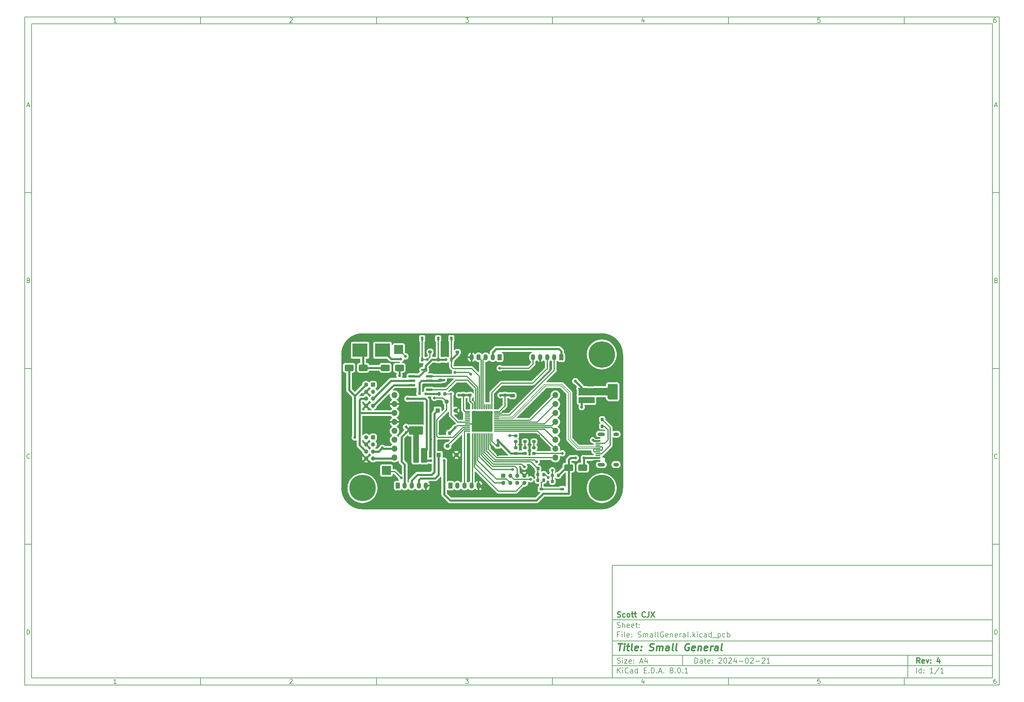
<source format=gbr>
%TF.GenerationSoftware,KiCad,Pcbnew,8.0.1*%
%TF.CreationDate,2024-03-19T23:03:31+08:00*%
%TF.ProjectId,SmallGeneral,536d616c-6c47-4656-9e65-72616c2e6b69,4*%
%TF.SameCoordinates,Original*%
%TF.FileFunction,Copper,L1,Top*%
%TF.FilePolarity,Positive*%
%FSLAX46Y46*%
G04 Gerber Fmt 4.6, Leading zero omitted, Abs format (unit mm)*
G04 Created by KiCad (PCBNEW 8.0.1) date 2024-03-19 23:03:31*
%MOMM*%
%LPD*%
G01*
G04 APERTURE LIST*
G04 Aperture macros list*
%AMRoundRect*
0 Rectangle with rounded corners*
0 $1 Rounding radius*
0 $2 $3 $4 $5 $6 $7 $8 $9 X,Y pos of 4 corners*
0 Add a 4 corners polygon primitive as box body*
4,1,4,$2,$3,$4,$5,$6,$7,$8,$9,$2,$3,0*
0 Add four circle primitives for the rounded corners*
1,1,$1+$1,$2,$3*
1,1,$1+$1,$4,$5*
1,1,$1+$1,$6,$7*
1,1,$1+$1,$8,$9*
0 Add four rect primitives between the rounded corners*
20,1,$1+$1,$2,$3,$4,$5,0*
20,1,$1+$1,$4,$5,$6,$7,0*
20,1,$1+$1,$6,$7,$8,$9,0*
20,1,$1+$1,$8,$9,$2,$3,0*%
G04 Aperture macros list end*
%ADD10C,0.100000*%
%ADD11C,0.150000*%
%ADD12C,0.300000*%
%ADD13C,0.400000*%
%TA.AperFunction,SMDPad,CuDef*%
%ADD14RoundRect,0.250000X0.475000X-0.250000X0.475000X0.250000X-0.475000X0.250000X-0.475000X-0.250000X0*%
%TD*%
%TA.AperFunction,SMDPad,CuDef*%
%ADD15RoundRect,0.250000X-0.475000X0.250000X-0.475000X-0.250000X0.475000X-0.250000X0.475000X0.250000X0*%
%TD*%
%TA.AperFunction,SMDPad,CuDef*%
%ADD16RoundRect,0.200000X0.200000X0.275000X-0.200000X0.275000X-0.200000X-0.275000X0.200000X-0.275000X0*%
%TD*%
%TA.AperFunction,SMDPad,CuDef*%
%ADD17RoundRect,0.250000X-1.000000X-0.650000X1.000000X-0.650000X1.000000X0.650000X-1.000000X0.650000X0*%
%TD*%
%TA.AperFunction,SMDPad,CuDef*%
%ADD18RoundRect,0.075000X-0.662500X-0.075000X0.662500X-0.075000X0.662500X0.075000X-0.662500X0.075000X0*%
%TD*%
%TA.AperFunction,SMDPad,CuDef*%
%ADD19RoundRect,0.075000X-0.075000X-0.662500X0.075000X-0.662500X0.075000X0.662500X-0.075000X0.662500X0*%
%TD*%
%TA.AperFunction,SMDPad,CuDef*%
%ADD20RoundRect,0.225000X0.225000X0.250000X-0.225000X0.250000X-0.225000X-0.250000X0.225000X-0.250000X0*%
%TD*%
%TA.AperFunction,SMDPad,CuDef*%
%ADD21RoundRect,0.225000X-0.250000X0.225000X-0.250000X-0.225000X0.250000X-0.225000X0.250000X0.225000X0*%
%TD*%
%TA.AperFunction,SMDPad,CuDef*%
%ADD22RoundRect,0.225000X0.250000X-0.225000X0.250000X0.225000X-0.250000X0.225000X-0.250000X-0.225000X0*%
%TD*%
%TA.AperFunction,SMDPad,CuDef*%
%ADD23RoundRect,0.218750X-0.256250X0.218750X-0.256250X-0.218750X0.256250X-0.218750X0.256250X0.218750X0*%
%TD*%
%TA.AperFunction,SMDPad,CuDef*%
%ADD24RoundRect,0.225000X-0.225000X-0.250000X0.225000X-0.250000X0.225000X0.250000X-0.225000X0.250000X0*%
%TD*%
%TA.AperFunction,ComponentPad*%
%ADD25C,1.200000*%
%TD*%
%TA.AperFunction,ComponentPad*%
%ADD26RoundRect,0.250000X-0.350000X0.350000X-0.350000X-0.350000X0.350000X-0.350000X0.350000X0.350000X0*%
%TD*%
%TA.AperFunction,ComponentPad*%
%ADD27RoundRect,0.250000X-0.350000X-0.625000X0.350000X-0.625000X0.350000X0.625000X-0.350000X0.625000X0*%
%TD*%
%TA.AperFunction,ComponentPad*%
%ADD28O,1.200000X1.750000*%
%TD*%
%TA.AperFunction,ComponentPad*%
%ADD29RoundRect,0.250000X-0.350000X-0.350000X0.350000X-0.350000X0.350000X0.350000X-0.350000X0.350000X0*%
%TD*%
%TA.AperFunction,ComponentPad*%
%ADD30RoundRect,0.250000X0.350000X0.625000X-0.350000X0.625000X-0.350000X-0.625000X0.350000X-0.625000X0*%
%TD*%
%TA.AperFunction,ComponentPad*%
%ADD31C,4.700000*%
%TD*%
%TA.AperFunction,ConnectorPad*%
%ADD32C,7.500000*%
%TD*%
%TA.AperFunction,ComponentPad*%
%ADD33O,1.700000X1.700000*%
%TD*%
%TA.AperFunction,SMDPad,CuDef*%
%ADD34R,2.500000X2.500000*%
%TD*%
%TA.AperFunction,SMDPad,CuDef*%
%ADD35RoundRect,0.150000X0.825000X0.150000X-0.825000X0.150000X-0.825000X-0.150000X0.825000X-0.150000X0*%
%TD*%
%TA.AperFunction,SMDPad,CuDef*%
%ADD36R,0.750000X1.000000*%
%TD*%
%TA.AperFunction,ComponentPad*%
%ADD37R,1.222000X1.222000*%
%TD*%
%TA.AperFunction,ComponentPad*%
%ADD38C,1.222000*%
%TD*%
%TA.AperFunction,SMDPad,CuDef*%
%ADD39RoundRect,0.375000X0.375000X-0.625000X0.375000X0.625000X-0.375000X0.625000X-0.375000X-0.625000X0*%
%TD*%
%TA.AperFunction,SMDPad,CuDef*%
%ADD40RoundRect,0.500000X1.400000X-0.500000X1.400000X0.500000X-1.400000X0.500000X-1.400000X-0.500000X0*%
%TD*%
%TA.AperFunction,SMDPad,CuDef*%
%ADD41RoundRect,0.200000X0.275000X-0.200000X0.275000X0.200000X-0.275000X0.200000X-0.275000X-0.200000X0*%
%TD*%
%TA.AperFunction,SMDPad,CuDef*%
%ADD42R,4.240000X3.810000*%
%TD*%
%TA.AperFunction,SMDPad,CuDef*%
%ADD43R,1.450000X0.600000*%
%TD*%
%TA.AperFunction,SMDPad,CuDef*%
%ADD44R,1.450000X0.300000*%
%TD*%
%TA.AperFunction,ComponentPad*%
%ADD45O,2.100000X1.000000*%
%TD*%
%TA.AperFunction,ComponentPad*%
%ADD46O,1.600000X1.000000*%
%TD*%
%TA.AperFunction,SMDPad,CuDef*%
%ADD47R,1.000000X0.750000*%
%TD*%
%TA.AperFunction,SMDPad,CuDef*%
%ADD48RoundRect,0.200000X-0.200000X-0.275000X0.200000X-0.275000X0.200000X0.275000X-0.200000X0.275000X0*%
%TD*%
%TA.AperFunction,SMDPad,CuDef*%
%ADD49RoundRect,0.250000X0.250000X0.475000X-0.250000X0.475000X-0.250000X-0.475000X0.250000X-0.475000X0*%
%TD*%
%TA.AperFunction,SMDPad,CuDef*%
%ADD50RoundRect,0.250000X1.000000X0.650000X-1.000000X0.650000X-1.000000X-0.650000X1.000000X-0.650000X0*%
%TD*%
%TA.AperFunction,SMDPad,CuDef*%
%ADD51RoundRect,0.375000X-0.625000X-0.375000X0.625000X-0.375000X0.625000X0.375000X-0.625000X0.375000X0*%
%TD*%
%TA.AperFunction,SMDPad,CuDef*%
%ADD52RoundRect,0.500000X-0.500000X-1.400000X0.500000X-1.400000X0.500000X1.400000X-0.500000X1.400000X0*%
%TD*%
%TA.AperFunction,ViaPad*%
%ADD53C,0.800000*%
%TD*%
%TA.AperFunction,ViaPad*%
%ADD54C,0.600000*%
%TD*%
%TA.AperFunction,Conductor*%
%ADD55C,0.300000*%
%TD*%
%TA.AperFunction,Conductor*%
%ADD56C,0.600000*%
%TD*%
%TA.AperFunction,Conductor*%
%ADD57C,0.250000*%
%TD*%
%TA.AperFunction,Conductor*%
%ADD58C,0.200000*%
%TD*%
%TA.AperFunction,Profile*%
%ADD59C,0.100000*%
%TD*%
G04 APERTURE END LIST*
D10*
D11*
X177002200Y-166007200D02*
X285002200Y-166007200D01*
X285002200Y-198007200D01*
X177002200Y-198007200D01*
X177002200Y-166007200D01*
D10*
D11*
X10000000Y-10000000D02*
X287002200Y-10000000D01*
X287002200Y-200007200D01*
X10000000Y-200007200D01*
X10000000Y-10000000D01*
D10*
D11*
X12000000Y-12000000D02*
X285002200Y-12000000D01*
X285002200Y-198007200D01*
X12000000Y-198007200D01*
X12000000Y-12000000D01*
D10*
D11*
X60000000Y-12000000D02*
X60000000Y-10000000D01*
D10*
D11*
X110000000Y-12000000D02*
X110000000Y-10000000D01*
D10*
D11*
X160000000Y-12000000D02*
X160000000Y-10000000D01*
D10*
D11*
X210000000Y-12000000D02*
X210000000Y-10000000D01*
D10*
D11*
X260000000Y-12000000D02*
X260000000Y-10000000D01*
D10*
D11*
X36089160Y-11593604D02*
X35346303Y-11593604D01*
X35717731Y-11593604D02*
X35717731Y-10293604D01*
X35717731Y-10293604D02*
X35593922Y-10479319D01*
X35593922Y-10479319D02*
X35470112Y-10603128D01*
X35470112Y-10603128D02*
X35346303Y-10665033D01*
D10*
D11*
X85346303Y-10417414D02*
X85408207Y-10355509D01*
X85408207Y-10355509D02*
X85532017Y-10293604D01*
X85532017Y-10293604D02*
X85841541Y-10293604D01*
X85841541Y-10293604D02*
X85965350Y-10355509D01*
X85965350Y-10355509D02*
X86027255Y-10417414D01*
X86027255Y-10417414D02*
X86089160Y-10541223D01*
X86089160Y-10541223D02*
X86089160Y-10665033D01*
X86089160Y-10665033D02*
X86027255Y-10850747D01*
X86027255Y-10850747D02*
X85284398Y-11593604D01*
X85284398Y-11593604D02*
X86089160Y-11593604D01*
D10*
D11*
X135284398Y-10293604D02*
X136089160Y-10293604D01*
X136089160Y-10293604D02*
X135655826Y-10788842D01*
X135655826Y-10788842D02*
X135841541Y-10788842D01*
X135841541Y-10788842D02*
X135965350Y-10850747D01*
X135965350Y-10850747D02*
X136027255Y-10912652D01*
X136027255Y-10912652D02*
X136089160Y-11036461D01*
X136089160Y-11036461D02*
X136089160Y-11345985D01*
X136089160Y-11345985D02*
X136027255Y-11469795D01*
X136027255Y-11469795D02*
X135965350Y-11531700D01*
X135965350Y-11531700D02*
X135841541Y-11593604D01*
X135841541Y-11593604D02*
X135470112Y-11593604D01*
X135470112Y-11593604D02*
X135346303Y-11531700D01*
X135346303Y-11531700D02*
X135284398Y-11469795D01*
D10*
D11*
X185965350Y-10726938D02*
X185965350Y-11593604D01*
X185655826Y-10231700D02*
X185346303Y-11160271D01*
X185346303Y-11160271D02*
X186151064Y-11160271D01*
D10*
D11*
X236027255Y-10293604D02*
X235408207Y-10293604D01*
X235408207Y-10293604D02*
X235346303Y-10912652D01*
X235346303Y-10912652D02*
X235408207Y-10850747D01*
X235408207Y-10850747D02*
X235532017Y-10788842D01*
X235532017Y-10788842D02*
X235841541Y-10788842D01*
X235841541Y-10788842D02*
X235965350Y-10850747D01*
X235965350Y-10850747D02*
X236027255Y-10912652D01*
X236027255Y-10912652D02*
X236089160Y-11036461D01*
X236089160Y-11036461D02*
X236089160Y-11345985D01*
X236089160Y-11345985D02*
X236027255Y-11469795D01*
X236027255Y-11469795D02*
X235965350Y-11531700D01*
X235965350Y-11531700D02*
X235841541Y-11593604D01*
X235841541Y-11593604D02*
X235532017Y-11593604D01*
X235532017Y-11593604D02*
X235408207Y-11531700D01*
X235408207Y-11531700D02*
X235346303Y-11469795D01*
D10*
D11*
X285965350Y-10293604D02*
X285717731Y-10293604D01*
X285717731Y-10293604D02*
X285593922Y-10355509D01*
X285593922Y-10355509D02*
X285532017Y-10417414D01*
X285532017Y-10417414D02*
X285408207Y-10603128D01*
X285408207Y-10603128D02*
X285346303Y-10850747D01*
X285346303Y-10850747D02*
X285346303Y-11345985D01*
X285346303Y-11345985D02*
X285408207Y-11469795D01*
X285408207Y-11469795D02*
X285470112Y-11531700D01*
X285470112Y-11531700D02*
X285593922Y-11593604D01*
X285593922Y-11593604D02*
X285841541Y-11593604D01*
X285841541Y-11593604D02*
X285965350Y-11531700D01*
X285965350Y-11531700D02*
X286027255Y-11469795D01*
X286027255Y-11469795D02*
X286089160Y-11345985D01*
X286089160Y-11345985D02*
X286089160Y-11036461D01*
X286089160Y-11036461D02*
X286027255Y-10912652D01*
X286027255Y-10912652D02*
X285965350Y-10850747D01*
X285965350Y-10850747D02*
X285841541Y-10788842D01*
X285841541Y-10788842D02*
X285593922Y-10788842D01*
X285593922Y-10788842D02*
X285470112Y-10850747D01*
X285470112Y-10850747D02*
X285408207Y-10912652D01*
X285408207Y-10912652D02*
X285346303Y-11036461D01*
D10*
D11*
X60000000Y-198007200D02*
X60000000Y-200007200D01*
D10*
D11*
X110000000Y-198007200D02*
X110000000Y-200007200D01*
D10*
D11*
X160000000Y-198007200D02*
X160000000Y-200007200D01*
D10*
D11*
X210000000Y-198007200D02*
X210000000Y-200007200D01*
D10*
D11*
X260000000Y-198007200D02*
X260000000Y-200007200D01*
D10*
D11*
X36089160Y-199600804D02*
X35346303Y-199600804D01*
X35717731Y-199600804D02*
X35717731Y-198300804D01*
X35717731Y-198300804D02*
X35593922Y-198486519D01*
X35593922Y-198486519D02*
X35470112Y-198610328D01*
X35470112Y-198610328D02*
X35346303Y-198672233D01*
D10*
D11*
X85346303Y-198424614D02*
X85408207Y-198362709D01*
X85408207Y-198362709D02*
X85532017Y-198300804D01*
X85532017Y-198300804D02*
X85841541Y-198300804D01*
X85841541Y-198300804D02*
X85965350Y-198362709D01*
X85965350Y-198362709D02*
X86027255Y-198424614D01*
X86027255Y-198424614D02*
X86089160Y-198548423D01*
X86089160Y-198548423D02*
X86089160Y-198672233D01*
X86089160Y-198672233D02*
X86027255Y-198857947D01*
X86027255Y-198857947D02*
X85284398Y-199600804D01*
X85284398Y-199600804D02*
X86089160Y-199600804D01*
D10*
D11*
X135284398Y-198300804D02*
X136089160Y-198300804D01*
X136089160Y-198300804D02*
X135655826Y-198796042D01*
X135655826Y-198796042D02*
X135841541Y-198796042D01*
X135841541Y-198796042D02*
X135965350Y-198857947D01*
X135965350Y-198857947D02*
X136027255Y-198919852D01*
X136027255Y-198919852D02*
X136089160Y-199043661D01*
X136089160Y-199043661D02*
X136089160Y-199353185D01*
X136089160Y-199353185D02*
X136027255Y-199476995D01*
X136027255Y-199476995D02*
X135965350Y-199538900D01*
X135965350Y-199538900D02*
X135841541Y-199600804D01*
X135841541Y-199600804D02*
X135470112Y-199600804D01*
X135470112Y-199600804D02*
X135346303Y-199538900D01*
X135346303Y-199538900D02*
X135284398Y-199476995D01*
D10*
D11*
X185965350Y-198734138D02*
X185965350Y-199600804D01*
X185655826Y-198238900D02*
X185346303Y-199167471D01*
X185346303Y-199167471D02*
X186151064Y-199167471D01*
D10*
D11*
X236027255Y-198300804D02*
X235408207Y-198300804D01*
X235408207Y-198300804D02*
X235346303Y-198919852D01*
X235346303Y-198919852D02*
X235408207Y-198857947D01*
X235408207Y-198857947D02*
X235532017Y-198796042D01*
X235532017Y-198796042D02*
X235841541Y-198796042D01*
X235841541Y-198796042D02*
X235965350Y-198857947D01*
X235965350Y-198857947D02*
X236027255Y-198919852D01*
X236027255Y-198919852D02*
X236089160Y-199043661D01*
X236089160Y-199043661D02*
X236089160Y-199353185D01*
X236089160Y-199353185D02*
X236027255Y-199476995D01*
X236027255Y-199476995D02*
X235965350Y-199538900D01*
X235965350Y-199538900D02*
X235841541Y-199600804D01*
X235841541Y-199600804D02*
X235532017Y-199600804D01*
X235532017Y-199600804D02*
X235408207Y-199538900D01*
X235408207Y-199538900D02*
X235346303Y-199476995D01*
D10*
D11*
X285965350Y-198300804D02*
X285717731Y-198300804D01*
X285717731Y-198300804D02*
X285593922Y-198362709D01*
X285593922Y-198362709D02*
X285532017Y-198424614D01*
X285532017Y-198424614D02*
X285408207Y-198610328D01*
X285408207Y-198610328D02*
X285346303Y-198857947D01*
X285346303Y-198857947D02*
X285346303Y-199353185D01*
X285346303Y-199353185D02*
X285408207Y-199476995D01*
X285408207Y-199476995D02*
X285470112Y-199538900D01*
X285470112Y-199538900D02*
X285593922Y-199600804D01*
X285593922Y-199600804D02*
X285841541Y-199600804D01*
X285841541Y-199600804D02*
X285965350Y-199538900D01*
X285965350Y-199538900D02*
X286027255Y-199476995D01*
X286027255Y-199476995D02*
X286089160Y-199353185D01*
X286089160Y-199353185D02*
X286089160Y-199043661D01*
X286089160Y-199043661D02*
X286027255Y-198919852D01*
X286027255Y-198919852D02*
X285965350Y-198857947D01*
X285965350Y-198857947D02*
X285841541Y-198796042D01*
X285841541Y-198796042D02*
X285593922Y-198796042D01*
X285593922Y-198796042D02*
X285470112Y-198857947D01*
X285470112Y-198857947D02*
X285408207Y-198919852D01*
X285408207Y-198919852D02*
X285346303Y-199043661D01*
D10*
D11*
X10000000Y-60000000D02*
X12000000Y-60000000D01*
D10*
D11*
X10000000Y-110000000D02*
X12000000Y-110000000D01*
D10*
D11*
X10000000Y-160000000D02*
X12000000Y-160000000D01*
D10*
D11*
X10690476Y-35222176D02*
X11309523Y-35222176D01*
X10566666Y-35593604D02*
X10999999Y-34293604D01*
X10999999Y-34293604D02*
X11433333Y-35593604D01*
D10*
D11*
X11092857Y-84912652D02*
X11278571Y-84974557D01*
X11278571Y-84974557D02*
X11340476Y-85036461D01*
X11340476Y-85036461D02*
X11402380Y-85160271D01*
X11402380Y-85160271D02*
X11402380Y-85345985D01*
X11402380Y-85345985D02*
X11340476Y-85469795D01*
X11340476Y-85469795D02*
X11278571Y-85531700D01*
X11278571Y-85531700D02*
X11154761Y-85593604D01*
X11154761Y-85593604D02*
X10659523Y-85593604D01*
X10659523Y-85593604D02*
X10659523Y-84293604D01*
X10659523Y-84293604D02*
X11092857Y-84293604D01*
X11092857Y-84293604D02*
X11216666Y-84355509D01*
X11216666Y-84355509D02*
X11278571Y-84417414D01*
X11278571Y-84417414D02*
X11340476Y-84541223D01*
X11340476Y-84541223D02*
X11340476Y-84665033D01*
X11340476Y-84665033D02*
X11278571Y-84788842D01*
X11278571Y-84788842D02*
X11216666Y-84850747D01*
X11216666Y-84850747D02*
X11092857Y-84912652D01*
X11092857Y-84912652D02*
X10659523Y-84912652D01*
D10*
D11*
X11402380Y-135469795D02*
X11340476Y-135531700D01*
X11340476Y-135531700D02*
X11154761Y-135593604D01*
X11154761Y-135593604D02*
X11030952Y-135593604D01*
X11030952Y-135593604D02*
X10845238Y-135531700D01*
X10845238Y-135531700D02*
X10721428Y-135407890D01*
X10721428Y-135407890D02*
X10659523Y-135284080D01*
X10659523Y-135284080D02*
X10597619Y-135036461D01*
X10597619Y-135036461D02*
X10597619Y-134850747D01*
X10597619Y-134850747D02*
X10659523Y-134603128D01*
X10659523Y-134603128D02*
X10721428Y-134479319D01*
X10721428Y-134479319D02*
X10845238Y-134355509D01*
X10845238Y-134355509D02*
X11030952Y-134293604D01*
X11030952Y-134293604D02*
X11154761Y-134293604D01*
X11154761Y-134293604D02*
X11340476Y-134355509D01*
X11340476Y-134355509D02*
X11402380Y-134417414D01*
D10*
D11*
X10659523Y-185593604D02*
X10659523Y-184293604D01*
X10659523Y-184293604D02*
X10969047Y-184293604D01*
X10969047Y-184293604D02*
X11154761Y-184355509D01*
X11154761Y-184355509D02*
X11278571Y-184479319D01*
X11278571Y-184479319D02*
X11340476Y-184603128D01*
X11340476Y-184603128D02*
X11402380Y-184850747D01*
X11402380Y-184850747D02*
X11402380Y-185036461D01*
X11402380Y-185036461D02*
X11340476Y-185284080D01*
X11340476Y-185284080D02*
X11278571Y-185407890D01*
X11278571Y-185407890D02*
X11154761Y-185531700D01*
X11154761Y-185531700D02*
X10969047Y-185593604D01*
X10969047Y-185593604D02*
X10659523Y-185593604D01*
D10*
D11*
X287002200Y-60000000D02*
X285002200Y-60000000D01*
D10*
D11*
X287002200Y-110000000D02*
X285002200Y-110000000D01*
D10*
D11*
X287002200Y-160000000D02*
X285002200Y-160000000D01*
D10*
D11*
X285692676Y-35222176D02*
X286311723Y-35222176D01*
X285568866Y-35593604D02*
X286002199Y-34293604D01*
X286002199Y-34293604D02*
X286435533Y-35593604D01*
D10*
D11*
X286095057Y-84912652D02*
X286280771Y-84974557D01*
X286280771Y-84974557D02*
X286342676Y-85036461D01*
X286342676Y-85036461D02*
X286404580Y-85160271D01*
X286404580Y-85160271D02*
X286404580Y-85345985D01*
X286404580Y-85345985D02*
X286342676Y-85469795D01*
X286342676Y-85469795D02*
X286280771Y-85531700D01*
X286280771Y-85531700D02*
X286156961Y-85593604D01*
X286156961Y-85593604D02*
X285661723Y-85593604D01*
X285661723Y-85593604D02*
X285661723Y-84293604D01*
X285661723Y-84293604D02*
X286095057Y-84293604D01*
X286095057Y-84293604D02*
X286218866Y-84355509D01*
X286218866Y-84355509D02*
X286280771Y-84417414D01*
X286280771Y-84417414D02*
X286342676Y-84541223D01*
X286342676Y-84541223D02*
X286342676Y-84665033D01*
X286342676Y-84665033D02*
X286280771Y-84788842D01*
X286280771Y-84788842D02*
X286218866Y-84850747D01*
X286218866Y-84850747D02*
X286095057Y-84912652D01*
X286095057Y-84912652D02*
X285661723Y-84912652D01*
D10*
D11*
X286404580Y-135469795D02*
X286342676Y-135531700D01*
X286342676Y-135531700D02*
X286156961Y-135593604D01*
X286156961Y-135593604D02*
X286033152Y-135593604D01*
X286033152Y-135593604D02*
X285847438Y-135531700D01*
X285847438Y-135531700D02*
X285723628Y-135407890D01*
X285723628Y-135407890D02*
X285661723Y-135284080D01*
X285661723Y-135284080D02*
X285599819Y-135036461D01*
X285599819Y-135036461D02*
X285599819Y-134850747D01*
X285599819Y-134850747D02*
X285661723Y-134603128D01*
X285661723Y-134603128D02*
X285723628Y-134479319D01*
X285723628Y-134479319D02*
X285847438Y-134355509D01*
X285847438Y-134355509D02*
X286033152Y-134293604D01*
X286033152Y-134293604D02*
X286156961Y-134293604D01*
X286156961Y-134293604D02*
X286342676Y-134355509D01*
X286342676Y-134355509D02*
X286404580Y-134417414D01*
D10*
D11*
X285661723Y-185593604D02*
X285661723Y-184293604D01*
X285661723Y-184293604D02*
X285971247Y-184293604D01*
X285971247Y-184293604D02*
X286156961Y-184355509D01*
X286156961Y-184355509D02*
X286280771Y-184479319D01*
X286280771Y-184479319D02*
X286342676Y-184603128D01*
X286342676Y-184603128D02*
X286404580Y-184850747D01*
X286404580Y-184850747D02*
X286404580Y-185036461D01*
X286404580Y-185036461D02*
X286342676Y-185284080D01*
X286342676Y-185284080D02*
X286280771Y-185407890D01*
X286280771Y-185407890D02*
X286156961Y-185531700D01*
X286156961Y-185531700D02*
X285971247Y-185593604D01*
X285971247Y-185593604D02*
X285661723Y-185593604D01*
D10*
D11*
X200458026Y-193793328D02*
X200458026Y-192293328D01*
X200458026Y-192293328D02*
X200815169Y-192293328D01*
X200815169Y-192293328D02*
X201029455Y-192364757D01*
X201029455Y-192364757D02*
X201172312Y-192507614D01*
X201172312Y-192507614D02*
X201243741Y-192650471D01*
X201243741Y-192650471D02*
X201315169Y-192936185D01*
X201315169Y-192936185D02*
X201315169Y-193150471D01*
X201315169Y-193150471D02*
X201243741Y-193436185D01*
X201243741Y-193436185D02*
X201172312Y-193579042D01*
X201172312Y-193579042D02*
X201029455Y-193721900D01*
X201029455Y-193721900D02*
X200815169Y-193793328D01*
X200815169Y-193793328D02*
X200458026Y-193793328D01*
X202600884Y-193793328D02*
X202600884Y-193007614D01*
X202600884Y-193007614D02*
X202529455Y-192864757D01*
X202529455Y-192864757D02*
X202386598Y-192793328D01*
X202386598Y-192793328D02*
X202100884Y-192793328D01*
X202100884Y-192793328D02*
X201958026Y-192864757D01*
X202600884Y-193721900D02*
X202458026Y-193793328D01*
X202458026Y-193793328D02*
X202100884Y-193793328D01*
X202100884Y-193793328D02*
X201958026Y-193721900D01*
X201958026Y-193721900D02*
X201886598Y-193579042D01*
X201886598Y-193579042D02*
X201886598Y-193436185D01*
X201886598Y-193436185D02*
X201958026Y-193293328D01*
X201958026Y-193293328D02*
X202100884Y-193221900D01*
X202100884Y-193221900D02*
X202458026Y-193221900D01*
X202458026Y-193221900D02*
X202600884Y-193150471D01*
X203100884Y-192793328D02*
X203672312Y-192793328D01*
X203315169Y-192293328D02*
X203315169Y-193579042D01*
X203315169Y-193579042D02*
X203386598Y-193721900D01*
X203386598Y-193721900D02*
X203529455Y-193793328D01*
X203529455Y-193793328D02*
X203672312Y-193793328D01*
X204743741Y-193721900D02*
X204600884Y-193793328D01*
X204600884Y-193793328D02*
X204315170Y-193793328D01*
X204315170Y-193793328D02*
X204172312Y-193721900D01*
X204172312Y-193721900D02*
X204100884Y-193579042D01*
X204100884Y-193579042D02*
X204100884Y-193007614D01*
X204100884Y-193007614D02*
X204172312Y-192864757D01*
X204172312Y-192864757D02*
X204315170Y-192793328D01*
X204315170Y-192793328D02*
X204600884Y-192793328D01*
X204600884Y-192793328D02*
X204743741Y-192864757D01*
X204743741Y-192864757D02*
X204815170Y-193007614D01*
X204815170Y-193007614D02*
X204815170Y-193150471D01*
X204815170Y-193150471D02*
X204100884Y-193293328D01*
X205458026Y-193650471D02*
X205529455Y-193721900D01*
X205529455Y-193721900D02*
X205458026Y-193793328D01*
X205458026Y-193793328D02*
X205386598Y-193721900D01*
X205386598Y-193721900D02*
X205458026Y-193650471D01*
X205458026Y-193650471D02*
X205458026Y-193793328D01*
X205458026Y-192864757D02*
X205529455Y-192936185D01*
X205529455Y-192936185D02*
X205458026Y-193007614D01*
X205458026Y-193007614D02*
X205386598Y-192936185D01*
X205386598Y-192936185D02*
X205458026Y-192864757D01*
X205458026Y-192864757D02*
X205458026Y-193007614D01*
X207243741Y-192436185D02*
X207315169Y-192364757D01*
X207315169Y-192364757D02*
X207458027Y-192293328D01*
X207458027Y-192293328D02*
X207815169Y-192293328D01*
X207815169Y-192293328D02*
X207958027Y-192364757D01*
X207958027Y-192364757D02*
X208029455Y-192436185D01*
X208029455Y-192436185D02*
X208100884Y-192579042D01*
X208100884Y-192579042D02*
X208100884Y-192721900D01*
X208100884Y-192721900D02*
X208029455Y-192936185D01*
X208029455Y-192936185D02*
X207172312Y-193793328D01*
X207172312Y-193793328D02*
X208100884Y-193793328D01*
X209029455Y-192293328D02*
X209172312Y-192293328D01*
X209172312Y-192293328D02*
X209315169Y-192364757D01*
X209315169Y-192364757D02*
X209386598Y-192436185D01*
X209386598Y-192436185D02*
X209458026Y-192579042D01*
X209458026Y-192579042D02*
X209529455Y-192864757D01*
X209529455Y-192864757D02*
X209529455Y-193221900D01*
X209529455Y-193221900D02*
X209458026Y-193507614D01*
X209458026Y-193507614D02*
X209386598Y-193650471D01*
X209386598Y-193650471D02*
X209315169Y-193721900D01*
X209315169Y-193721900D02*
X209172312Y-193793328D01*
X209172312Y-193793328D02*
X209029455Y-193793328D01*
X209029455Y-193793328D02*
X208886598Y-193721900D01*
X208886598Y-193721900D02*
X208815169Y-193650471D01*
X208815169Y-193650471D02*
X208743740Y-193507614D01*
X208743740Y-193507614D02*
X208672312Y-193221900D01*
X208672312Y-193221900D02*
X208672312Y-192864757D01*
X208672312Y-192864757D02*
X208743740Y-192579042D01*
X208743740Y-192579042D02*
X208815169Y-192436185D01*
X208815169Y-192436185D02*
X208886598Y-192364757D01*
X208886598Y-192364757D02*
X209029455Y-192293328D01*
X210100883Y-192436185D02*
X210172311Y-192364757D01*
X210172311Y-192364757D02*
X210315169Y-192293328D01*
X210315169Y-192293328D02*
X210672311Y-192293328D01*
X210672311Y-192293328D02*
X210815169Y-192364757D01*
X210815169Y-192364757D02*
X210886597Y-192436185D01*
X210886597Y-192436185D02*
X210958026Y-192579042D01*
X210958026Y-192579042D02*
X210958026Y-192721900D01*
X210958026Y-192721900D02*
X210886597Y-192936185D01*
X210886597Y-192936185D02*
X210029454Y-193793328D01*
X210029454Y-193793328D02*
X210958026Y-193793328D01*
X212243740Y-192793328D02*
X212243740Y-193793328D01*
X211886597Y-192221900D02*
X211529454Y-193293328D01*
X211529454Y-193293328D02*
X212458025Y-193293328D01*
X213029453Y-193221900D02*
X214172311Y-193221900D01*
X215172311Y-192293328D02*
X215315168Y-192293328D01*
X215315168Y-192293328D02*
X215458025Y-192364757D01*
X215458025Y-192364757D02*
X215529454Y-192436185D01*
X215529454Y-192436185D02*
X215600882Y-192579042D01*
X215600882Y-192579042D02*
X215672311Y-192864757D01*
X215672311Y-192864757D02*
X215672311Y-193221900D01*
X215672311Y-193221900D02*
X215600882Y-193507614D01*
X215600882Y-193507614D02*
X215529454Y-193650471D01*
X215529454Y-193650471D02*
X215458025Y-193721900D01*
X215458025Y-193721900D02*
X215315168Y-193793328D01*
X215315168Y-193793328D02*
X215172311Y-193793328D01*
X215172311Y-193793328D02*
X215029454Y-193721900D01*
X215029454Y-193721900D02*
X214958025Y-193650471D01*
X214958025Y-193650471D02*
X214886596Y-193507614D01*
X214886596Y-193507614D02*
X214815168Y-193221900D01*
X214815168Y-193221900D02*
X214815168Y-192864757D01*
X214815168Y-192864757D02*
X214886596Y-192579042D01*
X214886596Y-192579042D02*
X214958025Y-192436185D01*
X214958025Y-192436185D02*
X215029454Y-192364757D01*
X215029454Y-192364757D02*
X215172311Y-192293328D01*
X216243739Y-192436185D02*
X216315167Y-192364757D01*
X216315167Y-192364757D02*
X216458025Y-192293328D01*
X216458025Y-192293328D02*
X216815167Y-192293328D01*
X216815167Y-192293328D02*
X216958025Y-192364757D01*
X216958025Y-192364757D02*
X217029453Y-192436185D01*
X217029453Y-192436185D02*
X217100882Y-192579042D01*
X217100882Y-192579042D02*
X217100882Y-192721900D01*
X217100882Y-192721900D02*
X217029453Y-192936185D01*
X217029453Y-192936185D02*
X216172310Y-193793328D01*
X216172310Y-193793328D02*
X217100882Y-193793328D01*
X217743738Y-193221900D02*
X218886596Y-193221900D01*
X219529453Y-192436185D02*
X219600881Y-192364757D01*
X219600881Y-192364757D02*
X219743739Y-192293328D01*
X219743739Y-192293328D02*
X220100881Y-192293328D01*
X220100881Y-192293328D02*
X220243739Y-192364757D01*
X220243739Y-192364757D02*
X220315167Y-192436185D01*
X220315167Y-192436185D02*
X220386596Y-192579042D01*
X220386596Y-192579042D02*
X220386596Y-192721900D01*
X220386596Y-192721900D02*
X220315167Y-192936185D01*
X220315167Y-192936185D02*
X219458024Y-193793328D01*
X219458024Y-193793328D02*
X220386596Y-193793328D01*
X221815167Y-193793328D02*
X220958024Y-193793328D01*
X221386595Y-193793328D02*
X221386595Y-192293328D01*
X221386595Y-192293328D02*
X221243738Y-192507614D01*
X221243738Y-192507614D02*
X221100881Y-192650471D01*
X221100881Y-192650471D02*
X220958024Y-192721900D01*
D10*
D11*
X177002200Y-194507200D02*
X285002200Y-194507200D01*
D10*
D11*
X178458026Y-196593328D02*
X178458026Y-195093328D01*
X179315169Y-196593328D02*
X178672312Y-195736185D01*
X179315169Y-195093328D02*
X178458026Y-195950471D01*
X179958026Y-196593328D02*
X179958026Y-195593328D01*
X179958026Y-195093328D02*
X179886598Y-195164757D01*
X179886598Y-195164757D02*
X179958026Y-195236185D01*
X179958026Y-195236185D02*
X180029455Y-195164757D01*
X180029455Y-195164757D02*
X179958026Y-195093328D01*
X179958026Y-195093328D02*
X179958026Y-195236185D01*
X181529455Y-196450471D02*
X181458027Y-196521900D01*
X181458027Y-196521900D02*
X181243741Y-196593328D01*
X181243741Y-196593328D02*
X181100884Y-196593328D01*
X181100884Y-196593328D02*
X180886598Y-196521900D01*
X180886598Y-196521900D02*
X180743741Y-196379042D01*
X180743741Y-196379042D02*
X180672312Y-196236185D01*
X180672312Y-196236185D02*
X180600884Y-195950471D01*
X180600884Y-195950471D02*
X180600884Y-195736185D01*
X180600884Y-195736185D02*
X180672312Y-195450471D01*
X180672312Y-195450471D02*
X180743741Y-195307614D01*
X180743741Y-195307614D02*
X180886598Y-195164757D01*
X180886598Y-195164757D02*
X181100884Y-195093328D01*
X181100884Y-195093328D02*
X181243741Y-195093328D01*
X181243741Y-195093328D02*
X181458027Y-195164757D01*
X181458027Y-195164757D02*
X181529455Y-195236185D01*
X182815170Y-196593328D02*
X182815170Y-195807614D01*
X182815170Y-195807614D02*
X182743741Y-195664757D01*
X182743741Y-195664757D02*
X182600884Y-195593328D01*
X182600884Y-195593328D02*
X182315170Y-195593328D01*
X182315170Y-195593328D02*
X182172312Y-195664757D01*
X182815170Y-196521900D02*
X182672312Y-196593328D01*
X182672312Y-196593328D02*
X182315170Y-196593328D01*
X182315170Y-196593328D02*
X182172312Y-196521900D01*
X182172312Y-196521900D02*
X182100884Y-196379042D01*
X182100884Y-196379042D02*
X182100884Y-196236185D01*
X182100884Y-196236185D02*
X182172312Y-196093328D01*
X182172312Y-196093328D02*
X182315170Y-196021900D01*
X182315170Y-196021900D02*
X182672312Y-196021900D01*
X182672312Y-196021900D02*
X182815170Y-195950471D01*
X184172313Y-196593328D02*
X184172313Y-195093328D01*
X184172313Y-196521900D02*
X184029455Y-196593328D01*
X184029455Y-196593328D02*
X183743741Y-196593328D01*
X183743741Y-196593328D02*
X183600884Y-196521900D01*
X183600884Y-196521900D02*
X183529455Y-196450471D01*
X183529455Y-196450471D02*
X183458027Y-196307614D01*
X183458027Y-196307614D02*
X183458027Y-195879042D01*
X183458027Y-195879042D02*
X183529455Y-195736185D01*
X183529455Y-195736185D02*
X183600884Y-195664757D01*
X183600884Y-195664757D02*
X183743741Y-195593328D01*
X183743741Y-195593328D02*
X184029455Y-195593328D01*
X184029455Y-195593328D02*
X184172313Y-195664757D01*
X186029455Y-195807614D02*
X186529455Y-195807614D01*
X186743741Y-196593328D02*
X186029455Y-196593328D01*
X186029455Y-196593328D02*
X186029455Y-195093328D01*
X186029455Y-195093328D02*
X186743741Y-195093328D01*
X187386598Y-196450471D02*
X187458027Y-196521900D01*
X187458027Y-196521900D02*
X187386598Y-196593328D01*
X187386598Y-196593328D02*
X187315170Y-196521900D01*
X187315170Y-196521900D02*
X187386598Y-196450471D01*
X187386598Y-196450471D02*
X187386598Y-196593328D01*
X188100884Y-196593328D02*
X188100884Y-195093328D01*
X188100884Y-195093328D02*
X188458027Y-195093328D01*
X188458027Y-195093328D02*
X188672313Y-195164757D01*
X188672313Y-195164757D02*
X188815170Y-195307614D01*
X188815170Y-195307614D02*
X188886599Y-195450471D01*
X188886599Y-195450471D02*
X188958027Y-195736185D01*
X188958027Y-195736185D02*
X188958027Y-195950471D01*
X188958027Y-195950471D02*
X188886599Y-196236185D01*
X188886599Y-196236185D02*
X188815170Y-196379042D01*
X188815170Y-196379042D02*
X188672313Y-196521900D01*
X188672313Y-196521900D02*
X188458027Y-196593328D01*
X188458027Y-196593328D02*
X188100884Y-196593328D01*
X189600884Y-196450471D02*
X189672313Y-196521900D01*
X189672313Y-196521900D02*
X189600884Y-196593328D01*
X189600884Y-196593328D02*
X189529456Y-196521900D01*
X189529456Y-196521900D02*
X189600884Y-196450471D01*
X189600884Y-196450471D02*
X189600884Y-196593328D01*
X190243742Y-196164757D02*
X190958028Y-196164757D01*
X190100885Y-196593328D02*
X190600885Y-195093328D01*
X190600885Y-195093328D02*
X191100885Y-196593328D01*
X191600884Y-196450471D02*
X191672313Y-196521900D01*
X191672313Y-196521900D02*
X191600884Y-196593328D01*
X191600884Y-196593328D02*
X191529456Y-196521900D01*
X191529456Y-196521900D02*
X191600884Y-196450471D01*
X191600884Y-196450471D02*
X191600884Y-196593328D01*
X193672313Y-195736185D02*
X193529456Y-195664757D01*
X193529456Y-195664757D02*
X193458027Y-195593328D01*
X193458027Y-195593328D02*
X193386599Y-195450471D01*
X193386599Y-195450471D02*
X193386599Y-195379042D01*
X193386599Y-195379042D02*
X193458027Y-195236185D01*
X193458027Y-195236185D02*
X193529456Y-195164757D01*
X193529456Y-195164757D02*
X193672313Y-195093328D01*
X193672313Y-195093328D02*
X193958027Y-195093328D01*
X193958027Y-195093328D02*
X194100885Y-195164757D01*
X194100885Y-195164757D02*
X194172313Y-195236185D01*
X194172313Y-195236185D02*
X194243742Y-195379042D01*
X194243742Y-195379042D02*
X194243742Y-195450471D01*
X194243742Y-195450471D02*
X194172313Y-195593328D01*
X194172313Y-195593328D02*
X194100885Y-195664757D01*
X194100885Y-195664757D02*
X193958027Y-195736185D01*
X193958027Y-195736185D02*
X193672313Y-195736185D01*
X193672313Y-195736185D02*
X193529456Y-195807614D01*
X193529456Y-195807614D02*
X193458027Y-195879042D01*
X193458027Y-195879042D02*
X193386599Y-196021900D01*
X193386599Y-196021900D02*
X193386599Y-196307614D01*
X193386599Y-196307614D02*
X193458027Y-196450471D01*
X193458027Y-196450471D02*
X193529456Y-196521900D01*
X193529456Y-196521900D02*
X193672313Y-196593328D01*
X193672313Y-196593328D02*
X193958027Y-196593328D01*
X193958027Y-196593328D02*
X194100885Y-196521900D01*
X194100885Y-196521900D02*
X194172313Y-196450471D01*
X194172313Y-196450471D02*
X194243742Y-196307614D01*
X194243742Y-196307614D02*
X194243742Y-196021900D01*
X194243742Y-196021900D02*
X194172313Y-195879042D01*
X194172313Y-195879042D02*
X194100885Y-195807614D01*
X194100885Y-195807614D02*
X193958027Y-195736185D01*
X194886598Y-196450471D02*
X194958027Y-196521900D01*
X194958027Y-196521900D02*
X194886598Y-196593328D01*
X194886598Y-196593328D02*
X194815170Y-196521900D01*
X194815170Y-196521900D02*
X194886598Y-196450471D01*
X194886598Y-196450471D02*
X194886598Y-196593328D01*
X195886599Y-195093328D02*
X196029456Y-195093328D01*
X196029456Y-195093328D02*
X196172313Y-195164757D01*
X196172313Y-195164757D02*
X196243742Y-195236185D01*
X196243742Y-195236185D02*
X196315170Y-195379042D01*
X196315170Y-195379042D02*
X196386599Y-195664757D01*
X196386599Y-195664757D02*
X196386599Y-196021900D01*
X196386599Y-196021900D02*
X196315170Y-196307614D01*
X196315170Y-196307614D02*
X196243742Y-196450471D01*
X196243742Y-196450471D02*
X196172313Y-196521900D01*
X196172313Y-196521900D02*
X196029456Y-196593328D01*
X196029456Y-196593328D02*
X195886599Y-196593328D01*
X195886599Y-196593328D02*
X195743742Y-196521900D01*
X195743742Y-196521900D02*
X195672313Y-196450471D01*
X195672313Y-196450471D02*
X195600884Y-196307614D01*
X195600884Y-196307614D02*
X195529456Y-196021900D01*
X195529456Y-196021900D02*
X195529456Y-195664757D01*
X195529456Y-195664757D02*
X195600884Y-195379042D01*
X195600884Y-195379042D02*
X195672313Y-195236185D01*
X195672313Y-195236185D02*
X195743742Y-195164757D01*
X195743742Y-195164757D02*
X195886599Y-195093328D01*
X197029455Y-196450471D02*
X197100884Y-196521900D01*
X197100884Y-196521900D02*
X197029455Y-196593328D01*
X197029455Y-196593328D02*
X196958027Y-196521900D01*
X196958027Y-196521900D02*
X197029455Y-196450471D01*
X197029455Y-196450471D02*
X197029455Y-196593328D01*
X198529456Y-196593328D02*
X197672313Y-196593328D01*
X198100884Y-196593328D02*
X198100884Y-195093328D01*
X198100884Y-195093328D02*
X197958027Y-195307614D01*
X197958027Y-195307614D02*
X197815170Y-195450471D01*
X197815170Y-195450471D02*
X197672313Y-195521900D01*
D10*
D11*
X177002200Y-191507200D02*
X285002200Y-191507200D01*
D10*
D12*
X264413853Y-193785528D02*
X263913853Y-193071242D01*
X263556710Y-193785528D02*
X263556710Y-192285528D01*
X263556710Y-192285528D02*
X264128139Y-192285528D01*
X264128139Y-192285528D02*
X264270996Y-192356957D01*
X264270996Y-192356957D02*
X264342425Y-192428385D01*
X264342425Y-192428385D02*
X264413853Y-192571242D01*
X264413853Y-192571242D02*
X264413853Y-192785528D01*
X264413853Y-192785528D02*
X264342425Y-192928385D01*
X264342425Y-192928385D02*
X264270996Y-192999814D01*
X264270996Y-192999814D02*
X264128139Y-193071242D01*
X264128139Y-193071242D02*
X263556710Y-193071242D01*
X265628139Y-193714100D02*
X265485282Y-193785528D01*
X265485282Y-193785528D02*
X265199568Y-193785528D01*
X265199568Y-193785528D02*
X265056710Y-193714100D01*
X265056710Y-193714100D02*
X264985282Y-193571242D01*
X264985282Y-193571242D02*
X264985282Y-192999814D01*
X264985282Y-192999814D02*
X265056710Y-192856957D01*
X265056710Y-192856957D02*
X265199568Y-192785528D01*
X265199568Y-192785528D02*
X265485282Y-192785528D01*
X265485282Y-192785528D02*
X265628139Y-192856957D01*
X265628139Y-192856957D02*
X265699568Y-192999814D01*
X265699568Y-192999814D02*
X265699568Y-193142671D01*
X265699568Y-193142671D02*
X264985282Y-193285528D01*
X266199567Y-192785528D02*
X266556710Y-193785528D01*
X266556710Y-193785528D02*
X266913853Y-192785528D01*
X267485281Y-193642671D02*
X267556710Y-193714100D01*
X267556710Y-193714100D02*
X267485281Y-193785528D01*
X267485281Y-193785528D02*
X267413853Y-193714100D01*
X267413853Y-193714100D02*
X267485281Y-193642671D01*
X267485281Y-193642671D02*
X267485281Y-193785528D01*
X267485281Y-192856957D02*
X267556710Y-192928385D01*
X267556710Y-192928385D02*
X267485281Y-192999814D01*
X267485281Y-192999814D02*
X267413853Y-192928385D01*
X267413853Y-192928385D02*
X267485281Y-192856957D01*
X267485281Y-192856957D02*
X267485281Y-192999814D01*
X269985282Y-192785528D02*
X269985282Y-193785528D01*
X269628139Y-192214100D02*
X269270996Y-193285528D01*
X269270996Y-193285528D02*
X270199567Y-193285528D01*
D10*
D11*
X178386598Y-193721900D02*
X178600884Y-193793328D01*
X178600884Y-193793328D02*
X178958026Y-193793328D01*
X178958026Y-193793328D02*
X179100884Y-193721900D01*
X179100884Y-193721900D02*
X179172312Y-193650471D01*
X179172312Y-193650471D02*
X179243741Y-193507614D01*
X179243741Y-193507614D02*
X179243741Y-193364757D01*
X179243741Y-193364757D02*
X179172312Y-193221900D01*
X179172312Y-193221900D02*
X179100884Y-193150471D01*
X179100884Y-193150471D02*
X178958026Y-193079042D01*
X178958026Y-193079042D02*
X178672312Y-193007614D01*
X178672312Y-193007614D02*
X178529455Y-192936185D01*
X178529455Y-192936185D02*
X178458026Y-192864757D01*
X178458026Y-192864757D02*
X178386598Y-192721900D01*
X178386598Y-192721900D02*
X178386598Y-192579042D01*
X178386598Y-192579042D02*
X178458026Y-192436185D01*
X178458026Y-192436185D02*
X178529455Y-192364757D01*
X178529455Y-192364757D02*
X178672312Y-192293328D01*
X178672312Y-192293328D02*
X179029455Y-192293328D01*
X179029455Y-192293328D02*
X179243741Y-192364757D01*
X179886597Y-193793328D02*
X179886597Y-192793328D01*
X179886597Y-192293328D02*
X179815169Y-192364757D01*
X179815169Y-192364757D02*
X179886597Y-192436185D01*
X179886597Y-192436185D02*
X179958026Y-192364757D01*
X179958026Y-192364757D02*
X179886597Y-192293328D01*
X179886597Y-192293328D02*
X179886597Y-192436185D01*
X180458026Y-192793328D02*
X181243741Y-192793328D01*
X181243741Y-192793328D02*
X180458026Y-193793328D01*
X180458026Y-193793328D02*
X181243741Y-193793328D01*
X182386598Y-193721900D02*
X182243741Y-193793328D01*
X182243741Y-193793328D02*
X181958027Y-193793328D01*
X181958027Y-193793328D02*
X181815169Y-193721900D01*
X181815169Y-193721900D02*
X181743741Y-193579042D01*
X181743741Y-193579042D02*
X181743741Y-193007614D01*
X181743741Y-193007614D02*
X181815169Y-192864757D01*
X181815169Y-192864757D02*
X181958027Y-192793328D01*
X181958027Y-192793328D02*
X182243741Y-192793328D01*
X182243741Y-192793328D02*
X182386598Y-192864757D01*
X182386598Y-192864757D02*
X182458027Y-193007614D01*
X182458027Y-193007614D02*
X182458027Y-193150471D01*
X182458027Y-193150471D02*
X181743741Y-193293328D01*
X183100883Y-193650471D02*
X183172312Y-193721900D01*
X183172312Y-193721900D02*
X183100883Y-193793328D01*
X183100883Y-193793328D02*
X183029455Y-193721900D01*
X183029455Y-193721900D02*
X183100883Y-193650471D01*
X183100883Y-193650471D02*
X183100883Y-193793328D01*
X183100883Y-192864757D02*
X183172312Y-192936185D01*
X183172312Y-192936185D02*
X183100883Y-193007614D01*
X183100883Y-193007614D02*
X183029455Y-192936185D01*
X183029455Y-192936185D02*
X183100883Y-192864757D01*
X183100883Y-192864757D02*
X183100883Y-193007614D01*
X184886598Y-193364757D02*
X185600884Y-193364757D01*
X184743741Y-193793328D02*
X185243741Y-192293328D01*
X185243741Y-192293328D02*
X185743741Y-193793328D01*
X186886598Y-192793328D02*
X186886598Y-193793328D01*
X186529455Y-192221900D02*
X186172312Y-193293328D01*
X186172312Y-193293328D02*
X187100883Y-193293328D01*
D10*
D11*
X263458026Y-196593328D02*
X263458026Y-195093328D01*
X264815170Y-196593328D02*
X264815170Y-195093328D01*
X264815170Y-196521900D02*
X264672312Y-196593328D01*
X264672312Y-196593328D02*
X264386598Y-196593328D01*
X264386598Y-196593328D02*
X264243741Y-196521900D01*
X264243741Y-196521900D02*
X264172312Y-196450471D01*
X264172312Y-196450471D02*
X264100884Y-196307614D01*
X264100884Y-196307614D02*
X264100884Y-195879042D01*
X264100884Y-195879042D02*
X264172312Y-195736185D01*
X264172312Y-195736185D02*
X264243741Y-195664757D01*
X264243741Y-195664757D02*
X264386598Y-195593328D01*
X264386598Y-195593328D02*
X264672312Y-195593328D01*
X264672312Y-195593328D02*
X264815170Y-195664757D01*
X265529455Y-196450471D02*
X265600884Y-196521900D01*
X265600884Y-196521900D02*
X265529455Y-196593328D01*
X265529455Y-196593328D02*
X265458027Y-196521900D01*
X265458027Y-196521900D02*
X265529455Y-196450471D01*
X265529455Y-196450471D02*
X265529455Y-196593328D01*
X265529455Y-195664757D02*
X265600884Y-195736185D01*
X265600884Y-195736185D02*
X265529455Y-195807614D01*
X265529455Y-195807614D02*
X265458027Y-195736185D01*
X265458027Y-195736185D02*
X265529455Y-195664757D01*
X265529455Y-195664757D02*
X265529455Y-195807614D01*
X268172313Y-196593328D02*
X267315170Y-196593328D01*
X267743741Y-196593328D02*
X267743741Y-195093328D01*
X267743741Y-195093328D02*
X267600884Y-195307614D01*
X267600884Y-195307614D02*
X267458027Y-195450471D01*
X267458027Y-195450471D02*
X267315170Y-195521900D01*
X269886598Y-195021900D02*
X268600884Y-196950471D01*
X271172313Y-196593328D02*
X270315170Y-196593328D01*
X270743741Y-196593328D02*
X270743741Y-195093328D01*
X270743741Y-195093328D02*
X270600884Y-195307614D01*
X270600884Y-195307614D02*
X270458027Y-195450471D01*
X270458027Y-195450471D02*
X270315170Y-195521900D01*
D10*
D11*
X177002200Y-187507200D02*
X285002200Y-187507200D01*
D10*
D13*
X178693928Y-188211638D02*
X179836785Y-188211638D01*
X179015357Y-190211638D02*
X179265357Y-188211638D01*
X180253452Y-190211638D02*
X180420119Y-188878304D01*
X180503452Y-188211638D02*
X180396309Y-188306876D01*
X180396309Y-188306876D02*
X180479643Y-188402114D01*
X180479643Y-188402114D02*
X180586786Y-188306876D01*
X180586786Y-188306876D02*
X180503452Y-188211638D01*
X180503452Y-188211638D02*
X180479643Y-188402114D01*
X181086786Y-188878304D02*
X181848690Y-188878304D01*
X181455833Y-188211638D02*
X181241548Y-189925923D01*
X181241548Y-189925923D02*
X181312976Y-190116400D01*
X181312976Y-190116400D02*
X181491548Y-190211638D01*
X181491548Y-190211638D02*
X181682024Y-190211638D01*
X182634405Y-190211638D02*
X182455833Y-190116400D01*
X182455833Y-190116400D02*
X182384405Y-189925923D01*
X182384405Y-189925923D02*
X182598690Y-188211638D01*
X184170119Y-190116400D02*
X183967738Y-190211638D01*
X183967738Y-190211638D02*
X183586785Y-190211638D01*
X183586785Y-190211638D02*
X183408214Y-190116400D01*
X183408214Y-190116400D02*
X183336785Y-189925923D01*
X183336785Y-189925923D02*
X183432024Y-189164019D01*
X183432024Y-189164019D02*
X183551071Y-188973542D01*
X183551071Y-188973542D02*
X183753452Y-188878304D01*
X183753452Y-188878304D02*
X184134404Y-188878304D01*
X184134404Y-188878304D02*
X184312976Y-188973542D01*
X184312976Y-188973542D02*
X184384404Y-189164019D01*
X184384404Y-189164019D02*
X184360595Y-189354495D01*
X184360595Y-189354495D02*
X183384404Y-189544971D01*
X185134405Y-190021161D02*
X185217738Y-190116400D01*
X185217738Y-190116400D02*
X185110595Y-190211638D01*
X185110595Y-190211638D02*
X185027262Y-190116400D01*
X185027262Y-190116400D02*
X185134405Y-190021161D01*
X185134405Y-190021161D02*
X185110595Y-190211638D01*
X185265357Y-188973542D02*
X185348690Y-189068780D01*
X185348690Y-189068780D02*
X185241548Y-189164019D01*
X185241548Y-189164019D02*
X185158214Y-189068780D01*
X185158214Y-189068780D02*
X185265357Y-188973542D01*
X185265357Y-188973542D02*
X185241548Y-189164019D01*
X187503453Y-190116400D02*
X187777262Y-190211638D01*
X187777262Y-190211638D02*
X188253453Y-190211638D01*
X188253453Y-190211638D02*
X188455834Y-190116400D01*
X188455834Y-190116400D02*
X188562977Y-190021161D01*
X188562977Y-190021161D02*
X188682024Y-189830685D01*
X188682024Y-189830685D02*
X188705834Y-189640209D01*
X188705834Y-189640209D02*
X188634405Y-189449733D01*
X188634405Y-189449733D02*
X188551072Y-189354495D01*
X188551072Y-189354495D02*
X188372501Y-189259257D01*
X188372501Y-189259257D02*
X188003453Y-189164019D01*
X188003453Y-189164019D02*
X187824881Y-189068780D01*
X187824881Y-189068780D02*
X187741548Y-188973542D01*
X187741548Y-188973542D02*
X187670120Y-188783066D01*
X187670120Y-188783066D02*
X187693929Y-188592590D01*
X187693929Y-188592590D02*
X187812977Y-188402114D01*
X187812977Y-188402114D02*
X187920120Y-188306876D01*
X187920120Y-188306876D02*
X188122501Y-188211638D01*
X188122501Y-188211638D02*
X188598691Y-188211638D01*
X188598691Y-188211638D02*
X188872501Y-188306876D01*
X189491548Y-190211638D02*
X189658215Y-188878304D01*
X189634405Y-189068780D02*
X189741548Y-188973542D01*
X189741548Y-188973542D02*
X189943929Y-188878304D01*
X189943929Y-188878304D02*
X190229643Y-188878304D01*
X190229643Y-188878304D02*
X190408215Y-188973542D01*
X190408215Y-188973542D02*
X190479643Y-189164019D01*
X190479643Y-189164019D02*
X190348691Y-190211638D01*
X190479643Y-189164019D02*
X190598691Y-188973542D01*
X190598691Y-188973542D02*
X190801072Y-188878304D01*
X190801072Y-188878304D02*
X191086786Y-188878304D01*
X191086786Y-188878304D02*
X191265358Y-188973542D01*
X191265358Y-188973542D02*
X191336786Y-189164019D01*
X191336786Y-189164019D02*
X191205834Y-190211638D01*
X193015358Y-190211638D02*
X193146310Y-189164019D01*
X193146310Y-189164019D02*
X193074882Y-188973542D01*
X193074882Y-188973542D02*
X192896310Y-188878304D01*
X192896310Y-188878304D02*
X192515358Y-188878304D01*
X192515358Y-188878304D02*
X192312977Y-188973542D01*
X193027263Y-190116400D02*
X192824882Y-190211638D01*
X192824882Y-190211638D02*
X192348691Y-190211638D01*
X192348691Y-190211638D02*
X192170120Y-190116400D01*
X192170120Y-190116400D02*
X192098691Y-189925923D01*
X192098691Y-189925923D02*
X192122501Y-189735447D01*
X192122501Y-189735447D02*
X192241549Y-189544971D01*
X192241549Y-189544971D02*
X192443930Y-189449733D01*
X192443930Y-189449733D02*
X192920120Y-189449733D01*
X192920120Y-189449733D02*
X193122501Y-189354495D01*
X194253454Y-190211638D02*
X194074882Y-190116400D01*
X194074882Y-190116400D02*
X194003454Y-189925923D01*
X194003454Y-189925923D02*
X194217739Y-188211638D01*
X195301073Y-190211638D02*
X195122501Y-190116400D01*
X195122501Y-190116400D02*
X195051073Y-189925923D01*
X195051073Y-189925923D02*
X195265358Y-188211638D01*
X198872502Y-188306876D02*
X198693930Y-188211638D01*
X198693930Y-188211638D02*
X198408216Y-188211638D01*
X198408216Y-188211638D02*
X198110597Y-188306876D01*
X198110597Y-188306876D02*
X197896311Y-188497352D01*
X197896311Y-188497352D02*
X197777263Y-188687828D01*
X197777263Y-188687828D02*
X197634406Y-189068780D01*
X197634406Y-189068780D02*
X197598692Y-189354495D01*
X197598692Y-189354495D02*
X197646311Y-189735447D01*
X197646311Y-189735447D02*
X197717740Y-189925923D01*
X197717740Y-189925923D02*
X197884406Y-190116400D01*
X197884406Y-190116400D02*
X198158216Y-190211638D01*
X198158216Y-190211638D02*
X198348692Y-190211638D01*
X198348692Y-190211638D02*
X198646311Y-190116400D01*
X198646311Y-190116400D02*
X198753454Y-190021161D01*
X198753454Y-190021161D02*
X198836787Y-189354495D01*
X198836787Y-189354495D02*
X198455835Y-189354495D01*
X200360597Y-190116400D02*
X200158216Y-190211638D01*
X200158216Y-190211638D02*
X199777263Y-190211638D01*
X199777263Y-190211638D02*
X199598692Y-190116400D01*
X199598692Y-190116400D02*
X199527263Y-189925923D01*
X199527263Y-189925923D02*
X199622502Y-189164019D01*
X199622502Y-189164019D02*
X199741549Y-188973542D01*
X199741549Y-188973542D02*
X199943930Y-188878304D01*
X199943930Y-188878304D02*
X200324882Y-188878304D01*
X200324882Y-188878304D02*
X200503454Y-188973542D01*
X200503454Y-188973542D02*
X200574882Y-189164019D01*
X200574882Y-189164019D02*
X200551073Y-189354495D01*
X200551073Y-189354495D02*
X199574882Y-189544971D01*
X201467740Y-188878304D02*
X201301073Y-190211638D01*
X201443930Y-189068780D02*
X201551073Y-188973542D01*
X201551073Y-188973542D02*
X201753454Y-188878304D01*
X201753454Y-188878304D02*
X202039168Y-188878304D01*
X202039168Y-188878304D02*
X202217740Y-188973542D01*
X202217740Y-188973542D02*
X202289168Y-189164019D01*
X202289168Y-189164019D02*
X202158216Y-190211638D01*
X203884407Y-190116400D02*
X203682026Y-190211638D01*
X203682026Y-190211638D02*
X203301073Y-190211638D01*
X203301073Y-190211638D02*
X203122502Y-190116400D01*
X203122502Y-190116400D02*
X203051073Y-189925923D01*
X203051073Y-189925923D02*
X203146312Y-189164019D01*
X203146312Y-189164019D02*
X203265359Y-188973542D01*
X203265359Y-188973542D02*
X203467740Y-188878304D01*
X203467740Y-188878304D02*
X203848692Y-188878304D01*
X203848692Y-188878304D02*
X204027264Y-188973542D01*
X204027264Y-188973542D02*
X204098692Y-189164019D01*
X204098692Y-189164019D02*
X204074883Y-189354495D01*
X204074883Y-189354495D02*
X203098692Y-189544971D01*
X204824883Y-190211638D02*
X204991550Y-188878304D01*
X204943931Y-189259257D02*
X205062978Y-189068780D01*
X205062978Y-189068780D02*
X205170121Y-188973542D01*
X205170121Y-188973542D02*
X205372502Y-188878304D01*
X205372502Y-188878304D02*
X205562978Y-188878304D01*
X206920121Y-190211638D02*
X207051073Y-189164019D01*
X207051073Y-189164019D02*
X206979645Y-188973542D01*
X206979645Y-188973542D02*
X206801073Y-188878304D01*
X206801073Y-188878304D02*
X206420121Y-188878304D01*
X206420121Y-188878304D02*
X206217740Y-188973542D01*
X206932026Y-190116400D02*
X206729645Y-190211638D01*
X206729645Y-190211638D02*
X206253454Y-190211638D01*
X206253454Y-190211638D02*
X206074883Y-190116400D01*
X206074883Y-190116400D02*
X206003454Y-189925923D01*
X206003454Y-189925923D02*
X206027264Y-189735447D01*
X206027264Y-189735447D02*
X206146312Y-189544971D01*
X206146312Y-189544971D02*
X206348693Y-189449733D01*
X206348693Y-189449733D02*
X206824883Y-189449733D01*
X206824883Y-189449733D02*
X207027264Y-189354495D01*
X208158217Y-190211638D02*
X207979645Y-190116400D01*
X207979645Y-190116400D02*
X207908217Y-189925923D01*
X207908217Y-189925923D02*
X208122502Y-188211638D01*
D10*
D11*
X178958026Y-185607614D02*
X178458026Y-185607614D01*
X178458026Y-186393328D02*
X178458026Y-184893328D01*
X178458026Y-184893328D02*
X179172312Y-184893328D01*
X179743740Y-186393328D02*
X179743740Y-185393328D01*
X179743740Y-184893328D02*
X179672312Y-184964757D01*
X179672312Y-184964757D02*
X179743740Y-185036185D01*
X179743740Y-185036185D02*
X179815169Y-184964757D01*
X179815169Y-184964757D02*
X179743740Y-184893328D01*
X179743740Y-184893328D02*
X179743740Y-185036185D01*
X180672312Y-186393328D02*
X180529455Y-186321900D01*
X180529455Y-186321900D02*
X180458026Y-186179042D01*
X180458026Y-186179042D02*
X180458026Y-184893328D01*
X181815169Y-186321900D02*
X181672312Y-186393328D01*
X181672312Y-186393328D02*
X181386598Y-186393328D01*
X181386598Y-186393328D02*
X181243740Y-186321900D01*
X181243740Y-186321900D02*
X181172312Y-186179042D01*
X181172312Y-186179042D02*
X181172312Y-185607614D01*
X181172312Y-185607614D02*
X181243740Y-185464757D01*
X181243740Y-185464757D02*
X181386598Y-185393328D01*
X181386598Y-185393328D02*
X181672312Y-185393328D01*
X181672312Y-185393328D02*
X181815169Y-185464757D01*
X181815169Y-185464757D02*
X181886598Y-185607614D01*
X181886598Y-185607614D02*
X181886598Y-185750471D01*
X181886598Y-185750471D02*
X181172312Y-185893328D01*
X182529454Y-186250471D02*
X182600883Y-186321900D01*
X182600883Y-186321900D02*
X182529454Y-186393328D01*
X182529454Y-186393328D02*
X182458026Y-186321900D01*
X182458026Y-186321900D02*
X182529454Y-186250471D01*
X182529454Y-186250471D02*
X182529454Y-186393328D01*
X182529454Y-185464757D02*
X182600883Y-185536185D01*
X182600883Y-185536185D02*
X182529454Y-185607614D01*
X182529454Y-185607614D02*
X182458026Y-185536185D01*
X182458026Y-185536185D02*
X182529454Y-185464757D01*
X182529454Y-185464757D02*
X182529454Y-185607614D01*
X184315169Y-186321900D02*
X184529455Y-186393328D01*
X184529455Y-186393328D02*
X184886597Y-186393328D01*
X184886597Y-186393328D02*
X185029455Y-186321900D01*
X185029455Y-186321900D02*
X185100883Y-186250471D01*
X185100883Y-186250471D02*
X185172312Y-186107614D01*
X185172312Y-186107614D02*
X185172312Y-185964757D01*
X185172312Y-185964757D02*
X185100883Y-185821900D01*
X185100883Y-185821900D02*
X185029455Y-185750471D01*
X185029455Y-185750471D02*
X184886597Y-185679042D01*
X184886597Y-185679042D02*
X184600883Y-185607614D01*
X184600883Y-185607614D02*
X184458026Y-185536185D01*
X184458026Y-185536185D02*
X184386597Y-185464757D01*
X184386597Y-185464757D02*
X184315169Y-185321900D01*
X184315169Y-185321900D02*
X184315169Y-185179042D01*
X184315169Y-185179042D02*
X184386597Y-185036185D01*
X184386597Y-185036185D02*
X184458026Y-184964757D01*
X184458026Y-184964757D02*
X184600883Y-184893328D01*
X184600883Y-184893328D02*
X184958026Y-184893328D01*
X184958026Y-184893328D02*
X185172312Y-184964757D01*
X185815168Y-186393328D02*
X185815168Y-185393328D01*
X185815168Y-185536185D02*
X185886597Y-185464757D01*
X185886597Y-185464757D02*
X186029454Y-185393328D01*
X186029454Y-185393328D02*
X186243740Y-185393328D01*
X186243740Y-185393328D02*
X186386597Y-185464757D01*
X186386597Y-185464757D02*
X186458026Y-185607614D01*
X186458026Y-185607614D02*
X186458026Y-186393328D01*
X186458026Y-185607614D02*
X186529454Y-185464757D01*
X186529454Y-185464757D02*
X186672311Y-185393328D01*
X186672311Y-185393328D02*
X186886597Y-185393328D01*
X186886597Y-185393328D02*
X187029454Y-185464757D01*
X187029454Y-185464757D02*
X187100883Y-185607614D01*
X187100883Y-185607614D02*
X187100883Y-186393328D01*
X188458026Y-186393328D02*
X188458026Y-185607614D01*
X188458026Y-185607614D02*
X188386597Y-185464757D01*
X188386597Y-185464757D02*
X188243740Y-185393328D01*
X188243740Y-185393328D02*
X187958026Y-185393328D01*
X187958026Y-185393328D02*
X187815168Y-185464757D01*
X188458026Y-186321900D02*
X188315168Y-186393328D01*
X188315168Y-186393328D02*
X187958026Y-186393328D01*
X187958026Y-186393328D02*
X187815168Y-186321900D01*
X187815168Y-186321900D02*
X187743740Y-186179042D01*
X187743740Y-186179042D02*
X187743740Y-186036185D01*
X187743740Y-186036185D02*
X187815168Y-185893328D01*
X187815168Y-185893328D02*
X187958026Y-185821900D01*
X187958026Y-185821900D02*
X188315168Y-185821900D01*
X188315168Y-185821900D02*
X188458026Y-185750471D01*
X189386597Y-186393328D02*
X189243740Y-186321900D01*
X189243740Y-186321900D02*
X189172311Y-186179042D01*
X189172311Y-186179042D02*
X189172311Y-184893328D01*
X190172311Y-186393328D02*
X190029454Y-186321900D01*
X190029454Y-186321900D02*
X189958025Y-186179042D01*
X189958025Y-186179042D02*
X189958025Y-184893328D01*
X191529454Y-184964757D02*
X191386597Y-184893328D01*
X191386597Y-184893328D02*
X191172311Y-184893328D01*
X191172311Y-184893328D02*
X190958025Y-184964757D01*
X190958025Y-184964757D02*
X190815168Y-185107614D01*
X190815168Y-185107614D02*
X190743739Y-185250471D01*
X190743739Y-185250471D02*
X190672311Y-185536185D01*
X190672311Y-185536185D02*
X190672311Y-185750471D01*
X190672311Y-185750471D02*
X190743739Y-186036185D01*
X190743739Y-186036185D02*
X190815168Y-186179042D01*
X190815168Y-186179042D02*
X190958025Y-186321900D01*
X190958025Y-186321900D02*
X191172311Y-186393328D01*
X191172311Y-186393328D02*
X191315168Y-186393328D01*
X191315168Y-186393328D02*
X191529454Y-186321900D01*
X191529454Y-186321900D02*
X191600882Y-186250471D01*
X191600882Y-186250471D02*
X191600882Y-185750471D01*
X191600882Y-185750471D02*
X191315168Y-185750471D01*
X192815168Y-186321900D02*
X192672311Y-186393328D01*
X192672311Y-186393328D02*
X192386597Y-186393328D01*
X192386597Y-186393328D02*
X192243739Y-186321900D01*
X192243739Y-186321900D02*
X192172311Y-186179042D01*
X192172311Y-186179042D02*
X192172311Y-185607614D01*
X192172311Y-185607614D02*
X192243739Y-185464757D01*
X192243739Y-185464757D02*
X192386597Y-185393328D01*
X192386597Y-185393328D02*
X192672311Y-185393328D01*
X192672311Y-185393328D02*
X192815168Y-185464757D01*
X192815168Y-185464757D02*
X192886597Y-185607614D01*
X192886597Y-185607614D02*
X192886597Y-185750471D01*
X192886597Y-185750471D02*
X192172311Y-185893328D01*
X193529453Y-185393328D02*
X193529453Y-186393328D01*
X193529453Y-185536185D02*
X193600882Y-185464757D01*
X193600882Y-185464757D02*
X193743739Y-185393328D01*
X193743739Y-185393328D02*
X193958025Y-185393328D01*
X193958025Y-185393328D02*
X194100882Y-185464757D01*
X194100882Y-185464757D02*
X194172311Y-185607614D01*
X194172311Y-185607614D02*
X194172311Y-186393328D01*
X195458025Y-186321900D02*
X195315168Y-186393328D01*
X195315168Y-186393328D02*
X195029454Y-186393328D01*
X195029454Y-186393328D02*
X194886596Y-186321900D01*
X194886596Y-186321900D02*
X194815168Y-186179042D01*
X194815168Y-186179042D02*
X194815168Y-185607614D01*
X194815168Y-185607614D02*
X194886596Y-185464757D01*
X194886596Y-185464757D02*
X195029454Y-185393328D01*
X195029454Y-185393328D02*
X195315168Y-185393328D01*
X195315168Y-185393328D02*
X195458025Y-185464757D01*
X195458025Y-185464757D02*
X195529454Y-185607614D01*
X195529454Y-185607614D02*
X195529454Y-185750471D01*
X195529454Y-185750471D02*
X194815168Y-185893328D01*
X196172310Y-186393328D02*
X196172310Y-185393328D01*
X196172310Y-185679042D02*
X196243739Y-185536185D01*
X196243739Y-185536185D02*
X196315168Y-185464757D01*
X196315168Y-185464757D02*
X196458025Y-185393328D01*
X196458025Y-185393328D02*
X196600882Y-185393328D01*
X197743739Y-186393328D02*
X197743739Y-185607614D01*
X197743739Y-185607614D02*
X197672310Y-185464757D01*
X197672310Y-185464757D02*
X197529453Y-185393328D01*
X197529453Y-185393328D02*
X197243739Y-185393328D01*
X197243739Y-185393328D02*
X197100881Y-185464757D01*
X197743739Y-186321900D02*
X197600881Y-186393328D01*
X197600881Y-186393328D02*
X197243739Y-186393328D01*
X197243739Y-186393328D02*
X197100881Y-186321900D01*
X197100881Y-186321900D02*
X197029453Y-186179042D01*
X197029453Y-186179042D02*
X197029453Y-186036185D01*
X197029453Y-186036185D02*
X197100881Y-185893328D01*
X197100881Y-185893328D02*
X197243739Y-185821900D01*
X197243739Y-185821900D02*
X197600881Y-185821900D01*
X197600881Y-185821900D02*
X197743739Y-185750471D01*
X198672310Y-186393328D02*
X198529453Y-186321900D01*
X198529453Y-186321900D02*
X198458024Y-186179042D01*
X198458024Y-186179042D02*
X198458024Y-184893328D01*
X199243738Y-186250471D02*
X199315167Y-186321900D01*
X199315167Y-186321900D02*
X199243738Y-186393328D01*
X199243738Y-186393328D02*
X199172310Y-186321900D01*
X199172310Y-186321900D02*
X199243738Y-186250471D01*
X199243738Y-186250471D02*
X199243738Y-186393328D01*
X199958024Y-186393328D02*
X199958024Y-184893328D01*
X200100882Y-185821900D02*
X200529453Y-186393328D01*
X200529453Y-185393328D02*
X199958024Y-185964757D01*
X201172310Y-186393328D02*
X201172310Y-185393328D01*
X201172310Y-184893328D02*
X201100882Y-184964757D01*
X201100882Y-184964757D02*
X201172310Y-185036185D01*
X201172310Y-185036185D02*
X201243739Y-184964757D01*
X201243739Y-184964757D02*
X201172310Y-184893328D01*
X201172310Y-184893328D02*
X201172310Y-185036185D01*
X202529454Y-186321900D02*
X202386596Y-186393328D01*
X202386596Y-186393328D02*
X202100882Y-186393328D01*
X202100882Y-186393328D02*
X201958025Y-186321900D01*
X201958025Y-186321900D02*
X201886596Y-186250471D01*
X201886596Y-186250471D02*
X201815168Y-186107614D01*
X201815168Y-186107614D02*
X201815168Y-185679042D01*
X201815168Y-185679042D02*
X201886596Y-185536185D01*
X201886596Y-185536185D02*
X201958025Y-185464757D01*
X201958025Y-185464757D02*
X202100882Y-185393328D01*
X202100882Y-185393328D02*
X202386596Y-185393328D01*
X202386596Y-185393328D02*
X202529454Y-185464757D01*
X203815168Y-186393328D02*
X203815168Y-185607614D01*
X203815168Y-185607614D02*
X203743739Y-185464757D01*
X203743739Y-185464757D02*
X203600882Y-185393328D01*
X203600882Y-185393328D02*
X203315168Y-185393328D01*
X203315168Y-185393328D02*
X203172310Y-185464757D01*
X203815168Y-186321900D02*
X203672310Y-186393328D01*
X203672310Y-186393328D02*
X203315168Y-186393328D01*
X203315168Y-186393328D02*
X203172310Y-186321900D01*
X203172310Y-186321900D02*
X203100882Y-186179042D01*
X203100882Y-186179042D02*
X203100882Y-186036185D01*
X203100882Y-186036185D02*
X203172310Y-185893328D01*
X203172310Y-185893328D02*
X203315168Y-185821900D01*
X203315168Y-185821900D02*
X203672310Y-185821900D01*
X203672310Y-185821900D02*
X203815168Y-185750471D01*
X205172311Y-186393328D02*
X205172311Y-184893328D01*
X205172311Y-186321900D02*
X205029453Y-186393328D01*
X205029453Y-186393328D02*
X204743739Y-186393328D01*
X204743739Y-186393328D02*
X204600882Y-186321900D01*
X204600882Y-186321900D02*
X204529453Y-186250471D01*
X204529453Y-186250471D02*
X204458025Y-186107614D01*
X204458025Y-186107614D02*
X204458025Y-185679042D01*
X204458025Y-185679042D02*
X204529453Y-185536185D01*
X204529453Y-185536185D02*
X204600882Y-185464757D01*
X204600882Y-185464757D02*
X204743739Y-185393328D01*
X204743739Y-185393328D02*
X205029453Y-185393328D01*
X205029453Y-185393328D02*
X205172311Y-185464757D01*
X205529454Y-186536185D02*
X206672311Y-186536185D01*
X207029453Y-185393328D02*
X207029453Y-186893328D01*
X207029453Y-185464757D02*
X207172311Y-185393328D01*
X207172311Y-185393328D02*
X207458025Y-185393328D01*
X207458025Y-185393328D02*
X207600882Y-185464757D01*
X207600882Y-185464757D02*
X207672311Y-185536185D01*
X207672311Y-185536185D02*
X207743739Y-185679042D01*
X207743739Y-185679042D02*
X207743739Y-186107614D01*
X207743739Y-186107614D02*
X207672311Y-186250471D01*
X207672311Y-186250471D02*
X207600882Y-186321900D01*
X207600882Y-186321900D02*
X207458025Y-186393328D01*
X207458025Y-186393328D02*
X207172311Y-186393328D01*
X207172311Y-186393328D02*
X207029453Y-186321900D01*
X209029454Y-186321900D02*
X208886596Y-186393328D01*
X208886596Y-186393328D02*
X208600882Y-186393328D01*
X208600882Y-186393328D02*
X208458025Y-186321900D01*
X208458025Y-186321900D02*
X208386596Y-186250471D01*
X208386596Y-186250471D02*
X208315168Y-186107614D01*
X208315168Y-186107614D02*
X208315168Y-185679042D01*
X208315168Y-185679042D02*
X208386596Y-185536185D01*
X208386596Y-185536185D02*
X208458025Y-185464757D01*
X208458025Y-185464757D02*
X208600882Y-185393328D01*
X208600882Y-185393328D02*
X208886596Y-185393328D01*
X208886596Y-185393328D02*
X209029454Y-185464757D01*
X209672310Y-186393328D02*
X209672310Y-184893328D01*
X209672310Y-185464757D02*
X209815168Y-185393328D01*
X209815168Y-185393328D02*
X210100882Y-185393328D01*
X210100882Y-185393328D02*
X210243739Y-185464757D01*
X210243739Y-185464757D02*
X210315168Y-185536185D01*
X210315168Y-185536185D02*
X210386596Y-185679042D01*
X210386596Y-185679042D02*
X210386596Y-186107614D01*
X210386596Y-186107614D02*
X210315168Y-186250471D01*
X210315168Y-186250471D02*
X210243739Y-186321900D01*
X210243739Y-186321900D02*
X210100882Y-186393328D01*
X210100882Y-186393328D02*
X209815168Y-186393328D01*
X209815168Y-186393328D02*
X209672310Y-186321900D01*
D10*
D11*
X177002200Y-181507200D02*
X285002200Y-181507200D01*
D10*
D11*
X178386598Y-183621900D02*
X178600884Y-183693328D01*
X178600884Y-183693328D02*
X178958026Y-183693328D01*
X178958026Y-183693328D02*
X179100884Y-183621900D01*
X179100884Y-183621900D02*
X179172312Y-183550471D01*
X179172312Y-183550471D02*
X179243741Y-183407614D01*
X179243741Y-183407614D02*
X179243741Y-183264757D01*
X179243741Y-183264757D02*
X179172312Y-183121900D01*
X179172312Y-183121900D02*
X179100884Y-183050471D01*
X179100884Y-183050471D02*
X178958026Y-182979042D01*
X178958026Y-182979042D02*
X178672312Y-182907614D01*
X178672312Y-182907614D02*
X178529455Y-182836185D01*
X178529455Y-182836185D02*
X178458026Y-182764757D01*
X178458026Y-182764757D02*
X178386598Y-182621900D01*
X178386598Y-182621900D02*
X178386598Y-182479042D01*
X178386598Y-182479042D02*
X178458026Y-182336185D01*
X178458026Y-182336185D02*
X178529455Y-182264757D01*
X178529455Y-182264757D02*
X178672312Y-182193328D01*
X178672312Y-182193328D02*
X179029455Y-182193328D01*
X179029455Y-182193328D02*
X179243741Y-182264757D01*
X179886597Y-183693328D02*
X179886597Y-182193328D01*
X180529455Y-183693328D02*
X180529455Y-182907614D01*
X180529455Y-182907614D02*
X180458026Y-182764757D01*
X180458026Y-182764757D02*
X180315169Y-182693328D01*
X180315169Y-182693328D02*
X180100883Y-182693328D01*
X180100883Y-182693328D02*
X179958026Y-182764757D01*
X179958026Y-182764757D02*
X179886597Y-182836185D01*
X181815169Y-183621900D02*
X181672312Y-183693328D01*
X181672312Y-183693328D02*
X181386598Y-183693328D01*
X181386598Y-183693328D02*
X181243740Y-183621900D01*
X181243740Y-183621900D02*
X181172312Y-183479042D01*
X181172312Y-183479042D02*
X181172312Y-182907614D01*
X181172312Y-182907614D02*
X181243740Y-182764757D01*
X181243740Y-182764757D02*
X181386598Y-182693328D01*
X181386598Y-182693328D02*
X181672312Y-182693328D01*
X181672312Y-182693328D02*
X181815169Y-182764757D01*
X181815169Y-182764757D02*
X181886598Y-182907614D01*
X181886598Y-182907614D02*
X181886598Y-183050471D01*
X181886598Y-183050471D02*
X181172312Y-183193328D01*
X183100883Y-183621900D02*
X182958026Y-183693328D01*
X182958026Y-183693328D02*
X182672312Y-183693328D01*
X182672312Y-183693328D02*
X182529454Y-183621900D01*
X182529454Y-183621900D02*
X182458026Y-183479042D01*
X182458026Y-183479042D02*
X182458026Y-182907614D01*
X182458026Y-182907614D02*
X182529454Y-182764757D01*
X182529454Y-182764757D02*
X182672312Y-182693328D01*
X182672312Y-182693328D02*
X182958026Y-182693328D01*
X182958026Y-182693328D02*
X183100883Y-182764757D01*
X183100883Y-182764757D02*
X183172312Y-182907614D01*
X183172312Y-182907614D02*
X183172312Y-183050471D01*
X183172312Y-183050471D02*
X182458026Y-183193328D01*
X183600883Y-182693328D02*
X184172311Y-182693328D01*
X183815168Y-182193328D02*
X183815168Y-183479042D01*
X183815168Y-183479042D02*
X183886597Y-183621900D01*
X183886597Y-183621900D02*
X184029454Y-183693328D01*
X184029454Y-183693328D02*
X184172311Y-183693328D01*
X184672311Y-183550471D02*
X184743740Y-183621900D01*
X184743740Y-183621900D02*
X184672311Y-183693328D01*
X184672311Y-183693328D02*
X184600883Y-183621900D01*
X184600883Y-183621900D02*
X184672311Y-183550471D01*
X184672311Y-183550471D02*
X184672311Y-183693328D01*
X184672311Y-182764757D02*
X184743740Y-182836185D01*
X184743740Y-182836185D02*
X184672311Y-182907614D01*
X184672311Y-182907614D02*
X184600883Y-182836185D01*
X184600883Y-182836185D02*
X184672311Y-182764757D01*
X184672311Y-182764757D02*
X184672311Y-182907614D01*
D10*
D12*
X178485282Y-180614100D02*
X178699568Y-180685528D01*
X178699568Y-180685528D02*
X179056710Y-180685528D01*
X179056710Y-180685528D02*
X179199568Y-180614100D01*
X179199568Y-180614100D02*
X179270996Y-180542671D01*
X179270996Y-180542671D02*
X179342425Y-180399814D01*
X179342425Y-180399814D02*
X179342425Y-180256957D01*
X179342425Y-180256957D02*
X179270996Y-180114100D01*
X179270996Y-180114100D02*
X179199568Y-180042671D01*
X179199568Y-180042671D02*
X179056710Y-179971242D01*
X179056710Y-179971242D02*
X178770996Y-179899814D01*
X178770996Y-179899814D02*
X178628139Y-179828385D01*
X178628139Y-179828385D02*
X178556710Y-179756957D01*
X178556710Y-179756957D02*
X178485282Y-179614100D01*
X178485282Y-179614100D02*
X178485282Y-179471242D01*
X178485282Y-179471242D02*
X178556710Y-179328385D01*
X178556710Y-179328385D02*
X178628139Y-179256957D01*
X178628139Y-179256957D02*
X178770996Y-179185528D01*
X178770996Y-179185528D02*
X179128139Y-179185528D01*
X179128139Y-179185528D02*
X179342425Y-179256957D01*
X180628139Y-180614100D02*
X180485281Y-180685528D01*
X180485281Y-180685528D02*
X180199567Y-180685528D01*
X180199567Y-180685528D02*
X180056710Y-180614100D01*
X180056710Y-180614100D02*
X179985281Y-180542671D01*
X179985281Y-180542671D02*
X179913853Y-180399814D01*
X179913853Y-180399814D02*
X179913853Y-179971242D01*
X179913853Y-179971242D02*
X179985281Y-179828385D01*
X179985281Y-179828385D02*
X180056710Y-179756957D01*
X180056710Y-179756957D02*
X180199567Y-179685528D01*
X180199567Y-179685528D02*
X180485281Y-179685528D01*
X180485281Y-179685528D02*
X180628139Y-179756957D01*
X181485281Y-180685528D02*
X181342424Y-180614100D01*
X181342424Y-180614100D02*
X181270995Y-180542671D01*
X181270995Y-180542671D02*
X181199567Y-180399814D01*
X181199567Y-180399814D02*
X181199567Y-179971242D01*
X181199567Y-179971242D02*
X181270995Y-179828385D01*
X181270995Y-179828385D02*
X181342424Y-179756957D01*
X181342424Y-179756957D02*
X181485281Y-179685528D01*
X181485281Y-179685528D02*
X181699567Y-179685528D01*
X181699567Y-179685528D02*
X181842424Y-179756957D01*
X181842424Y-179756957D02*
X181913853Y-179828385D01*
X181913853Y-179828385D02*
X181985281Y-179971242D01*
X181985281Y-179971242D02*
X181985281Y-180399814D01*
X181985281Y-180399814D02*
X181913853Y-180542671D01*
X181913853Y-180542671D02*
X181842424Y-180614100D01*
X181842424Y-180614100D02*
X181699567Y-180685528D01*
X181699567Y-180685528D02*
X181485281Y-180685528D01*
X182413853Y-179685528D02*
X182985281Y-179685528D01*
X182628138Y-179185528D02*
X182628138Y-180471242D01*
X182628138Y-180471242D02*
X182699567Y-180614100D01*
X182699567Y-180614100D02*
X182842424Y-180685528D01*
X182842424Y-180685528D02*
X182985281Y-180685528D01*
X183270996Y-179685528D02*
X183842424Y-179685528D01*
X183485281Y-179185528D02*
X183485281Y-180471242D01*
X183485281Y-180471242D02*
X183556710Y-180614100D01*
X183556710Y-180614100D02*
X183699567Y-180685528D01*
X183699567Y-180685528D02*
X183842424Y-180685528D01*
X186342424Y-180542671D02*
X186270996Y-180614100D01*
X186270996Y-180614100D02*
X186056710Y-180685528D01*
X186056710Y-180685528D02*
X185913853Y-180685528D01*
X185913853Y-180685528D02*
X185699567Y-180614100D01*
X185699567Y-180614100D02*
X185556710Y-180471242D01*
X185556710Y-180471242D02*
X185485281Y-180328385D01*
X185485281Y-180328385D02*
X185413853Y-180042671D01*
X185413853Y-180042671D02*
X185413853Y-179828385D01*
X185413853Y-179828385D02*
X185485281Y-179542671D01*
X185485281Y-179542671D02*
X185556710Y-179399814D01*
X185556710Y-179399814D02*
X185699567Y-179256957D01*
X185699567Y-179256957D02*
X185913853Y-179185528D01*
X185913853Y-179185528D02*
X186056710Y-179185528D01*
X186056710Y-179185528D02*
X186270996Y-179256957D01*
X186270996Y-179256957D02*
X186342424Y-179328385D01*
X187413853Y-179185528D02*
X187413853Y-180256957D01*
X187413853Y-180256957D02*
X187342424Y-180471242D01*
X187342424Y-180471242D02*
X187199567Y-180614100D01*
X187199567Y-180614100D02*
X186985281Y-180685528D01*
X186985281Y-180685528D02*
X186842424Y-180685528D01*
X187985281Y-179185528D02*
X188985281Y-180685528D01*
X188985281Y-179185528D02*
X187985281Y-180685528D01*
D10*
D11*
D10*
D11*
D10*
D11*
D10*
D11*
D10*
D11*
X197002200Y-191507200D02*
X197002200Y-194507200D01*
D10*
D11*
X261002200Y-191507200D02*
X261002200Y-198007200D01*
D14*
%TO.P,C101,1*%
%TO.N,+3V3*%
X148600000Y-117750000D03*
%TO.P,C101,2*%
%TO.N,GND*%
X148600000Y-115850000D03*
%TD*%
D15*
%TO.P,C111,1*%
%TO.N,VCC*%
X123500001Y-136200000D03*
%TO.P,C111,2*%
%TO.N,GND*%
X123500001Y-138100000D03*
%TD*%
D16*
%TO.P,R109,1*%
%TO.N,/CC2*%
X174136396Y-126410000D03*
%TO.P,R109,2*%
%TO.N,GND*%
X172486396Y-126410000D03*
%TD*%
D17*
%TO.P,D106,1,K*%
%TO.N,Net-(D105-K)*%
X112500000Y-109800000D03*
%TO.P,D106,2,A*%
%TO.N,V2*%
X116500000Y-109800000D03*
%TD*%
D18*
%TO.P,U101,1,VBAT*%
%TO.N,+3V3*%
X135837500Y-122250000D03*
%TO.P,U101,2,PC13*%
%TO.N,unconnected-(U101-PC13-Pad2)*%
X135837500Y-122750000D03*
%TO.P,U101,3,PC14*%
%TO.N,unconnected-(U101-PC14-Pad3)*%
X135837500Y-123250000D03*
%TO.P,U101,4,PC15*%
%TO.N,unconnected-(U101-PC15-Pad4)*%
X135837500Y-123750000D03*
%TO.P,U101,5,PF0*%
%TO.N,unconnected-(U101-PF0-Pad5)*%
X135837500Y-124250000D03*
%TO.P,U101,6,PF1*%
%TO.N,unconnected-(U101-PF1-Pad6)*%
X135837500Y-124750000D03*
%TO.P,U101,7,NRST*%
%TO.N,/NRST*%
X135837500Y-125250000D03*
%TO.P,U101,8,VSSA*%
%TO.N,GND*%
X135837500Y-125750000D03*
%TO.P,U101,9,VDDA*%
%TO.N,+3V3*%
X135837500Y-126250000D03*
%TO.P,U101,10,PA0*%
%TO.N,/A0_MCU*%
X135837500Y-126750000D03*
%TO.P,U101,11,PA1*%
%TO.N,/A1_MCU*%
X135837500Y-127250000D03*
%TO.P,U101,12,PA2*%
%TO.N,/UART2_TX*%
X135837500Y-127750000D03*
D19*
%TO.P,U101,13,PA3*%
%TO.N,/UART2_RX*%
X137250000Y-129162500D03*
%TO.P,U101,14,PA4*%
%TO.N,/SPI_CS*%
X137750000Y-129162500D03*
%TO.P,U101,15,PA5*%
%TO.N,/SPI_SCLK*%
X138250000Y-129162500D03*
%TO.P,U101,16,PA6*%
%TO.N,/SPI_MISO*%
X138750000Y-129162500D03*
%TO.P,U101,17,PA7*%
%TO.N,/SPI_MOSI*%
X139250000Y-129162500D03*
%TO.P,U101,18,PB0*%
%TO.N,/SPI_IRQ*%
X139750000Y-129162500D03*
%TO.P,U101,19,PB1*%
%TO.N,/V_{SENSE}*%
X140250000Y-129162500D03*
%TO.P,U101,20,PB2*%
%TO.N,/USR_BTN*%
X140750000Y-129162500D03*
%TO.P,U101,21,PB10*%
%TO.N,/USR_LED*%
X141250000Y-129162500D03*
%TO.P,U101,22,PB11*%
%TO.N,/PB11*%
X141750000Y-129162500D03*
%TO.P,U101,23,VSS*%
%TO.N,GND*%
X142250000Y-129162500D03*
%TO.P,U101,24,VDD*%
%TO.N,+3V3*%
X142750000Y-129162500D03*
D18*
%TO.P,U101,25,PB12*%
%TO.N,/PB12*%
X144162500Y-127750000D03*
%TO.P,U101,26,PB13*%
%TO.N,/PB13*%
X144162500Y-127250000D03*
%TO.P,U101,27,PB14*%
%TO.N,/PB14*%
X144162500Y-126750000D03*
%TO.P,U101,28,PB15*%
%TO.N,/PB15*%
X144162500Y-126250000D03*
%TO.P,U101,29,PA8*%
%TO.N,/PA8*%
X144162500Y-125750000D03*
%TO.P,U101,30,PA9*%
%TO.N,/UART_TX*%
X144162500Y-125250000D03*
%TO.P,U101,31,PA10*%
%TO.N,/UART_RX*%
X144162500Y-124750000D03*
%TO.P,U101,32,PA11*%
%TO.N,/USB_D-*%
X144162500Y-124250000D03*
%TO.P,U101,33,PA12*%
%TO.N,/USB_D+*%
X144162500Y-123750000D03*
%TO.P,U101,34,PA13*%
%TO.N,/SWDIO*%
X144162500Y-123250000D03*
%TO.P,U101,35,VSS*%
%TO.N,GND*%
X144162500Y-122750000D03*
%TO.P,U101,36,VDDIO2*%
%TO.N,+3V3*%
X144162500Y-122250000D03*
D19*
%TO.P,U101,37,PA14*%
%TO.N,/SWCLK*%
X142750000Y-120837500D03*
%TO.P,U101,38,PA15*%
%TO.N,unconnected-(U101-PA15-Pad38)*%
X142250000Y-120837500D03*
%TO.P,U101,39,PB3*%
%TO.N,unconnected-(U101-PB3-Pad39)*%
X141750000Y-120837500D03*
%TO.P,U101,40,PB4*%
%TO.N,unconnected-(U101-PB4-Pad40)*%
X141250000Y-120837500D03*
%TO.P,U101,41,PB5*%
%TO.N,unconnected-(U101-PB5-Pad41)*%
X140750000Y-120837500D03*
%TO.P,U101,42,PB6*%
%TO.N,/I2C_SCL*%
X140250000Y-120837500D03*
%TO.P,U101,43,PB7*%
%TO.N,/I2C_SDA*%
X139750000Y-120837500D03*
%TO.P,U101,44,BOOT0*%
%TO.N,/BOOT0*%
X139250000Y-120837500D03*
%TO.P,U101,45,PB8*%
%TO.N,/CAN_RX*%
X138750000Y-120837500D03*
%TO.P,U101,46,PB9*%
%TO.N,/CAN_TX*%
X138250000Y-120837500D03*
%TO.P,U101,47,VSS*%
%TO.N,GND*%
X137750000Y-120837500D03*
%TO.P,U101,48,VDD*%
%TO.N,+3V3*%
X137250000Y-120837500D03*
%TD*%
D20*
%TO.P,C103,1*%
%TO.N,+3V3*%
X130725000Y-128350000D03*
%TO.P,C103,2*%
%TO.N,GND*%
X129175000Y-128350000D03*
%TD*%
D16*
%TO.P,R103,1*%
%TO.N,+3V3*%
X157475000Y-140150000D03*
%TO.P,R103,2*%
%TO.N,/USR_BTN*%
X155825000Y-140150000D03*
%TD*%
D21*
%TO.P,C104,1*%
%TO.N,+3V3*%
X144450000Y-131875000D03*
%TO.P,C104,2*%
%TO.N,GND*%
X144450000Y-133425000D03*
%TD*%
D22*
%TO.P,C109,1*%
%TO.N,/NRST*%
X125200000Y-105275000D03*
%TO.P,C109,2*%
%TO.N,GND*%
X125200000Y-103725000D03*
%TD*%
D15*
%TO.P,C112,1*%
%TO.N,+3V3*%
X121200000Y-136200000D03*
%TO.P,C112,2*%
%TO.N,GND*%
X121200000Y-138100000D03*
%TD*%
D23*
%TO.P,D101,1,K*%
%TO.N,Net-(D101-K)*%
X154750000Y-132550001D03*
%TO.P,D101,2,A*%
%TO.N,+5V*%
X154750000Y-134125001D03*
%TD*%
D24*
%TO.P,C110,1*%
%TO.N,/USR_BTN*%
X155875000Y-138500000D03*
%TO.P,C110,2*%
%TO.N,GND*%
X157425000Y-138500000D03*
%TD*%
D25*
%TO.P,SG101,A1,V1*%
%TO.N,V1*%
X107016000Y-114600000D03*
%TO.P,SG101,A2,GND*%
%TO.N,GND*%
X107016000Y-116600000D03*
%TO.P,SG101,A3,V2*%
%TO.N,V2*%
X107016000Y-118600000D03*
%TO.P,SG101,A4,GND*%
%TO.N,GND*%
X107016000Y-120600000D03*
D26*
%TO.P,SG101,A5*%
%TO.N,N/C*%
X109016000Y-114600000D03*
D25*
%TO.P,SG101,A6*%
X109016000Y-116600000D03*
%TO.P,SG101,A7,CAN_L*%
%TO.N,/CAN_L*%
X109016000Y-118600000D03*
%TO.P,SG101,A8,CAN_H*%
%TO.N,/CAN_H*%
X109016000Y-120600000D03*
%TO.P,SG101,B1,V1*%
%TO.N,V1*%
X107016000Y-129600000D03*
%TO.P,SG101,B2,GND*%
%TO.N,GND*%
X107016000Y-131600000D03*
%TO.P,SG101,B3,V2*%
%TO.N,V2*%
X107016000Y-133600000D03*
%TO.P,SG101,B4,GND*%
%TO.N,GND*%
X107016000Y-135600000D03*
D26*
%TO.P,SG101,B5*%
%TO.N,N/C*%
X109016000Y-129600000D03*
D25*
%TO.P,SG101,B6*%
X109016000Y-131600000D03*
%TO.P,SG101,B7,CAN_L*%
%TO.N,/CAN_L*%
X109016000Y-133600000D03*
%TO.P,SG101,B8,CAN_H*%
%TO.N,/CAN_H*%
X109016000Y-135600000D03*
D27*
%TO.P,SG101,C1,5V*%
%TO.N,+5V*%
X116000000Y-143300000D03*
D28*
%TO.P,SG101,C2,3V3*%
%TO.N,+3V3*%
X118000000Y-143300000D03*
%TO.P,SG101,C3,A1*%
%TO.N,/A0*%
X120000000Y-143300000D03*
%TO.P,SG101,C4,A0*%
%TO.N,/A1*%
X122000000Y-143300000D03*
%TO.P,SG101,C5,GND*%
%TO.N,GND*%
X124000000Y-143300000D03*
D27*
%TO.P,SG101,D1,5V*%
%TO.N,+5V*%
X131000000Y-143300000D03*
D28*
%TO.P,SG101,D2,3V3*%
%TO.N,+3V3*%
X133000000Y-143300000D03*
%TO.P,SG101,D3,UART_TX*%
%TO.N,/UART2_TX*%
X135000000Y-143300000D03*
%TO.P,SG101,D4,UART_RX*%
%TO.N,/UART2_RX*%
X137000000Y-143300000D03*
%TO.P,SG101,D5,GND*%
%TO.N,GND*%
X139000000Y-143300000D03*
D29*
%TO.P,SG101,E1,5V*%
%TO.N,unconnected-(SG101B-5V-PadE1)*%
X146015500Y-140484000D03*
D25*
%TO.P,SG101,E2,3V3*%
%TO.N,unconnected-(SG101B-3V3-PadE2)*%
X148015500Y-140484000D03*
%TO.P,SG101,E3,SPI_IRQ*%
%TO.N,/SPI_MISO*%
X150015500Y-140484000D03*
%TO.P,SG101,E4,GND*%
%TO.N,GND*%
X152015500Y-140484000D03*
%TO.P,SG101,E5,SPI_SCLK*%
X146015500Y-142484000D03*
%TO.P,SG101,E6,SPI_MISO*%
%TO.N,+5V*%
X148015500Y-142484000D03*
%TO.P,SG101,E7,SPI_MOSI*%
%TO.N,+3V3*%
X150015500Y-142484000D03*
%TO.P,SG101,E8,SPI_CS*%
%TO.N,/SPI_SCLK*%
X152015500Y-142484000D03*
D30*
%TO.P,SG101,F1,5V*%
%TO.N,+5V*%
X145000000Y-106800000D03*
D28*
%TO.P,SG101,F2,3V3*%
%TO.N,+3V3*%
X143000000Y-106800000D03*
%TO.P,SG101,F3,I2C_SCL*%
%TO.N,/I2C_SCL*%
X141000000Y-106800000D03*
%TO.P,SG101,F4,I2C_SDA*%
%TO.N,/I2C_SDA*%
X139000000Y-106800000D03*
%TO.P,SG101,F5,GND*%
%TO.N,GND*%
X137000000Y-106800000D03*
D31*
%TO.P,SG101,G*%
%TO.N,N/C*%
X106000000Y-144000000D03*
D32*
X106000000Y-144000000D03*
D31*
X174000000Y-106000000D03*
D32*
X174000000Y-106000000D03*
D31*
X174000000Y-144000000D03*
D32*
X174000000Y-144000000D03*
D30*
%TO.P,SG101,G1,3V3*%
%TO.N,+3V3*%
X162500000Y-106800000D03*
D28*
%TO.P,SG101,G2,SWDIO*%
%TO.N,/SWDIO*%
X160500000Y-106800000D03*
%TO.P,SG101,G3,SWCLK*%
%TO.N,/SWCLK*%
X158500000Y-106800000D03*
%TO.P,SG101,G4,GND*%
%TO.N,GND*%
X156500000Y-106800000D03*
%TO.P,SG101,G5,NRST*%
%TO.N,/NRST*%
X154500000Y-106800000D03*
D33*
%TO.P,SG101,L1,V1*%
%TO.N,V1*%
X115097404Y-117575000D03*
%TO.P,SG101,L2,GND*%
%TO.N,GND*%
X115097404Y-120115000D03*
%TO.P,SG101,L3,V2*%
%TO.N,V2*%
X115097404Y-122655000D03*
%TO.P,SG101,L4,GND*%
%TO.N,GND*%
X115097404Y-125195000D03*
%TO.P,SG101,L5*%
%TO.N,N/C*%
X115097404Y-127735000D03*
%TO.P,SG101,L6*%
X115097404Y-130275000D03*
%TO.P,SG101,L7,CAN_L*%
%TO.N,/CAN_L*%
X115097404Y-132815000D03*
%TO.P,SG101,L8,CAN_H*%
%TO.N,/CAN_H*%
X115097404Y-135355000D03*
%TO.P,SG101,R1,PA10*%
%TO.N,/UART_RX*%
X160817404Y-117575000D03*
%TO.P,SG101,R2,PA9*%
%TO.N,/UART_TX*%
X160817404Y-120115000D03*
%TO.P,SG101,R3,PA8*%
%TO.N,/PA8*%
X160817404Y-122655000D03*
%TO.P,SG101,R4,PB15*%
%TO.N,/PB15*%
X160817404Y-125195000D03*
%TO.P,SG101,R5,PB14*%
%TO.N,/PB14*%
X160817404Y-127735000D03*
%TO.P,SG101,R6,PB13*%
%TO.N,/PB13*%
X160817404Y-130275000D03*
%TO.P,SG101,R7,PB12*%
%TO.N,/PB12*%
X160817404Y-132815000D03*
%TO.P,SG101,R8,PB11*%
%TO.N,/PB11*%
X160817404Y-135355000D03*
%TD*%
D22*
%TO.P,C105,1*%
%TO.N,+3V3*%
X146500000Y-117575000D03*
%TO.P,C105,2*%
%TO.N,GND*%
X146500000Y-116025000D03*
%TD*%
D34*
%TO.P,TP101,1,1*%
%TO.N,/A1_MCU*%
X112800000Y-139000000D03*
%TD*%
D23*
%TO.P,D102,1,K*%
%TO.N,Net-(D102-K)*%
X152195000Y-132550001D03*
%TO.P,D102,2,A*%
%TO.N,+3V3*%
X152195000Y-134125001D03*
%TD*%
D35*
%TO.P,U102,1,TXD*%
%TO.N,/CAN_TX*%
X124975000Y-116002315D03*
%TO.P,U102,2,GND*%
%TO.N,GND*%
X124975000Y-114732315D03*
%TO.P,U102,3,VCC*%
%TO.N,+5V*%
X124975000Y-113462315D03*
%TO.P,U102,4,RXD*%
%TO.N,/CAN_RX*%
X124975000Y-112192315D03*
%TO.P,U102,5,VIO*%
%TO.N,+3V3*%
X120025000Y-112192315D03*
%TO.P,U102,6,CANL*%
%TO.N,/CAN_L*%
X120025000Y-113462315D03*
%TO.P,U102,7,CANH*%
%TO.N,/CAN_H*%
X120025000Y-114732315D03*
%TO.P,U102,8,STB*%
%TO.N,GND*%
X120025000Y-116002315D03*
%TD*%
D23*
%TO.P,D103,1,K*%
%TO.N,Net-(D103-K)*%
X149545000Y-132550001D03*
%TO.P,D103,2,A*%
%TO.N,+3V3*%
X149545000Y-134125001D03*
%TD*%
D36*
%TO.P,SW101,1,1*%
%TO.N,/BOOT0*%
X131275000Y-101500000D03*
X131275000Y-107500000D03*
%TO.P,SW101,2,2*%
%TO.N,+3V3*%
X127525000Y-101500000D03*
X127525000Y-107500000D03*
%TD*%
D17*
%TO.P,D104,1,K*%
%TO.N,VCC*%
X164600000Y-138200000D03*
%TO.P,D104,2,A*%
%TO.N,VBUS*%
X168600000Y-138200000D03*
%TD*%
D37*
%TO.P,RV102,1,1*%
%TO.N,/A1*%
X127660000Y-134550000D03*
D38*
%TO.P,RV102,2,2*%
%TO.N,/A1_MCU*%
X130200000Y-132010000D03*
%TO.P,RV102,3,3*%
%TO.N,GND*%
X132740000Y-134550000D03*
%TD*%
D39*
%TO.P,U103,1,GND*%
%TO.N,GND*%
X118900000Y-133800001D03*
%TO.P,U103,2,VO*%
%TO.N,+3V3*%
X121200000Y-133800001D03*
D40*
X121200000Y-127500001D03*
D39*
%TO.P,U103,3,VI*%
%TO.N,VCC*%
X123500000Y-133800001D03*
%TD*%
D41*
%TO.P,R105,1*%
%TO.N,Net-(D101-K)*%
X154745000Y-130767501D03*
%TO.P,R105,2*%
%TO.N,GND*%
X154745000Y-129117501D03*
%TD*%
D42*
%TO.P,F101,1*%
%TO.N,Net-(D105-K)*%
X105315000Y-104800000D03*
%TO.P,F101,2*%
%TO.N,VCC*%
X111685000Y-104800000D03*
%TD*%
D43*
%TO.P,J101,A1,GND*%
%TO.N,GND*%
X172955000Y-136250000D03*
%TO.P,J101,A4,VBUS*%
%TO.N,VBUS*%
X172955000Y-135450000D03*
D44*
%TO.P,J101,A5,CC1*%
%TO.N,/CC1*%
X172955000Y-134250000D03*
%TO.P,J101,A6,D+*%
%TO.N,/USB_D+*%
X172955000Y-133250000D03*
%TO.P,J101,A7,D-*%
%TO.N,/USB_D-*%
X172955000Y-132750000D03*
%TO.P,J101,A8,SBU1*%
%TO.N,/SBU1*%
X172955000Y-131750000D03*
D43*
%TO.P,J101,A9,VBUS*%
%TO.N,VBUS*%
X172955000Y-130550000D03*
%TO.P,J101,A12,GND*%
%TO.N,GND*%
X172955000Y-129750000D03*
%TO.P,J101,B1,GND*%
X172955000Y-129750000D03*
%TO.P,J101,B4,VBUS*%
%TO.N,VBUS*%
X172955000Y-130550000D03*
D44*
%TO.P,J101,B5,CC2*%
%TO.N,/CC2*%
X172955000Y-131250000D03*
%TO.P,J101,B6,D+*%
%TO.N,/USB_D+*%
X172955000Y-132250000D03*
%TO.P,J101,B7,D-*%
%TO.N,/USB_D-*%
X172955000Y-133750000D03*
%TO.P,J101,B8,SBU2*%
%TO.N,/SBU2*%
X172955000Y-134750000D03*
D43*
%TO.P,J101,B9,VBUS*%
%TO.N,VBUS*%
X172955000Y-135450000D03*
%TO.P,J101,B12,GND*%
%TO.N,GND*%
X172955000Y-136250000D03*
D45*
%TO.P,J101,S1,SHIELD*%
%TO.N,unconnected-(J101-SHIELD-PadS1)_2*%
X173870000Y-137320000D03*
D46*
%TO.N,unconnected-(J101-SHIELD-PadS1)_0*%
X178050000Y-137320000D03*
D45*
%TO.N,unconnected-(J101-SHIELD-PadS1)*%
X173870000Y-128680000D03*
D46*
%TO.N,unconnected-(J101-SHIELD-PadS1)_1*%
X178050000Y-128680000D03*
%TD*%
D21*
%TO.P,C107,1*%
%TO.N,+5V*%
X128150000Y-113275000D03*
%TO.P,C107,2*%
%TO.N,GND*%
X128150000Y-114825000D03*
%TD*%
D47*
%TO.P,SW103,1,1*%
%TO.N,Net-(R104-Pad2)*%
X156800000Y-144275000D03*
X162800000Y-144275000D03*
%TO.P,SW103,2,2*%
%TO.N,GND*%
X156800000Y-148025000D03*
X162800000Y-148025000D03*
%TD*%
D16*
%TO.P,R108,1*%
%TO.N,/CC1*%
X174136396Y-124500000D03*
%TO.P,R108,2*%
%TO.N,GND*%
X172486396Y-124500000D03*
%TD*%
D48*
%TO.P,R101,1*%
%TO.N,+3V3*%
X127775000Y-117200000D03*
%TO.P,R101,2*%
%TO.N,/NRST*%
X129425000Y-117200000D03*
%TD*%
D41*
%TO.P,R107,1*%
%TO.N,Net-(D103-K)*%
X149545000Y-130767500D03*
%TO.P,R107,2*%
%TO.N,/USR_LED*%
X149545000Y-129117500D03*
%TD*%
D36*
%TO.P,SW102,1,1*%
%TO.N,/NRST*%
X122975001Y-101500000D03*
X122975001Y-107500000D03*
%TO.P,SW102,2,2*%
%TO.N,GND*%
X119225001Y-101500000D03*
X119225001Y-107500000D03*
%TD*%
D49*
%TO.P,C114,1*%
%TO.N,+5V*%
X168300000Y-116640000D03*
%TO.P,C114,2*%
%TO.N,GND*%
X166400000Y-116640000D03*
%TD*%
%TO.P,C113,1*%
%TO.N,VCC*%
X168300000Y-118940000D03*
%TO.P,C113,2*%
%TO.N,GND*%
X166400000Y-118940000D03*
%TD*%
D50*
%TO.P,D105,1,K*%
%TO.N,Net-(D105-K)*%
X106200000Y-109800000D03*
%TO.P,D105,2,A*%
%TO.N,V1*%
X102200000Y-109800000D03*
%TD*%
D51*
%TO.P,U104,1,GND*%
%TO.N,GND*%
X170800000Y-114350000D03*
%TO.P,U104,2,VO*%
%TO.N,+5V*%
X170800000Y-116650000D03*
D52*
X177100000Y-116650000D03*
D51*
%TO.P,U104,3,VI*%
%TO.N,VCC*%
X170800000Y-118950000D03*
%TD*%
D41*
%TO.P,R102,1*%
%TO.N,/BOOT0*%
X133000000Y-105325000D03*
%TO.P,R102,2*%
%TO.N,GND*%
X133000000Y-103675000D03*
%TD*%
D48*
%TO.P,R104,1*%
%TO.N,/USR_BTN*%
X155825000Y-141800000D03*
%TO.P,R104,2*%
%TO.N,Net-(R104-Pad2)*%
X157475000Y-141800000D03*
%TD*%
D37*
%TO.P,RV101,1,1*%
%TO.N,/A0*%
X127360000Y-121940000D03*
D38*
%TO.P,RV101,2,2*%
%TO.N,/A0_MCU*%
X129900000Y-119400000D03*
%TO.P,RV101,3,3*%
%TO.N,GND*%
X132440000Y-121940000D03*
%TD*%
D34*
%TO.P,TP102,1,1*%
%TO.N,/A0_MCU*%
X116300000Y-104600000D03*
%TD*%
%TO.P,TP103,1,1*%
%TO.N,GND*%
X177250000Y-122500000D03*
%TD*%
D16*
%TO.P,R110,1*%
%TO.N,VCC*%
X161625000Y-140400000D03*
%TO.P,R110,2*%
%TO.N,/V_{SENSE}*%
X159975000Y-140400000D03*
%TD*%
D22*
%TO.P,C102,1*%
%TO.N,+3V3*%
X134650000Y-117575000D03*
%TO.P,C102,2*%
%TO.N,GND*%
X134650000Y-116025000D03*
%TD*%
D41*
%TO.P,R106,1*%
%TO.N,Net-(D102-K)*%
X152195000Y-130767500D03*
%TO.P,R106,2*%
%TO.N,GND*%
X152195000Y-129117500D03*
%TD*%
D24*
%TO.P,C108,1*%
%TO.N,+3V3*%
X123950000Y-110350000D03*
%TO.P,C108,2*%
%TO.N,GND*%
X125500000Y-110350000D03*
%TD*%
D22*
%TO.P,C106,1*%
%TO.N,+3V3*%
X136500000Y-117575000D03*
%TO.P,C106,2*%
%TO.N,GND*%
X136500000Y-116025000D03*
%TD*%
D48*
%TO.P,R111,1*%
%TO.N,/V_{SENSE}*%
X159975000Y-142100000D03*
%TO.P,R111,2*%
%TO.N,GND*%
X161625000Y-142100000D03*
%TD*%
D53*
%TO.N,+3V3*%
X132350000Y-126800000D03*
X118400000Y-126600000D03*
X123950000Y-117200000D03*
D54*
X122950000Y-110350000D03*
D53*
X133400000Y-117575000D03*
X144450000Y-130450000D03*
X153800000Y-141500000D03*
X129700000Y-107500000D03*
X158800000Y-141000000D03*
X118400000Y-128200000D03*
X145250000Y-117600000D03*
%TO.N,GND*%
X135150000Y-114900000D03*
X120400000Y-107500000D03*
D54*
X138000000Y-125300000D03*
X137275000Y-119000000D03*
D53*
X124950000Y-138100000D03*
X169000000Y-114450000D03*
D54*
X129175000Y-114825000D03*
D53*
X133000000Y-102400000D03*
X120000000Y-117200000D03*
X141750000Y-145750000D03*
X146042477Y-122167477D03*
X171600000Y-129100000D03*
X125450000Y-130150000D03*
X150000000Y-115800000D03*
D54*
X136000000Y-114900000D03*
D53*
X166400000Y-120400000D03*
X169000000Y-113350000D03*
X144450000Y-134600000D03*
X118300000Y-135500000D03*
X171400000Y-126400000D03*
X136050000Y-134300000D03*
X119750000Y-138100000D03*
X127500000Y-119350000D03*
X171400000Y-124500000D03*
X125200000Y-102300000D03*
X128000000Y-128350000D03*
X145325000Y-116025000D03*
X153500000Y-129100000D03*
X171550000Y-136550000D03*
D54*
X125500000Y-109200000D03*
D53*
X156046225Y-129103775D03*
X164350000Y-148050000D03*
X135750000Y-120200000D03*
X163050000Y-142100000D03*
X119250000Y-135500000D03*
X166400000Y-115100000D03*
D54*
%TO.N,+5V*%
X129200000Y-113250000D03*
D53*
X162800000Y-134100000D03*
X122200000Y-117100000D03*
X166500000Y-113600000D03*
D54*
%TO.N,/NRST*%
X131200000Y-117164339D03*
D53*
X124400000Y-107500000D03*
X132300000Y-111100000D03*
X145000000Y-109900000D03*
X136732170Y-111632170D03*
%TO.N,VBUS*%
X168900000Y-135450000D03*
X171550000Y-130350000D03*
%TO.N,/CAN_L*%
X111650000Y-132550000D03*
%TO.N,/A0_MCU*%
X126450000Y-118350000D03*
X118250499Y-106550499D03*
%TO.N,V2*%
X116500000Y-112000000D03*
%TO.N,V1*%
X103850000Y-129600000D03*
%TO.N,VCC*%
X129200000Y-136200000D03*
X116900000Y-107300000D03*
X118800000Y-118600000D03*
X125400000Y-136200000D03*
X168300000Y-121000000D03*
X166600000Y-135450000D03*
%TO.N,/SPI_MOSI*%
X148650000Y-138750000D03*
%TO.N,/A1_MCU*%
X117000000Y-141100000D03*
%TO.N,/V_{SENSE}*%
X159950000Y-138950000D03*
X152000000Y-137950000D03*
%TO.N,/USR_LED*%
X155500000Y-136500000D03*
X147900000Y-129100000D03*
%TD*%
D55*
%TO.N,+3V3*%
X146500000Y-117575000D02*
X146500000Y-120650000D01*
D56*
X162500000Y-106800000D02*
X162500000Y-105100000D01*
D55*
X132350000Y-126800000D02*
X132900000Y-126250000D01*
D56*
X127525000Y-107500000D02*
X129700000Y-107500000D01*
D55*
X144900000Y-122250000D02*
X144162500Y-122250000D01*
X127525000Y-107500000D02*
X127525000Y-101500000D01*
D56*
X121200000Y-127500001D02*
X119099999Y-127500001D01*
D55*
X142750000Y-129162500D02*
X142750000Y-130700000D01*
D56*
X148425000Y-117575000D02*
X148600000Y-117750000D01*
D55*
X136500000Y-117575000D02*
X136500000Y-119200000D01*
D56*
X122107685Y-112192315D02*
X123950000Y-110350000D01*
X149545000Y-134125001D02*
X152195000Y-134125001D01*
X127525000Y-107500000D02*
X125672793Y-107500000D01*
X118400000Y-128200000D02*
X117100000Y-129500000D01*
X117100000Y-136400000D02*
X118000000Y-137300000D01*
D55*
X134700000Y-117625000D02*
X134650000Y-117575000D01*
X143925000Y-131875000D02*
X144450000Y-131875000D01*
D56*
X161850000Y-104450000D02*
X143950000Y-104450000D01*
X145275000Y-117575000D02*
X145250000Y-117600000D01*
X162500000Y-105100000D02*
X161850000Y-104450000D01*
D55*
X136500000Y-119200000D02*
X137250000Y-119950000D01*
X149031500Y-141500000D02*
X148015500Y-140484000D01*
X137250000Y-119950000D02*
X137250000Y-120837500D01*
X153800000Y-141500000D02*
X149031500Y-141500000D01*
D56*
X127775000Y-117200000D02*
X123950000Y-117200000D01*
X143950000Y-104450000D02*
X143000000Y-105400000D01*
X148125001Y-134125001D02*
X144450000Y-130450000D01*
D55*
X134700000Y-121800000D02*
X134700000Y-117625000D01*
X132900000Y-126250000D02*
X135837500Y-126250000D01*
X142750000Y-130700000D02*
X143925000Y-131875000D01*
D56*
X134650000Y-117575000D02*
X136500000Y-117575000D01*
X118000000Y-137300000D02*
X118000000Y-143300000D01*
X146500000Y-117575000D02*
X145275000Y-117575000D01*
X123950000Y-109222793D02*
X123950000Y-110350000D01*
X143000000Y-105400000D02*
X143000000Y-106800000D01*
X119099999Y-127500001D02*
X118400000Y-128200000D01*
X134650000Y-117575000D02*
X133400000Y-117575000D01*
X117100000Y-129500000D02*
X117100000Y-136400000D01*
X149545000Y-134125001D02*
X148125001Y-134125001D01*
X144450000Y-131875000D02*
X144450000Y-130450000D01*
D55*
X135150000Y-122250000D02*
X134700000Y-121800000D01*
D56*
X146500000Y-117575000D02*
X148425000Y-117575000D01*
X123950000Y-110350000D02*
X122950000Y-110350000D01*
X119300001Y-127500001D02*
X118400000Y-126600000D01*
D55*
X157950000Y-140150000D02*
X158800000Y-141000000D01*
D56*
X132350000Y-126800000D02*
X132275000Y-126800000D01*
X132275000Y-126800000D02*
X130725000Y-128350000D01*
D55*
X146500000Y-120650000D02*
X144900000Y-122250000D01*
D56*
X120025000Y-112192315D02*
X122107685Y-112192315D01*
D55*
X135837500Y-122250000D02*
X135150000Y-122250000D01*
X157475000Y-140150000D02*
X157950000Y-140150000D01*
D56*
X125672793Y-107500000D02*
X123950000Y-109222793D01*
X121200000Y-127500001D02*
X119300001Y-127500001D01*
%TO.N,GND*%
X124975000Y-114732315D02*
X128057315Y-114732315D01*
X139300000Y-143300000D02*
X139000000Y-143300000D01*
X129175000Y-114825000D02*
X128150000Y-114825000D01*
D55*
X119225001Y-101500000D02*
X119225001Y-107500000D01*
D56*
X128057315Y-114732315D02*
X128150000Y-114825000D01*
X172250000Y-129750000D02*
X171600000Y-129100000D01*
D55*
X133000000Y-103675000D02*
X133000000Y-102400000D01*
X156032499Y-129117501D02*
X156046225Y-129103775D01*
D56*
X120000000Y-116027315D02*
X120025000Y-116002315D01*
D55*
X144025000Y-133425000D02*
X144450000Y-133425000D01*
D56*
X134650000Y-116025000D02*
X134650000Y-115400000D01*
D55*
X137550000Y-125750000D02*
X138000000Y-125300000D01*
X119225001Y-107500000D02*
X120400000Y-107500000D01*
D56*
X171850000Y-136250000D02*
X171550000Y-136550000D01*
X141750000Y-145750000D02*
X139300000Y-143300000D01*
D55*
X152195000Y-129117500D02*
X153482500Y-129117500D01*
D56*
X144450000Y-133425000D02*
X144450000Y-134600000D01*
D55*
X145459954Y-122750000D02*
X146042477Y-122167477D01*
D56*
X136500000Y-116025000D02*
X134650000Y-116025000D01*
X120000000Y-117200000D02*
X120000000Y-116027315D01*
D55*
X144162500Y-122750000D02*
X145459954Y-122750000D01*
D56*
X172955000Y-129750000D02*
X172250000Y-129750000D01*
D55*
X162800000Y-148025000D02*
X164325000Y-148025000D01*
X164325000Y-148025000D02*
X164350000Y-148050000D01*
D56*
X172955000Y-136250000D02*
X171850000Y-136250000D01*
D55*
X161625000Y-142100000D02*
X163050000Y-142100000D01*
X154745000Y-129117501D02*
X156032499Y-129117501D01*
X137750000Y-120837500D02*
X137750000Y-119475000D01*
X142250000Y-129162500D02*
X142250000Y-131650000D01*
X142250000Y-131650000D02*
X144025000Y-133425000D01*
D56*
X134650000Y-115400000D02*
X135150000Y-114900000D01*
X125500000Y-110350000D02*
X125500000Y-109200000D01*
D55*
X156800000Y-148025000D02*
X162800000Y-148025000D01*
D56*
X146500000Y-116025000D02*
X145325000Y-116025000D01*
D55*
X172486396Y-126410000D02*
X171410000Y-126410000D01*
X137750000Y-119475000D02*
X137275000Y-119000000D01*
X172486396Y-124500000D02*
X171400000Y-124500000D01*
X125200000Y-103725000D02*
X125200000Y-102300000D01*
X153482500Y-129117500D02*
X153500000Y-129100000D01*
X135837500Y-125750000D02*
X137550000Y-125750000D01*
X171410000Y-126410000D02*
X171400000Y-126400000D01*
D56*
%TO.N,+5V*%
X166500000Y-113600000D02*
X168300000Y-115400000D01*
X122837685Y-113462315D02*
X124975000Y-113462315D01*
D55*
X162774999Y-134125001D02*
X162800000Y-134100000D01*
D56*
X129175000Y-113275000D02*
X129200000Y-113250000D01*
X168300000Y-115400000D02*
X168300000Y-116640000D01*
X124975000Y-113462315D02*
X127962685Y-113462315D01*
D55*
X154750000Y-134125001D02*
X162774999Y-134125001D01*
D56*
X127962685Y-113462315D02*
X128150000Y-113275000D01*
X128150000Y-113275000D02*
X129175000Y-113275000D01*
X122200000Y-114100000D02*
X122837685Y-113462315D01*
X122200000Y-117100000D02*
X122200000Y-114100000D01*
D55*
%TO.N,/UART_TX*%
X155682404Y-125250000D02*
X160817404Y-120115000D01*
X144162500Y-125250000D02*
X155682404Y-125250000D01*
%TO.N,/SWDIO*%
X144162500Y-123250000D02*
X147800000Y-123250000D01*
X160500000Y-110550000D02*
X160500000Y-106800000D01*
X147800000Y-123250000D02*
X160500000Y-110550000D01*
%TO.N,/UART_RX*%
X144162500Y-124750000D02*
X153642404Y-124750000D01*
X153642404Y-124750000D02*
X160817404Y-117575000D01*
%TO.N,/SWCLK*%
X142750000Y-120837500D02*
X142750000Y-116850000D01*
X154350000Y-114150000D02*
X158500000Y-110000000D01*
X145450000Y-114150000D02*
X154350000Y-114150000D01*
X158500000Y-110000000D02*
X158500000Y-106800000D01*
X142750000Y-116850000D02*
X145450000Y-114150000D01*
%TO.N,/NRST*%
X122975001Y-107500000D02*
X122975001Y-101500000D01*
X122975001Y-107500000D02*
X124400000Y-107500000D01*
X153300000Y-109900000D02*
X154500000Y-108700000D01*
X136200000Y-111100000D02*
X136732170Y-111632170D01*
X131200000Y-117164339D02*
X131200000Y-123300000D01*
D57*
X129425000Y-117200000D02*
X131164339Y-117200000D01*
D55*
X131200000Y-123300000D02*
X133150000Y-125250000D01*
X133150000Y-125250000D02*
X135837500Y-125250000D01*
X145000000Y-109900000D02*
X153300000Y-109900000D01*
X125200000Y-105275000D02*
X125200000Y-106700000D01*
X125200000Y-106700000D02*
X124400000Y-107500000D01*
D57*
X131164339Y-117200000D02*
X131200000Y-117164339D01*
D55*
X154500000Y-108700000D02*
X154500000Y-106800000D01*
X132300000Y-111100000D02*
X136200000Y-111100000D01*
D56*
%TO.N,/A1*%
X122450000Y-141250000D02*
X122000000Y-141700000D01*
X126650000Y-141250000D02*
X122450000Y-141250000D01*
X127660000Y-140240000D02*
X126650000Y-141250000D01*
X127660000Y-134550000D02*
X127660000Y-140240000D01*
X122000000Y-141700000D02*
X122000000Y-143300000D01*
D55*
%TO.N,/USR_BTN*%
X155825000Y-138550000D02*
X155875000Y-138500000D01*
X140750000Y-133950000D02*
X143300000Y-136500000D01*
X153875000Y-136500000D02*
X155875000Y-138500000D01*
X140750000Y-129162500D02*
X140750000Y-133950000D01*
X155825000Y-141800000D02*
X155825000Y-140150000D01*
X143300000Y-136500000D02*
X153875000Y-136500000D01*
X155825000Y-140150000D02*
X155825000Y-138550000D01*
D56*
%TO.N,VBUS*%
X168900000Y-135450000D02*
X168900000Y-137900000D01*
X171750000Y-130550000D02*
X171550000Y-130350000D01*
X168900000Y-137900000D02*
X168600000Y-138200000D01*
X172955000Y-135450000D02*
X168900000Y-135450000D01*
X172955000Y-130550000D02*
X171750000Y-130550000D01*
D55*
%TO.N,/CAN_RX*%
X135692315Y-112192315D02*
X138750000Y-115250000D01*
X124975000Y-112192315D02*
X135692315Y-112192315D01*
X138750000Y-115250000D02*
X138750000Y-120837500D01*
%TO.N,/CAN_TX*%
X132500000Y-113350000D02*
X129847685Y-116002315D01*
X129847685Y-116002315D02*
X124975000Y-116002315D01*
X138250000Y-120837500D02*
X138250000Y-115700000D01*
X138250000Y-115700000D02*
X135900000Y-113350000D01*
X135900000Y-113350000D02*
X132500000Y-113350000D01*
%TO.N,/CC1*%
X174030000Y-134250000D02*
X176400000Y-131880000D01*
X176400000Y-126763604D02*
X174136396Y-124500000D01*
X176400000Y-131880000D02*
X176400000Y-126763604D01*
X172955000Y-134250000D02*
X174030000Y-134250000D01*
D58*
%TO.N,/USB_D+*%
X165025000Y-130006800D02*
X167293200Y-132275000D01*
X165025000Y-116806800D02*
X165025000Y-130006800D01*
D55*
X173980000Y-133250000D02*
X172955000Y-133250000D01*
D58*
X157806800Y-114475000D02*
X162693200Y-114475000D01*
X145293751Y-123775000D02*
X148506800Y-123775000D01*
D55*
X174000000Y-132250000D02*
X174150000Y-132400000D01*
D58*
X145268751Y-123750000D02*
X145293751Y-123775000D01*
D55*
X174150000Y-133080000D02*
X173980000Y-133250000D01*
D58*
X171867499Y-132250000D02*
X172955000Y-132250000D01*
X148506800Y-123775000D02*
X157806800Y-114475000D01*
D55*
X172955000Y-132250000D02*
X174000000Y-132250000D01*
D58*
X162693200Y-114475000D02*
X165025000Y-116806800D01*
X171842499Y-132275000D02*
X171867499Y-132250000D01*
X144162500Y-123750000D02*
X145268751Y-123750000D01*
D55*
X174150000Y-132400000D02*
X174150000Y-133080000D01*
D58*
X167293200Y-132275000D02*
X171842499Y-132275000D01*
%TO.N,/USB_D-*%
X148693200Y-124225000D02*
X157993200Y-114925000D01*
X145293751Y-124225000D02*
X148693200Y-124225000D01*
X145268751Y-124250000D02*
X145293751Y-124225000D01*
D55*
X171880000Y-133750000D02*
X172955000Y-133750000D01*
D58*
X171842499Y-132725000D02*
X171867499Y-132750000D01*
D55*
X172955000Y-132750000D02*
X171880000Y-132750000D01*
D58*
X167106800Y-132725000D02*
X171842499Y-132725000D01*
X171867499Y-132750000D02*
X172955000Y-132750000D01*
X164575000Y-116993200D02*
X164575000Y-130193200D01*
X157993200Y-114925000D02*
X162506800Y-114925000D01*
D55*
X171700000Y-133570000D02*
X171880000Y-133750000D01*
D58*
X144162500Y-124250000D02*
X145268751Y-124250000D01*
D55*
X171700000Y-132930000D02*
X171700000Y-133570000D01*
D58*
X164575000Y-130193200D02*
X167106800Y-132725000D01*
X162506800Y-114925000D02*
X164575000Y-116993200D01*
D55*
X171880000Y-132750000D02*
X171700000Y-132930000D01*
%TO.N,/CC2*%
X172955000Y-131250000D02*
X174850000Y-131250000D01*
X175800000Y-130300000D02*
X175800000Y-127486802D01*
X174850000Y-131250000D02*
X175800000Y-130300000D01*
X175800000Y-127486802D02*
X174723198Y-126410000D01*
X174723198Y-126410000D02*
X174136396Y-126410000D01*
D56*
%TO.N,/A0*%
X125650000Y-140200000D02*
X126450000Y-139400000D01*
X121625000Y-140200000D02*
X125650000Y-140200000D01*
X126450000Y-122850000D02*
X127360000Y-121940000D01*
X120000000Y-141825000D02*
X120000000Y-143300000D01*
X126450000Y-139400000D02*
X126450000Y-122850000D01*
X120000000Y-141825000D02*
X121625000Y-140200000D01*
D55*
%TO.N,/BOOT0*%
X131275000Y-107500000D02*
X131275000Y-109475000D01*
X139250000Y-112250000D02*
X137000000Y-110000000D01*
D56*
X133000000Y-105775000D02*
X131275000Y-107500000D01*
D55*
X131275000Y-109475000D02*
X131800000Y-110000000D01*
X139250000Y-120837500D02*
X139250000Y-112250000D01*
X137000000Y-110000000D02*
X131800000Y-110000000D01*
D56*
X133000000Y-105325000D02*
X133000000Y-105775000D01*
D55*
X131275000Y-107500000D02*
X131275000Y-101500000D01*
D56*
%TO.N,/CAN_L*%
X111650000Y-132550000D02*
X111915000Y-132815000D01*
X109016000Y-133600000D02*
X110600000Y-133600000D01*
X114153685Y-113462315D02*
X109016000Y-118600000D01*
X120025000Y-113462315D02*
X114153685Y-113462315D01*
X110600000Y-133600000D02*
X111650000Y-132550000D01*
X111915000Y-132815000D02*
X115097404Y-132815000D01*
%TO.N,/CAN_H*%
X109016000Y-135600000D02*
X114852404Y-135600000D01*
X120025000Y-114732315D02*
X114883685Y-114732315D01*
X114883685Y-114732315D02*
X109016000Y-120600000D01*
D55*
%TO.N,/A0_MCU*%
X127450000Y-129550000D02*
X131800000Y-129550000D01*
X129900000Y-121800000D02*
X127100000Y-124600000D01*
X134600000Y-126750000D02*
X135837500Y-126750000D01*
X128850000Y-118350000D02*
X126450000Y-118350000D01*
X128850000Y-118350000D02*
X129900000Y-119400000D01*
X127100000Y-124600000D02*
X127100000Y-129200000D01*
X129900000Y-119400000D02*
X129900000Y-121800000D01*
X127100000Y-129200000D02*
X127450000Y-129550000D01*
X118250499Y-106550499D02*
X116300000Y-104600000D01*
X131800000Y-129550000D02*
X134600000Y-126750000D01*
D56*
%TO.N,V2*%
X105500000Y-118600000D02*
X105150000Y-118950000D01*
X105150000Y-131734000D02*
X107016000Y-133600000D01*
X105150000Y-122150000D02*
X105150000Y-122650000D01*
X105150000Y-118950000D02*
X105150000Y-122150000D01*
X105150000Y-122650000D02*
X105150000Y-131734000D01*
X115097404Y-122655000D02*
X105155000Y-122655000D01*
X105155000Y-122655000D02*
X105150000Y-122650000D01*
X116500000Y-109800000D02*
X116500000Y-112000000D01*
X107016000Y-118600000D02*
X105500000Y-118600000D01*
%TO.N,V1*%
X107016000Y-114600000D02*
X103850000Y-117766000D01*
X102200000Y-116116000D02*
X103850000Y-117766000D01*
X102200000Y-109800000D02*
X102200000Y-116116000D01*
X103850000Y-117766000D02*
X103850000Y-129600000D01*
D55*
%TO.N,/I2C_SCL*%
X140250000Y-107550000D02*
X141000000Y-106800000D01*
X140250000Y-120837500D02*
X140250000Y-107550000D01*
%TO.N,/I2C_SDA*%
X139750000Y-107550000D02*
X139000000Y-106800000D01*
X139750000Y-120837500D02*
X139750000Y-107550000D01*
D56*
%TO.N,VCC*%
X129200000Y-136200000D02*
X129200000Y-145800000D01*
X114185000Y-107300000D02*
X116900000Y-107300000D01*
X165150000Y-135450000D02*
X164600000Y-136000000D01*
X130900000Y-147500000D02*
X155450000Y-147500000D01*
X124200000Y-133100001D02*
X123500000Y-133800001D01*
X129200000Y-145800000D02*
X130900000Y-147500000D01*
X155450000Y-147500000D02*
X157350000Y-145600000D01*
X118800000Y-118600000D02*
X123800000Y-118600000D01*
X164600000Y-136000000D02*
X164600000Y-138200000D01*
X124200000Y-119000000D02*
X124200000Y-133100001D01*
X111685000Y-104800000D02*
X114185000Y-107300000D01*
X163825000Y-138200000D02*
X161625000Y-140400000D01*
X125400000Y-136200000D02*
X123500001Y-136200000D01*
X123800000Y-118600000D02*
X124200000Y-119000000D01*
X157350000Y-145600000D02*
X164600000Y-145600000D01*
X166600000Y-135450000D02*
X165150000Y-135450000D01*
X168300000Y-118940000D02*
X168300000Y-121000000D01*
X164600000Y-145600000D02*
X164600000Y-138200000D01*
X164600000Y-138200000D02*
X163825000Y-138200000D01*
D55*
%TO.N,/SPI_SCLK*%
X138250000Y-129162500D02*
X138250000Y-137150000D01*
X138250000Y-137150000D02*
X143584000Y-142484000D01*
X143584000Y-142484000D02*
X146015500Y-142484000D01*
%TO.N,/SPI_MISO*%
X138750000Y-129162500D02*
X138750000Y-136150000D01*
X144034000Y-141434000D02*
X146965500Y-141434000D01*
X146965500Y-141434000D02*
X148015500Y-142484000D01*
X138750000Y-136150000D02*
X144034000Y-141434000D01*
%TO.N,/SPI_IRQ*%
X142900000Y-137750000D02*
X149300000Y-137750000D01*
X149300000Y-137750000D02*
X150015500Y-138465500D01*
X139750000Y-129162500D02*
X139750000Y-134600000D01*
X139750000Y-134600000D02*
X142900000Y-137750000D01*
X150015500Y-138465500D02*
X150015500Y-140484000D01*
%TO.N,/SPI_MOSI*%
X139250000Y-135050000D02*
X139250000Y-129162500D01*
X142950000Y-138750000D02*
X139250000Y-135050000D01*
X148650000Y-138750000D02*
X142950000Y-138750000D01*
%TO.N,/SPI_CS*%
X137750000Y-129162500D02*
X137750000Y-138000000D01*
X144650000Y-144900000D02*
X149599500Y-144900000D01*
X149599500Y-144900000D02*
X152015500Y-142484000D01*
X137750000Y-138000000D02*
X144650000Y-144900000D01*
%TO.N,/UART2_RX*%
X137250000Y-129162500D02*
X137250000Y-143050000D01*
%TO.N,/UART2_TX*%
X135000000Y-127800000D02*
X135000000Y-143300000D01*
X135837500Y-127750000D02*
X135050000Y-127750000D01*
X135050000Y-127750000D02*
X135000000Y-127800000D01*
%TO.N,/PA8*%
X157722404Y-125750000D02*
X160817404Y-122655000D01*
X144162500Y-125750000D02*
X157722404Y-125750000D01*
%TO.N,/PB15*%
X159762404Y-126250000D02*
X160817404Y-125195000D01*
X144162500Y-126250000D02*
X159762404Y-126250000D01*
%TO.N,/PB14*%
X159832404Y-126750000D02*
X160817404Y-127735000D01*
X144162500Y-126750000D02*
X159832404Y-126750000D01*
%TO.N,/PB13*%
X157792404Y-127250000D02*
X160817404Y-130275000D01*
X144162500Y-127250000D02*
X157792404Y-127250000D01*
%TO.N,/PB12*%
X155752404Y-127750000D02*
X160817404Y-132815000D01*
X144162500Y-127750000D02*
X155752404Y-127750000D01*
%TO.N,/PB11*%
X141750000Y-132960661D02*
X144144339Y-135355000D01*
X144144339Y-135355000D02*
X160817404Y-135355000D01*
X141750000Y-129162500D02*
X141750000Y-132960661D01*
%TO.N,/A1_MCU*%
X134842894Y-127250000D02*
X130200000Y-131892894D01*
X130200000Y-131892894D02*
X130200000Y-132010000D01*
X117000000Y-141100000D02*
X115200000Y-139300000D01*
X113100000Y-139300000D02*
X112800000Y-139000000D01*
X115200000Y-139300000D02*
X113100000Y-139300000D01*
X135837500Y-127250000D02*
X134842894Y-127250000D01*
%TO.N,/V_{SENSE}*%
X143100000Y-137150000D02*
X151200000Y-137150000D01*
X140250000Y-129162500D02*
X140250000Y-134300000D01*
X140250000Y-134300000D02*
X143100000Y-137150000D01*
X159975000Y-142100000D02*
X159975000Y-140400000D01*
X159950000Y-138950000D02*
X159950000Y-140375000D01*
X151200000Y-137150000D02*
X152000000Y-137950000D01*
%TO.N,/USR_LED*%
X141250000Y-133142894D02*
X141250000Y-133500000D01*
X143750000Y-136000000D02*
X155000000Y-136000000D01*
X147900000Y-129100000D02*
X149527500Y-129100000D01*
X155000000Y-136000000D02*
X155500000Y-136500000D01*
X142200000Y-134450000D02*
X143750000Y-136000000D01*
X141250000Y-133500000D02*
X142200000Y-134450000D01*
X141250000Y-129162500D02*
X141250000Y-133142894D01*
X149527500Y-129100000D02*
X149545000Y-129117500D01*
%TO.N,Net-(D101-K)*%
X154750000Y-132550001D02*
X154750000Y-130772501D01*
X154750000Y-130772501D02*
X154745000Y-130767501D01*
%TO.N,Net-(D102-K)*%
X152195000Y-132550001D02*
X152195000Y-130767500D01*
%TO.N,Net-(D103-K)*%
X149545000Y-132550001D02*
X149545000Y-130767500D01*
%TO.N,Net-(R104-Pad2)*%
X156800000Y-144275000D02*
X162800000Y-144275000D01*
X156800000Y-144275000D02*
X156800000Y-142475000D01*
X156800000Y-142475000D02*
X157475000Y-141800000D01*
D56*
%TO.N,Net-(D105-K)*%
X106200000Y-105685000D02*
X105315000Y-104800000D01*
X106200000Y-109800000D02*
X106200000Y-105685000D01*
X112500000Y-109800000D02*
X106200000Y-109800000D01*
%TD*%
%TA.AperFunction,Conductor*%
%TO.N,VCC*%
G36*
X171893039Y-118119685D02*
G01*
X171938794Y-118172489D01*
X171950000Y-118224000D01*
X171950000Y-119726000D01*
X171930315Y-119793039D01*
X171877511Y-119838794D01*
X171826000Y-119850000D01*
X167601362Y-119850000D01*
X167534323Y-119830315D01*
X167513681Y-119813681D01*
X167436319Y-119736319D01*
X167402834Y-119674996D01*
X167400000Y-119648638D01*
X167400000Y-119476222D01*
X167400410Y-119468169D01*
X167400339Y-119468166D01*
X167400497Y-119465034D01*
X167400500Y-119465009D01*
X167400499Y-118414992D01*
X167400498Y-118414986D01*
X167400338Y-118411836D01*
X167400409Y-118411832D01*
X167400000Y-118403788D01*
X167400000Y-118224000D01*
X167419685Y-118156961D01*
X167472489Y-118111206D01*
X167524000Y-118100000D01*
X171826000Y-118100000D01*
X171893039Y-118119685D01*
G37*
%TD.AperFunction*%
%TD*%
%TA.AperFunction,Conductor*%
%TO.N,+5V*%
G36*
X178365677Y-114419685D02*
G01*
X178386319Y-114436319D01*
X178463681Y-114513681D01*
X178497166Y-114575004D01*
X178500000Y-114601362D01*
X178500000Y-118698638D01*
X178480315Y-118765677D01*
X178463681Y-118786319D01*
X178436319Y-118813681D01*
X178374996Y-118847166D01*
X178348638Y-118850000D01*
X176151362Y-118850000D01*
X176084323Y-118830315D01*
X176063681Y-118813681D01*
X175686319Y-118436319D01*
X175652834Y-118374996D01*
X175650000Y-118348638D01*
X175650000Y-117750000D01*
X175550000Y-117650000D01*
X172096019Y-117650000D01*
X172044505Y-117638793D01*
X172035465Y-117634664D01*
X172035460Y-117634662D01*
X172035459Y-117634662D01*
X171968420Y-117614977D01*
X171968422Y-117614977D01*
X171968417Y-117614976D01*
X171906354Y-117606053D01*
X171826000Y-117594500D01*
X167524000Y-117594500D01*
X167464352Y-117600912D01*
X167395593Y-117588506D01*
X167344457Y-117540895D01*
X167327178Y-117473196D01*
X167333393Y-117438619D01*
X167334811Y-117434337D01*
X167334814Y-117434334D01*
X167389999Y-117267797D01*
X167400500Y-117165009D01*
X167400499Y-116114992D01*
X167389999Y-116012203D01*
X167334814Y-115845666D01*
X167334810Y-115845659D01*
X167269082Y-115739096D01*
X167250642Y-115671704D01*
X167271565Y-115605040D01*
X167325207Y-115560271D01*
X167374621Y-115550000D01*
X169849522Y-115550000D01*
X169879442Y-115553664D01*
X170056111Y-115597600D01*
X170098877Y-115600500D01*
X171501122Y-115600499D01*
X171543889Y-115597600D01*
X171720556Y-115553664D01*
X171750478Y-115550000D01*
X175500000Y-115550000D01*
X175750000Y-115300000D01*
X175750000Y-114524000D01*
X175769685Y-114456961D01*
X175822489Y-114411206D01*
X175874000Y-114400000D01*
X178298638Y-114400000D01*
X178365677Y-114419685D01*
G37*
%TD.AperFunction*%
%TD*%
%TA.AperFunction,Conductor*%
%TO.N,+3V3*%
G36*
X122911971Y-126402381D02*
G01*
X122990618Y-126418024D01*
X123035308Y-126436535D01*
X123091626Y-126474166D01*
X123125833Y-126508373D01*
X123163462Y-126564688D01*
X123181976Y-126609387D01*
X123197617Y-126688019D01*
X123200000Y-126712210D01*
X123200000Y-128487789D01*
X123197617Y-128511980D01*
X123181976Y-128590612D01*
X123163462Y-128635311D01*
X123125836Y-128691623D01*
X123091623Y-128725836D01*
X123035311Y-128763462D01*
X122990612Y-128781976D01*
X122911980Y-128797617D01*
X122887789Y-128800000D01*
X122000000Y-128800000D01*
X122000000Y-129099995D01*
X122000000Y-136487789D01*
X121997617Y-136511980D01*
X121981976Y-136590612D01*
X121963462Y-136635311D01*
X121925836Y-136691623D01*
X121891623Y-136725836D01*
X121835311Y-136763462D01*
X121790612Y-136781976D01*
X121711980Y-136797617D01*
X121687789Y-136800000D01*
X120712211Y-136800000D01*
X120688020Y-136797617D01*
X120609387Y-136781976D01*
X120564689Y-136763462D01*
X120508373Y-136725833D01*
X120474166Y-136691626D01*
X120436535Y-136635308D01*
X120418024Y-136590618D01*
X120402381Y-136511971D01*
X120400000Y-136487789D01*
X120400000Y-129099999D01*
X120400000Y-128800000D01*
X120100004Y-128800000D01*
X119512211Y-128800000D01*
X119488020Y-128797617D01*
X119409387Y-128781976D01*
X119364689Y-128763462D01*
X119308373Y-128725833D01*
X119274166Y-128691626D01*
X119236535Y-128635308D01*
X119218024Y-128590618D01*
X119202381Y-128511971D01*
X119200000Y-128487789D01*
X119200000Y-126712210D01*
X119202381Y-126688029D01*
X119218025Y-126609379D01*
X119236534Y-126564693D01*
X119274168Y-126508370D01*
X119308370Y-126474168D01*
X119364693Y-126436534D01*
X119409379Y-126418025D01*
X119488028Y-126402381D01*
X119512211Y-126400000D01*
X122887789Y-126400000D01*
X122911971Y-126402381D01*
G37*
%TD.AperFunction*%
%TD*%
%TA.AperFunction,Conductor*%
%TO.N,VCC*%
G36*
X124111971Y-132602381D02*
G01*
X124190618Y-132618024D01*
X124235308Y-132636535D01*
X124291626Y-132674166D01*
X124325833Y-132708373D01*
X124363462Y-132764688D01*
X124381976Y-132809387D01*
X124397617Y-132888019D01*
X124400000Y-132912210D01*
X124400000Y-136487789D01*
X124397617Y-136511980D01*
X124381976Y-136590612D01*
X124363462Y-136635311D01*
X124325836Y-136691623D01*
X124291623Y-136725836D01*
X124235311Y-136763462D01*
X124190612Y-136781976D01*
X124111980Y-136797617D01*
X124087789Y-136800000D01*
X122912211Y-136800000D01*
X122888020Y-136797617D01*
X122809387Y-136781976D01*
X122764689Y-136763462D01*
X122708373Y-136725833D01*
X122674166Y-136691626D01*
X122636535Y-136635308D01*
X122618024Y-136590618D01*
X122602381Y-136511971D01*
X122600000Y-136487789D01*
X122600000Y-132912210D01*
X122602381Y-132888029D01*
X122618025Y-132809379D01*
X122636534Y-132764693D01*
X122674168Y-132708370D01*
X122708370Y-132674168D01*
X122764693Y-132636534D01*
X122809379Y-132618025D01*
X122888028Y-132602381D01*
X122912211Y-132600000D01*
X124087789Y-132600000D01*
X124111971Y-132602381D01*
G37*
%TD.AperFunction*%
%TD*%
%TA.AperFunction,Conductor*%
%TO.N,GND*%
G36*
X138105703Y-139276095D02*
G01*
X138112181Y-139282127D01*
X144235325Y-145405272D01*
X144235332Y-145405278D01*
X144329835Y-145468422D01*
X144341874Y-145476466D01*
X144411221Y-145505189D01*
X144460256Y-145525501D01*
X144460259Y-145525501D01*
X144460260Y-145525502D01*
X144585928Y-145550500D01*
X144585931Y-145550500D01*
X149663571Y-145550500D01*
X149748115Y-145533682D01*
X149789244Y-145525501D01*
X149907627Y-145476465D01*
X150014169Y-145405277D01*
X151801104Y-143618340D01*
X151862425Y-143584857D01*
X151907795Y-143584189D01*
X151907816Y-143583971D01*
X151909848Y-143584159D01*
X151911566Y-143584134D01*
X151913524Y-143584500D01*
X151913526Y-143584500D01*
X152117474Y-143584500D01*
X152117476Y-143584500D01*
X152317956Y-143547024D01*
X152508137Y-143473348D01*
X152681541Y-143365981D01*
X152832264Y-143228579D01*
X152955173Y-143065821D01*
X153046082Y-142883250D01*
X153101897Y-142687083D01*
X153120715Y-142484000D01*
X153109783Y-142366026D01*
X153123198Y-142297458D01*
X153171555Y-142247026D01*
X153239501Y-142230743D01*
X153305463Y-142253780D01*
X153306065Y-142254214D01*
X153317031Y-142262181D01*
X153347270Y-142284151D01*
X153520192Y-142361142D01*
X153520197Y-142361144D01*
X153705354Y-142400500D01*
X153705355Y-142400500D01*
X153894644Y-142400500D01*
X153894646Y-142400500D01*
X154079803Y-142361144D01*
X154252730Y-142284151D01*
X154405871Y-142172888D01*
X154532533Y-142032216D01*
X154627179Y-141868284D01*
X154682569Y-141697811D01*
X154722006Y-141640136D01*
X154786365Y-141612938D01*
X154855211Y-141624853D01*
X154906687Y-141672097D01*
X154924500Y-141736130D01*
X154924500Y-142131613D01*
X154930913Y-142202192D01*
X154930913Y-142202194D01*
X154930914Y-142202196D01*
X154981522Y-142364606D01*
X155064698Y-142502196D01*
X155069530Y-142510188D01*
X155189811Y-142630469D01*
X155189813Y-142630470D01*
X155189815Y-142630472D01*
X155335394Y-142718478D01*
X155497804Y-142769086D01*
X155568384Y-142775500D01*
X155568387Y-142775500D01*
X156025500Y-142775500D01*
X156092539Y-142795185D01*
X156138294Y-142847989D01*
X156149500Y-142899500D01*
X156149500Y-143335858D01*
X156129815Y-143402897D01*
X156077011Y-143448652D01*
X156068847Y-143452034D01*
X156057669Y-143456204D01*
X156057664Y-143456206D01*
X155942455Y-143542452D01*
X155942452Y-143542455D01*
X155856206Y-143657664D01*
X155856202Y-143657671D01*
X155805908Y-143792517D01*
X155799501Y-143852116D01*
X155799500Y-143852135D01*
X155799500Y-144697870D01*
X155799501Y-144697876D01*
X155805908Y-144757483D01*
X155856202Y-144892328D01*
X155856206Y-144892335D01*
X155942452Y-145007544D01*
X155942455Y-145007547D01*
X156057664Y-145093793D01*
X156057671Y-145093797D01*
X156102618Y-145110561D01*
X156192517Y-145144091D01*
X156252127Y-145150500D01*
X156368060Y-145150499D01*
X156435098Y-145170183D01*
X156480853Y-145222987D01*
X156490797Y-145292145D01*
X156461773Y-145355701D01*
X156455740Y-145362180D01*
X155154741Y-146663181D01*
X155093418Y-146696666D01*
X155067060Y-146699500D01*
X131282940Y-146699500D01*
X131215901Y-146679815D01*
X131195259Y-146663181D01*
X130036819Y-145504741D01*
X130003334Y-145443418D01*
X130000500Y-145417060D01*
X130000500Y-144628340D01*
X130020185Y-144561301D01*
X130072989Y-144515546D01*
X130142147Y-144505602D01*
X130189591Y-144522798D01*
X130330666Y-144609814D01*
X130497203Y-144664999D01*
X130599991Y-144675500D01*
X131400008Y-144675499D01*
X131400016Y-144675498D01*
X131400019Y-144675498D01*
X131456302Y-144669748D01*
X131502797Y-144664999D01*
X131669334Y-144609814D01*
X131818656Y-144517712D01*
X131942712Y-144393656D01*
X131982310Y-144329456D01*
X132034258Y-144282732D01*
X132103220Y-144271509D01*
X132167303Y-144299352D01*
X132175530Y-144306872D01*
X132283072Y-144414414D01*
X132423212Y-144516232D01*
X132577555Y-144594873D01*
X132742299Y-144648402D01*
X132913389Y-144675500D01*
X132913390Y-144675500D01*
X133086610Y-144675500D01*
X133086611Y-144675500D01*
X133257701Y-144648402D01*
X133422445Y-144594873D01*
X133576788Y-144516232D01*
X133716928Y-144414414D01*
X133839414Y-144291928D01*
X133899682Y-144208975D01*
X133955012Y-144166311D01*
X134024626Y-144160332D01*
X134086421Y-144192938D01*
X134100315Y-144208973D01*
X134160586Y-144291928D01*
X134283072Y-144414414D01*
X134423212Y-144516232D01*
X134577555Y-144594873D01*
X134742299Y-144648402D01*
X134913389Y-144675500D01*
X134913390Y-144675500D01*
X135086610Y-144675500D01*
X135086611Y-144675500D01*
X135257701Y-144648402D01*
X135422445Y-144594873D01*
X135576788Y-144516232D01*
X135716928Y-144414414D01*
X135839414Y-144291928D01*
X135899682Y-144208975D01*
X135955012Y-144166311D01*
X136024626Y-144160332D01*
X136086421Y-144192938D01*
X136100315Y-144208973D01*
X136160586Y-144291928D01*
X136283072Y-144414414D01*
X136423212Y-144516232D01*
X136577555Y-144594873D01*
X136742299Y-144648402D01*
X136913389Y-144675500D01*
X136913390Y-144675500D01*
X137086610Y-144675500D01*
X137086611Y-144675500D01*
X137257701Y-144648402D01*
X137422445Y-144594873D01*
X137576788Y-144516232D01*
X137716928Y-144414414D01*
X137839414Y-144291928D01*
X137899991Y-144208550D01*
X137955321Y-144165885D01*
X138024934Y-144159906D01*
X138086729Y-144192512D01*
X138100628Y-144208551D01*
X138160967Y-144291602D01*
X138283397Y-144414032D01*
X138423475Y-144515804D01*
X138577744Y-144594408D01*
X138742415Y-144647914D01*
X138742414Y-144647914D01*
X138749999Y-144649115D01*
X138750000Y-144649114D01*
X138750000Y-143580330D01*
X138769745Y-143600075D01*
X138855255Y-143649444D01*
X138950630Y-143675000D01*
X139049370Y-143675000D01*
X139144745Y-143649444D01*
X139230255Y-143600075D01*
X139250000Y-143580330D01*
X139250000Y-144649115D01*
X139257584Y-144647914D01*
X139422255Y-144594408D01*
X139576524Y-144515804D01*
X139716602Y-144414032D01*
X139839032Y-144291602D01*
X139940804Y-144151524D01*
X140019408Y-143997257D01*
X140072914Y-143832584D01*
X140100000Y-143661571D01*
X140100000Y-143550000D01*
X139280330Y-143550000D01*
X139300075Y-143530255D01*
X139349444Y-143444745D01*
X139375000Y-143349370D01*
X139375000Y-143250630D01*
X139349444Y-143155255D01*
X139300075Y-143069745D01*
X139280330Y-143050000D01*
X140100000Y-143050000D01*
X140100000Y-142938428D01*
X140072914Y-142767415D01*
X140019408Y-142602742D01*
X139940804Y-142448475D01*
X139839032Y-142308397D01*
X139716602Y-142185967D01*
X139576524Y-142084195D01*
X139422257Y-142005591D01*
X139257589Y-141952087D01*
X139257581Y-141952085D01*
X139250000Y-141950884D01*
X139250000Y-143019670D01*
X139230255Y-142999925D01*
X139144745Y-142950556D01*
X139049370Y-142925000D01*
X138950630Y-142925000D01*
X138855255Y-142950556D01*
X138769745Y-142999925D01*
X138750000Y-143019670D01*
X138750000Y-141950884D01*
X138749999Y-141950884D01*
X138742418Y-141952085D01*
X138742410Y-141952087D01*
X138577742Y-142005591D01*
X138423475Y-142084195D01*
X138283397Y-142185967D01*
X138160961Y-142308403D01*
X138124818Y-142358152D01*
X138069489Y-142400818D01*
X137999875Y-142406797D01*
X137938080Y-142374192D01*
X137903723Y-142313353D01*
X137900500Y-142285267D01*
X137900500Y-139369808D01*
X137920185Y-139302769D01*
X137972989Y-139257014D01*
X138042147Y-139247070D01*
X138105703Y-139276095D01*
G37*
%TD.AperFunction*%
%TA.AperFunction,Conductor*%
G36*
X163742539Y-139620184D02*
G01*
X163788294Y-139672988D01*
X163799500Y-139724499D01*
X163799500Y-143400998D01*
X163779815Y-143468037D01*
X163727011Y-143513792D01*
X163657853Y-143523736D01*
X163601189Y-143500265D01*
X163542331Y-143456204D01*
X163542328Y-143456202D01*
X163407482Y-143405908D01*
X163407483Y-143405908D01*
X163347883Y-143399501D01*
X163347881Y-143399500D01*
X163347873Y-143399500D01*
X163347864Y-143399500D01*
X162252129Y-143399500D01*
X162252123Y-143399501D01*
X162192516Y-143405908D01*
X162057671Y-143456202D01*
X162057664Y-143456206D01*
X161942457Y-143542451D01*
X161942449Y-143542458D01*
X161918232Y-143574810D01*
X161862299Y-143616682D01*
X161818965Y-143624500D01*
X157781035Y-143624500D01*
X157713996Y-143604815D01*
X157681768Y-143574810D01*
X157657550Y-143542458D01*
X157657547Y-143542455D01*
X157657546Y-143542454D01*
X157601189Y-143500265D01*
X157542335Y-143456206D01*
X157542332Y-143456205D01*
X157542331Y-143456204D01*
X157531161Y-143452038D01*
X157475231Y-143410166D01*
X157450816Y-143344701D01*
X157450500Y-143335858D01*
X157450500Y-142899500D01*
X157470185Y-142832461D01*
X157522989Y-142786706D01*
X157574500Y-142775500D01*
X157731613Y-142775500D01*
X157731616Y-142775500D01*
X157802196Y-142769086D01*
X157964606Y-142718478D01*
X158110185Y-142630472D01*
X158230472Y-142510185D01*
X158318478Y-142364606D01*
X158369086Y-142202196D01*
X158375500Y-142131616D01*
X158375500Y-141983514D01*
X158395185Y-141916475D01*
X158447989Y-141870720D01*
X158517147Y-141860776D01*
X158525262Y-141862220D01*
X158705354Y-141900500D01*
X158705355Y-141900500D01*
X158894642Y-141900500D01*
X158894646Y-141900500D01*
X158924721Y-141894107D01*
X158994384Y-141899422D01*
X159050119Y-141941558D01*
X159074225Y-142007138D01*
X159074500Y-142015397D01*
X159074500Y-142431616D01*
X159076008Y-142448212D01*
X159080913Y-142502192D01*
X159080913Y-142502194D01*
X159080914Y-142502196D01*
X159131522Y-142664606D01*
X159205334Y-142786706D01*
X159219530Y-142810188D01*
X159339811Y-142930469D01*
X159339813Y-142930470D01*
X159339815Y-142930472D01*
X159485394Y-143018478D01*
X159647804Y-143069086D01*
X159718384Y-143075500D01*
X159718387Y-143075500D01*
X160231613Y-143075500D01*
X160231616Y-143075500D01*
X160302196Y-143069086D01*
X160464606Y-143018478D01*
X160610185Y-142930472D01*
X160730472Y-142810185D01*
X160818478Y-142664606D01*
X160869086Y-142502196D01*
X160875500Y-142431616D01*
X160875500Y-141768384D01*
X160869086Y-141697804D01*
X160818478Y-141535394D01*
X160730472Y-141389815D01*
X160730470Y-141389813D01*
X160730469Y-141389811D01*
X160730468Y-141389810D01*
X160678339Y-141337682D01*
X160644853Y-141276359D01*
X160649837Y-141206667D01*
X160678334Y-141162322D01*
X160712320Y-141128336D01*
X160773639Y-141094853D01*
X160843331Y-141099837D01*
X160887680Y-141128338D01*
X160989811Y-141230469D01*
X160989813Y-141230470D01*
X160989815Y-141230472D01*
X161135394Y-141318478D01*
X161297804Y-141369086D01*
X161368384Y-141375500D01*
X161368387Y-141375500D01*
X161881613Y-141375500D01*
X161881616Y-141375500D01*
X161952196Y-141369086D01*
X162114606Y-141318478D01*
X162260185Y-141230472D01*
X162380472Y-141110185D01*
X162468478Y-140964606D01*
X162519086Y-140802196D01*
X162525500Y-140731616D01*
X162525500Y-140682939D01*
X162545185Y-140615900D01*
X162561814Y-140595262D01*
X163520259Y-139636817D01*
X163581582Y-139603333D01*
X163607940Y-139600499D01*
X163675500Y-139600499D01*
X163742539Y-139620184D01*
G37*
%TD.AperFunction*%
%TA.AperFunction,Conductor*%
G36*
X118906911Y-129039376D02*
G01*
X118914560Y-129046929D01*
X118914573Y-129046917D01*
X118916457Y-129048801D01*
X118916698Y-129049039D01*
X118916727Y-129049071D01*
X118950926Y-129083271D01*
X119027527Y-129146136D01*
X119027541Y-129146147D01*
X119083835Y-129183761D01*
X119083852Y-129183772D01*
X119114176Y-129199980D01*
X119171247Y-129230485D01*
X119215945Y-129248999D01*
X119310769Y-129277763D01*
X119389402Y-129293404D01*
X119438464Y-129300682D01*
X119438474Y-129300683D01*
X119438481Y-129300684D01*
X119449189Y-129301738D01*
X119462655Y-129303065D01*
X119512211Y-129305500D01*
X119770500Y-129305500D01*
X119837539Y-129325185D01*
X119883294Y-129377989D01*
X119894500Y-129429500D01*
X119894500Y-136487789D01*
X119895100Y-136500000D01*
X119896933Y-136537329D01*
X119899314Y-136561513D01*
X119906592Y-136610580D01*
X119922236Y-136689234D01*
X119933696Y-136727011D01*
X119951002Y-136784063D01*
X119951004Y-136784068D01*
X119951005Y-136784071D01*
X119969511Y-136828748D01*
X119969512Y-136828751D01*
X120013095Y-136910289D01*
X120016229Y-136916151D01*
X120053860Y-136972469D01*
X120099565Y-137028160D01*
X120116728Y-137049073D01*
X120150925Y-137083270D01*
X120150930Y-137083274D01*
X120150931Y-137083275D01*
X120227533Y-137146141D01*
X120227535Y-137146142D01*
X120227541Y-137146147D01*
X120283835Y-137183761D01*
X120283846Y-137183768D01*
X120283849Y-137183770D01*
X120371247Y-137230485D01*
X120415945Y-137248999D01*
X120510769Y-137277763D01*
X120589402Y-137293404D01*
X120638464Y-137300682D01*
X120638474Y-137300683D01*
X120638481Y-137300684D01*
X120649189Y-137301738D01*
X120662655Y-137303065D01*
X120712211Y-137305500D01*
X120712225Y-137305500D01*
X121687775Y-137305500D01*
X121687789Y-137305500D01*
X121737345Y-137303065D01*
X121761536Y-137300682D01*
X121800935Y-137294837D01*
X121810580Y-137293407D01*
X121810583Y-137293406D01*
X121810599Y-137293404D01*
X121889231Y-137277763D01*
X121984050Y-137249001D01*
X122028749Y-137230487D01*
X122116149Y-137183772D01*
X122172461Y-137146146D01*
X122221337Y-137106033D01*
X122285641Y-137078722D01*
X122354509Y-137090512D01*
X122378663Y-137106034D01*
X122427533Y-137146141D01*
X122427535Y-137146142D01*
X122427541Y-137146147D01*
X122483835Y-137183761D01*
X122483846Y-137183768D01*
X122483849Y-137183770D01*
X122571247Y-137230485D01*
X122615945Y-137248999D01*
X122710769Y-137277763D01*
X122789402Y-137293404D01*
X122838464Y-137300682D01*
X122838474Y-137300683D01*
X122838481Y-137300684D01*
X122849189Y-137301738D01*
X122862655Y-137303065D01*
X122912211Y-137305500D01*
X122912225Y-137305500D01*
X124087775Y-137305500D01*
X124087789Y-137305500D01*
X124137345Y-137303065D01*
X124161536Y-137300682D01*
X124200935Y-137294837D01*
X124210580Y-137293407D01*
X124210583Y-137293406D01*
X124210599Y-137293404D01*
X124289231Y-137277763D01*
X124384050Y-137249001D01*
X124428749Y-137230487D01*
X124516149Y-137183772D01*
X124572461Y-137146146D01*
X124649065Y-137083278D01*
X124683278Y-137049065D01*
X124685930Y-137045834D01*
X124743676Y-137006500D01*
X124781782Y-137000500D01*
X124957633Y-137000500D01*
X125008069Y-137011221D01*
X125120192Y-137061142D01*
X125120197Y-137061144D01*
X125305354Y-137100500D01*
X125305355Y-137100500D01*
X125494643Y-137100500D01*
X125494646Y-137100500D01*
X125499716Y-137099422D01*
X125569381Y-137104735D01*
X125625117Y-137146870D01*
X125649224Y-137212449D01*
X125649500Y-137220711D01*
X125649500Y-139017060D01*
X125629815Y-139084099D01*
X125613181Y-139104741D01*
X125354741Y-139363181D01*
X125293418Y-139396666D01*
X125267060Y-139399500D01*
X121546155Y-139399500D01*
X121391510Y-139430261D01*
X121391498Y-139430264D01*
X121245827Y-139490602D01*
X121245814Y-139490609D01*
X121114711Y-139578210D01*
X121114707Y-139578213D01*
X119890730Y-140802192D01*
X119489711Y-141203211D01*
X119457528Y-141235394D01*
X119378209Y-141314712D01*
X119290609Y-141445814D01*
X119290602Y-141445827D01*
X119230264Y-141591498D01*
X119230261Y-141591510D01*
X119199500Y-141746153D01*
X119199500Y-142217796D01*
X119179815Y-142284835D01*
X119163181Y-142305477D01*
X119160588Y-142308069D01*
X119160581Y-142308078D01*
X119100317Y-142391023D01*
X119044987Y-142433689D01*
X118975374Y-142439667D01*
X118913579Y-142407061D01*
X118899683Y-142391023D01*
X118839418Y-142308078D01*
X118839414Y-142308072D01*
X118836819Y-142305477D01*
X118803334Y-142244154D01*
X118800500Y-142217796D01*
X118800500Y-137221157D01*
X118793063Y-137183773D01*
X118793063Y-137183770D01*
X118781320Y-137124735D01*
X118769737Y-137066503D01*
X118762514Y-137049065D01*
X118730783Y-136972460D01*
X118709397Y-136920827D01*
X118709390Y-136920814D01*
X118621790Y-136789712D01*
X118574617Y-136742539D01*
X118510289Y-136678211D01*
X117936819Y-136104741D01*
X117903334Y-136043418D01*
X117900500Y-136017060D01*
X117900500Y-129882939D01*
X117920185Y-129815900D01*
X117936815Y-129795262D01*
X118647566Y-129084510D01*
X118684801Y-129058918D01*
X118774388Y-129019031D01*
X118843634Y-129009748D01*
X118906911Y-129039376D01*
G37*
%TD.AperFunction*%
%TA.AperFunction,Conductor*%
G36*
X134268834Y-128846519D02*
G01*
X134324767Y-128888391D01*
X134349184Y-128953855D01*
X134349500Y-128962701D01*
X134349500Y-142074142D01*
X134329815Y-142141181D01*
X134298387Y-142174459D01*
X134283072Y-142185585D01*
X134160588Y-142308069D01*
X134160581Y-142308078D01*
X134100317Y-142391023D01*
X134044987Y-142433689D01*
X133975374Y-142439667D01*
X133913579Y-142407061D01*
X133899683Y-142391023D01*
X133839418Y-142308078D01*
X133839414Y-142308072D01*
X133716928Y-142185586D01*
X133576788Y-142083768D01*
X133524135Y-142056940D01*
X133422447Y-142005128D01*
X133422446Y-142005127D01*
X133422445Y-142005127D01*
X133257701Y-141951598D01*
X133257699Y-141951597D01*
X133257698Y-141951597D01*
X133126271Y-141930781D01*
X133086611Y-141924500D01*
X132913389Y-141924500D01*
X132873728Y-141930781D01*
X132742302Y-141951597D01*
X132577552Y-142005128D01*
X132423211Y-142083768D01*
X132283073Y-142185585D01*
X132175530Y-142293128D01*
X132114207Y-142326612D01*
X132044515Y-142321628D01*
X131988582Y-142279756D01*
X131982310Y-142270543D01*
X131977152Y-142262181D01*
X131942712Y-142206344D01*
X131818656Y-142082288D01*
X131693559Y-142005128D01*
X131669336Y-141990187D01*
X131669331Y-141990185D01*
X131667862Y-141989698D01*
X131502797Y-141935001D01*
X131502795Y-141935000D01*
X131400010Y-141924500D01*
X130599998Y-141924500D01*
X130599980Y-141924501D01*
X130497203Y-141935000D01*
X130497200Y-141935001D01*
X130330668Y-141990185D01*
X130330659Y-141990189D01*
X130189596Y-142077198D01*
X130122204Y-142095638D01*
X130055541Y-142074715D01*
X130010771Y-142021073D01*
X130000500Y-141971659D01*
X130000500Y-136647718D01*
X130017112Y-136585720D01*
X130027179Y-136568284D01*
X130085674Y-136388256D01*
X130105460Y-136200000D01*
X130085674Y-136011744D01*
X130027179Y-135831716D01*
X129932533Y-135667784D01*
X129805871Y-135527112D01*
X129805870Y-135527111D01*
X129652734Y-135415851D01*
X129652729Y-135415848D01*
X129479807Y-135338857D01*
X129479802Y-135338855D01*
X129306525Y-135302025D01*
X129294646Y-135299500D01*
X129105354Y-135299500D01*
X128971245Y-135328005D01*
X128921000Y-135338685D01*
X128851333Y-135333368D01*
X128795600Y-135291230D01*
X128771495Y-135225650D01*
X128771399Y-135210727D01*
X128771495Y-135208913D01*
X128771500Y-135208873D01*
X128771499Y-134550000D01*
X131624240Y-134550000D01*
X131643237Y-134755019D01*
X131643238Y-134755021D01*
X131699583Y-134953054D01*
X131699589Y-134953069D01*
X131791362Y-135137372D01*
X131794679Y-135141765D01*
X131794680Y-135141766D01*
X132383000Y-134553446D01*
X132383000Y-134597000D01*
X132407329Y-134687797D01*
X132454329Y-134769203D01*
X132520797Y-134835671D01*
X132602203Y-134882671D01*
X132693000Y-134907000D01*
X132736553Y-134907000D01*
X132151320Y-135492230D01*
X132151321Y-135492231D01*
X132242659Y-135548784D01*
X132242665Y-135548788D01*
X132434659Y-135623166D01*
X132637054Y-135661000D01*
X132842946Y-135661000D01*
X133045339Y-135623166D01*
X133045349Y-135623163D01*
X133237336Y-135548787D01*
X133237338Y-135548786D01*
X133328678Y-135492230D01*
X132743448Y-134907000D01*
X132787000Y-134907000D01*
X132877797Y-134882671D01*
X132959203Y-134835671D01*
X133025671Y-134769203D01*
X133072671Y-134687797D01*
X133097000Y-134597000D01*
X133097000Y-134553448D01*
X133685318Y-135141766D01*
X133685319Y-135141765D01*
X133688637Y-135137372D01*
X133780410Y-134953069D01*
X133780416Y-134953054D01*
X133836761Y-134755021D01*
X133836762Y-134755019D01*
X133855760Y-134550000D01*
X133855760Y-134549999D01*
X133836762Y-134344980D01*
X133836761Y-134344978D01*
X133780416Y-134146945D01*
X133780410Y-134146930D01*
X133688641Y-133962633D01*
X133688636Y-133962625D01*
X133685319Y-133958233D01*
X133097000Y-134546552D01*
X133097000Y-134503000D01*
X133072671Y-134412203D01*
X133025671Y-134330797D01*
X132959203Y-134264329D01*
X132877797Y-134217329D01*
X132787000Y-134193000D01*
X132743448Y-134193000D01*
X133328678Y-133607768D01*
X133237333Y-133551211D01*
X133045340Y-133476833D01*
X132842946Y-133439000D01*
X132637054Y-133439000D01*
X132434660Y-133476833D01*
X132434659Y-133476833D01*
X132242666Y-133551211D01*
X132151321Y-133607768D01*
X132736553Y-134193000D01*
X132693000Y-134193000D01*
X132602203Y-134217329D01*
X132520797Y-134264329D01*
X132454329Y-134330797D01*
X132407329Y-134412203D01*
X132383000Y-134503000D01*
X132383000Y-134546553D01*
X131794680Y-133958233D01*
X131791360Y-133962630D01*
X131791358Y-133962634D01*
X131699589Y-134146930D01*
X131699583Y-134146945D01*
X131643238Y-134344978D01*
X131643237Y-134344980D01*
X131624240Y-134549999D01*
X131624240Y-134550000D01*
X128771499Y-134550000D01*
X128771499Y-133891128D01*
X128765091Y-133831517D01*
X128758302Y-133813316D01*
X128714797Y-133696671D01*
X128714793Y-133696664D01*
X128628547Y-133581455D01*
X128628544Y-133581452D01*
X128513335Y-133495206D01*
X128513328Y-133495202D01*
X128378482Y-133444908D01*
X128378483Y-133444908D01*
X128318883Y-133438501D01*
X128318881Y-133438500D01*
X128318873Y-133438500D01*
X128318865Y-133438500D01*
X127374500Y-133438500D01*
X127307461Y-133418815D01*
X127261706Y-133366011D01*
X127250500Y-133314500D01*
X127250500Y-130323974D01*
X127270185Y-130256935D01*
X127322989Y-130211180D01*
X127379839Y-130201707D01*
X127379839Y-130200500D01*
X127385931Y-130200500D01*
X127514069Y-130200500D01*
X130673086Y-130200500D01*
X130740125Y-130220185D01*
X130785880Y-130272989D01*
X130795824Y-130342147D01*
X130766799Y-130405703D01*
X130760767Y-130412181D01*
X130310767Y-130862181D01*
X130249444Y-130895666D01*
X130223086Y-130898500D01*
X130097004Y-130898500D01*
X129894520Y-130936351D01*
X129894517Y-130936351D01*
X129894517Y-130936352D01*
X129702439Y-131010762D01*
X129702438Y-131010763D01*
X129527306Y-131119201D01*
X129527304Y-131119202D01*
X129527302Y-131119204D01*
X129402215Y-131233235D01*
X129375072Y-131257979D01*
X129375070Y-131257981D01*
X129250940Y-131422356D01*
X129250931Y-131422370D01*
X129159117Y-131606756D01*
X129102744Y-131804886D01*
X129083738Y-132009999D01*
X129083738Y-132010000D01*
X129102744Y-132215113D01*
X129159117Y-132413243D01*
X129250931Y-132597629D01*
X129250933Y-132597632D01*
X129250935Y-132597636D01*
X129250938Y-132597640D01*
X129250940Y-132597643D01*
X129302720Y-132666211D01*
X129375072Y-132762021D01*
X129527302Y-132900796D01*
X129702439Y-133009237D01*
X129894520Y-133083649D01*
X130097004Y-133121500D01*
X130097006Y-133121500D01*
X130302994Y-133121500D01*
X130302996Y-133121500D01*
X130505480Y-133083649D01*
X130697561Y-133009237D01*
X130872698Y-132900796D01*
X131024928Y-132762021D01*
X131149065Y-132597636D01*
X131216849Y-132461507D01*
X131240882Y-132413243D01*
X131240883Y-132413240D01*
X131297256Y-132215113D01*
X131316262Y-132010000D01*
X131297256Y-131804887D01*
X131297255Y-131804885D01*
X131296202Y-131799249D01*
X131297471Y-131799011D01*
X131298002Y-131735588D01*
X131329000Y-131683838D01*
X134137821Y-128875018D01*
X134199142Y-128841535D01*
X134268834Y-128846519D01*
G37*
%TD.AperFunction*%
%TA.AperFunction,Conductor*%
G36*
X136542539Y-128420185D02*
G01*
X136588294Y-128472989D01*
X136599500Y-128524500D01*
X136599500Y-141917958D01*
X136579815Y-141984997D01*
X136531794Y-142028443D01*
X136423213Y-142083766D01*
X136325174Y-142154996D01*
X136283072Y-142185586D01*
X136283070Y-142185588D01*
X136283069Y-142185588D01*
X136160588Y-142308069D01*
X136160581Y-142308078D01*
X136100317Y-142391023D01*
X136044987Y-142433689D01*
X135975374Y-142439667D01*
X135913579Y-142407061D01*
X135899683Y-142391023D01*
X135839418Y-142308078D01*
X135839414Y-142308072D01*
X135716928Y-142185586D01*
X135701612Y-142174458D01*
X135658948Y-142119128D01*
X135650500Y-142074142D01*
X135650500Y-128524500D01*
X135670185Y-128457461D01*
X135722989Y-128411706D01*
X135774500Y-128400500D01*
X136475500Y-128400500D01*
X136542539Y-128420185D01*
G37*
%TD.AperFunction*%
%TA.AperFunction,Conductor*%
G36*
X153621231Y-137170185D02*
G01*
X153641873Y-137186819D01*
X154888181Y-138433126D01*
X154921666Y-138494449D01*
X154924500Y-138520807D01*
X154924500Y-138798336D01*
X154924501Y-138798355D01*
X154934650Y-138897707D01*
X154934651Y-138897710D01*
X154987996Y-139058694D01*
X154988001Y-139058705D01*
X155077029Y-139203040D01*
X155077032Y-139203044D01*
X155103984Y-139229996D01*
X155137469Y-139291319D01*
X155132485Y-139361011D01*
X155103984Y-139405358D01*
X155069531Y-139439810D01*
X155069530Y-139439811D01*
X154981522Y-139585393D01*
X154930913Y-139747807D01*
X154925782Y-139804275D01*
X154924500Y-139818384D01*
X154924500Y-140481616D01*
X154925474Y-140492331D01*
X154930913Y-140552192D01*
X154930913Y-140552194D01*
X154930914Y-140552196D01*
X154981522Y-140714606D01*
X155053362Y-140833444D01*
X155069530Y-140860188D01*
X155096661Y-140887319D01*
X155130146Y-140948642D01*
X155125162Y-141018334D01*
X155096661Y-141062681D01*
X155069531Y-141089810D01*
X155069530Y-141089811D01*
X154981520Y-141235397D01*
X154933153Y-141390615D01*
X154894416Y-141448763D01*
X154830391Y-141476737D01*
X154761405Y-141465655D01*
X154709362Y-141419037D01*
X154691448Y-141366690D01*
X154685674Y-141311744D01*
X154627179Y-141131716D01*
X154532533Y-140967784D01*
X154405871Y-140827112D01*
X154383385Y-140810775D01*
X154252734Y-140715851D01*
X154252729Y-140715848D01*
X154079807Y-140638857D01*
X154079802Y-140638855D01*
X153932490Y-140607544D01*
X153894646Y-140599500D01*
X153705354Y-140599500D01*
X153672897Y-140606398D01*
X153520197Y-140638855D01*
X153520192Y-140638857D01*
X153347270Y-140715848D01*
X153347266Y-140715851D01*
X153302420Y-140748433D01*
X153236613Y-140771912D01*
X153168560Y-140756086D01*
X153119865Y-140705979D01*
X153105991Y-140637501D01*
X153106065Y-140636672D01*
X153120213Y-140483999D01*
X153101403Y-140281010D01*
X153101402Y-140281007D01*
X153045616Y-140084936D01*
X153045613Y-140084930D01*
X152954749Y-139902449D01*
X152954747Y-139902447D01*
X152952965Y-139900087D01*
X152390500Y-140462552D01*
X152390500Y-140434630D01*
X152364944Y-140339255D01*
X152315575Y-140253745D01*
X152245755Y-140183925D01*
X152160245Y-140134556D01*
X152064870Y-140109000D01*
X152036947Y-140109000D01*
X152596187Y-139549758D01*
X152507913Y-139495101D01*
X152507911Y-139495100D01*
X152317821Y-139421460D01*
X152117428Y-139384000D01*
X151913572Y-139384000D01*
X151713178Y-139421460D01*
X151523088Y-139495100D01*
X151523081Y-139495104D01*
X151434812Y-139549757D01*
X151434811Y-139549758D01*
X151994054Y-140109000D01*
X151966130Y-140109000D01*
X151870755Y-140134556D01*
X151785245Y-140183925D01*
X151715425Y-140253745D01*
X151666056Y-140339255D01*
X151640500Y-140434630D01*
X151640500Y-140462554D01*
X151078032Y-139900086D01*
X151026852Y-139903645D01*
X150958608Y-139888658D01*
X150919297Y-139854671D01*
X150832262Y-139739418D01*
X150706462Y-139624737D01*
X150670180Y-139565026D01*
X150666000Y-139533100D01*
X150666000Y-138401428D01*
X150641002Y-138275761D01*
X150641001Y-138275760D01*
X150641001Y-138275756D01*
X150595476Y-138165849D01*
X150591966Y-138157375D01*
X150580185Y-138139743D01*
X150580185Y-138139742D01*
X150520775Y-138050828D01*
X150482128Y-138012181D01*
X150448643Y-137950858D01*
X150453627Y-137881166D01*
X150495499Y-137825233D01*
X150560963Y-137800816D01*
X150569809Y-137800500D01*
X150879192Y-137800500D01*
X150946231Y-137820185D01*
X150966873Y-137836819D01*
X151065191Y-137935137D01*
X151098676Y-137996460D01*
X151100830Y-138009851D01*
X151114326Y-138138256D01*
X151116292Y-138144309D01*
X151172818Y-138318277D01*
X151172821Y-138318284D01*
X151267467Y-138482216D01*
X151357063Y-138581722D01*
X151394129Y-138622888D01*
X151547265Y-138734148D01*
X151547270Y-138734151D01*
X151720192Y-138811142D01*
X151720197Y-138811144D01*
X151905354Y-138850500D01*
X151905355Y-138850500D01*
X152094644Y-138850500D01*
X152094646Y-138850500D01*
X152279803Y-138811144D01*
X152452730Y-138734151D01*
X152605871Y-138622888D01*
X152732533Y-138482216D01*
X152827179Y-138318284D01*
X152885674Y-138138256D01*
X152905460Y-137950000D01*
X152885674Y-137761744D01*
X152827179Y-137581716D01*
X152732533Y-137417784D01*
X152678228Y-137357472D01*
X152647998Y-137294480D01*
X152656623Y-137225145D01*
X152701365Y-137171480D01*
X152768017Y-137150522D01*
X152770378Y-137150500D01*
X153554192Y-137150500D01*
X153621231Y-137170185D01*
G37*
%TD.AperFunction*%
%TA.AperFunction,Conductor*%
G36*
X108104049Y-134220386D02*
G01*
X108114954Y-134232971D01*
X108199237Y-134344581D01*
X108305608Y-134441550D01*
X108349959Y-134481981D01*
X108363211Y-134490186D01*
X108370296Y-134494573D01*
X108416931Y-134546601D01*
X108428035Y-134615583D01*
X108400082Y-134679617D01*
X108370296Y-134705427D01*
X108349957Y-134718020D01*
X108199236Y-134855419D01*
X108112206Y-134970665D01*
X108056097Y-135012300D01*
X108004669Y-135019640D01*
X107953465Y-135016087D01*
X107391000Y-135578552D01*
X107391000Y-135550630D01*
X107365444Y-135455255D01*
X107316075Y-135369745D01*
X107246255Y-135299925D01*
X107160745Y-135250556D01*
X107065370Y-135225000D01*
X107037447Y-135225000D01*
X107596686Y-134665759D01*
X107591593Y-134621853D01*
X107603421Y-134552991D01*
X107649491Y-134502135D01*
X107682041Y-134481981D01*
X107832324Y-134344980D01*
X107832762Y-134344581D01*
X107843172Y-134330797D01*
X107917046Y-134232970D01*
X107973155Y-134191335D01*
X108042867Y-134186644D01*
X108104049Y-134220386D01*
G37*
%TD.AperFunction*%
%TA.AperFunction,Conductor*%
G36*
X125513085Y-118020185D02*
G01*
X125558840Y-118072989D01*
X125568784Y-118142147D01*
X125565382Y-118156772D01*
X125564327Y-118161738D01*
X125564326Y-118161742D01*
X125564326Y-118161744D01*
X125544540Y-118350000D01*
X125564326Y-118538256D01*
X125564327Y-118538259D01*
X125622818Y-118718277D01*
X125622821Y-118718284D01*
X125717467Y-118882216D01*
X125823971Y-119000500D01*
X125844129Y-119022888D01*
X125997265Y-119134148D01*
X125997270Y-119134151D01*
X126170192Y-119211142D01*
X126170197Y-119211144D01*
X126355354Y-119250500D01*
X126355355Y-119250500D01*
X126544644Y-119250500D01*
X126544646Y-119250500D01*
X126729803Y-119211144D01*
X126902730Y-119134151D01*
X127054090Y-119024182D01*
X127119896Y-119000702D01*
X127126975Y-119000500D01*
X128529192Y-119000500D01*
X128596231Y-119020185D01*
X128616873Y-119036819D01*
X128759225Y-119179171D01*
X128792710Y-119240494D01*
X128795015Y-119278293D01*
X128783738Y-119399998D01*
X128783738Y-119400000D01*
X128802744Y-119605113D01*
X128859117Y-119803243D01*
X128950931Y-119987629D01*
X128950933Y-119987632D01*
X128950935Y-119987636D01*
X128950938Y-119987640D01*
X128950940Y-119987643D01*
X128983988Y-120031406D01*
X129075072Y-120152021D01*
X129209039Y-120274147D01*
X129245319Y-120333856D01*
X129249500Y-120365783D01*
X129249500Y-121479191D01*
X129229815Y-121546230D01*
X129213181Y-121566872D01*
X128683180Y-122096873D01*
X128621857Y-122130358D01*
X128552165Y-122125374D01*
X128496232Y-122083502D01*
X128471815Y-122018038D01*
X128471499Y-122009192D01*
X128471499Y-121281129D01*
X128471498Y-121281123D01*
X128471497Y-121281116D01*
X128465091Y-121221517D01*
X128452685Y-121188256D01*
X128414797Y-121086671D01*
X128414793Y-121086664D01*
X128328547Y-120971455D01*
X128328544Y-120971452D01*
X128213335Y-120885206D01*
X128213328Y-120885202D01*
X128078482Y-120834908D01*
X128078483Y-120834908D01*
X128018883Y-120828501D01*
X128018881Y-120828500D01*
X128018873Y-120828500D01*
X128018864Y-120828500D01*
X126701129Y-120828500D01*
X126701123Y-120828501D01*
X126641516Y-120834908D01*
X126506671Y-120885202D01*
X126506664Y-120885206D01*
X126391455Y-120971452D01*
X126391452Y-120971455D01*
X126305206Y-121086664D01*
X126305202Y-121086671D01*
X126254908Y-121221517D01*
X126248501Y-121281116D01*
X126248501Y-121281123D01*
X126248500Y-121281135D01*
X126248500Y-121868059D01*
X126228815Y-121935098D01*
X126212181Y-121955740D01*
X126072737Y-122095185D01*
X125939711Y-122228211D01*
X125895251Y-122272671D01*
X125828209Y-122339712D01*
X125740609Y-122470814D01*
X125740602Y-122470827D01*
X125680264Y-122616498D01*
X125680261Y-122616510D01*
X125649500Y-122771153D01*
X125649500Y-135179287D01*
X125629815Y-135246326D01*
X125577011Y-135292081D01*
X125507853Y-135302025D01*
X125499724Y-135300578D01*
X125494651Y-135299500D01*
X125494646Y-135299500D01*
X125305354Y-135299500D01*
X125293475Y-135302025D01*
X125120197Y-135338855D01*
X125120192Y-135338857D01*
X125079936Y-135356781D01*
X125010686Y-135366066D01*
X124947409Y-135336438D01*
X124910196Y-135277303D01*
X124905500Y-135243502D01*
X124905500Y-133513246D01*
X124914939Y-133465793D01*
X124965128Y-133344626D01*
X124969735Y-133333503D01*
X124969737Y-133333499D01*
X125000500Y-133178844D01*
X125000500Y-133021159D01*
X125000500Y-118921158D01*
X124990555Y-118871158D01*
X124969737Y-118766502D01*
X124944884Y-118706503D01*
X124909394Y-118620821D01*
X124854226Y-118538256D01*
X124821790Y-118489712D01*
X124766481Y-118434403D01*
X124710289Y-118378211D01*
X124544259Y-118212181D01*
X124510774Y-118150858D01*
X124515758Y-118081166D01*
X124557630Y-118025233D01*
X124623094Y-118000816D01*
X124631940Y-118000500D01*
X125446046Y-118000500D01*
X125513085Y-118020185D01*
G37*
%TD.AperFunction*%
%TA.AperFunction,Conductor*%
G36*
X142605703Y-131476095D02*
G01*
X142612181Y-131482127D01*
X143510324Y-132380271D01*
X143514851Y-132383986D01*
X143541727Y-132414745D01*
X143627029Y-132553040D01*
X143627032Y-132553044D01*
X143746955Y-132672967D01*
X143746959Y-132672970D01*
X143891294Y-132761998D01*
X143891297Y-132761999D01*
X143891303Y-132762003D01*
X144052292Y-132815349D01*
X144151655Y-132825500D01*
X144748344Y-132825499D01*
X144748352Y-132825498D01*
X144748355Y-132825498D01*
X144802760Y-132819940D01*
X144847708Y-132815349D01*
X145008697Y-132762003D01*
X145153044Y-132672968D01*
X145259286Y-132566726D01*
X145320609Y-132533241D01*
X145390301Y-132538225D01*
X145434648Y-132566726D01*
X147360741Y-134492819D01*
X147394226Y-134554142D01*
X147389242Y-134623834D01*
X147347370Y-134679767D01*
X147281906Y-134704184D01*
X147273060Y-134704500D01*
X144465147Y-134704500D01*
X144398108Y-134684815D01*
X144377466Y-134668181D01*
X142436819Y-132727534D01*
X142403334Y-132666211D01*
X142400500Y-132639853D01*
X142400500Y-131569808D01*
X142420185Y-131502769D01*
X142472989Y-131457014D01*
X142542147Y-131447070D01*
X142605703Y-131476095D01*
G37*
%TD.AperFunction*%
%TA.AperFunction,Conductor*%
G36*
X155498635Y-128420185D02*
G01*
X155519277Y-128436819D01*
X159469694Y-132387236D01*
X159503179Y-132448559D01*
X159501788Y-132507008D01*
X159482341Y-132579589D01*
X159482341Y-132579590D01*
X159461745Y-132814999D01*
X159461745Y-132815000D01*
X159482340Y-133050403D01*
X159482342Y-133050413D01*
X159543498Y-133278655D01*
X159543500Y-133278659D01*
X159543501Y-133278663D01*
X159546258Y-133284575D01*
X159552563Y-133298096D01*
X159563055Y-133367173D01*
X159534535Y-133430958D01*
X159476059Y-133469197D01*
X159440181Y-133474501D01*
X155643034Y-133474501D01*
X155575995Y-133454816D01*
X155555353Y-133438182D01*
X155542353Y-133425182D01*
X155508868Y-133363859D01*
X155513852Y-133294167D01*
X155542353Y-133249820D01*
X155553318Y-133238855D01*
X155574281Y-133217892D01*
X155662549Y-133074788D01*
X155715436Y-132915186D01*
X155725500Y-132816675D01*
X155725500Y-132283327D01*
X155715436Y-132184816D01*
X155662549Y-132025214D01*
X155662545Y-132025208D01*
X155662544Y-132025205D01*
X155574283Y-131882113D01*
X155574282Y-131882112D01*
X155574281Y-131882110D01*
X155455391Y-131763220D01*
X155455390Y-131763219D01*
X155449730Y-131758744D01*
X155451327Y-131756723D01*
X155412669Y-131713728D01*
X155400500Y-131660156D01*
X155400500Y-131625968D01*
X155420185Y-131558929D01*
X155450620Y-131529318D01*
X155449276Y-131527603D01*
X155455180Y-131522976D01*
X155455179Y-131522976D01*
X155455185Y-131522973D01*
X155575472Y-131402686D01*
X155663478Y-131257107D01*
X155714086Y-131094697D01*
X155720500Y-131024117D01*
X155720500Y-130510885D01*
X155714086Y-130440305D01*
X155663478Y-130277895D01*
X155575472Y-130132316D01*
X155575470Y-130132314D01*
X155575469Y-130132312D01*
X155455188Y-130012031D01*
X155435301Y-130000009D01*
X155309606Y-129924023D01*
X155147196Y-129873415D01*
X155147194Y-129873414D01*
X155147192Y-129873414D01*
X155097778Y-129868924D01*
X155076616Y-129867001D01*
X154413384Y-129867001D01*
X154394145Y-129868749D01*
X154342807Y-129873414D01*
X154180393Y-129924023D01*
X154034811Y-130012031D01*
X153914530Y-130132312D01*
X153826522Y-130277894D01*
X153775913Y-130440308D01*
X153770782Y-130496776D01*
X153769544Y-130510408D01*
X153769500Y-130510887D01*
X153769500Y-131024114D01*
X153775913Y-131094693D01*
X153775913Y-131094695D01*
X153775914Y-131094697D01*
X153826522Y-131257107D01*
X153914528Y-131402686D01*
X154034815Y-131522973D01*
X154039646Y-131525893D01*
X154086835Y-131577418D01*
X154099500Y-131632012D01*
X154099500Y-131660156D01*
X154079815Y-131727195D01*
X154049139Y-131757314D01*
X154050270Y-131758744D01*
X154044609Y-131763219D01*
X153925716Y-131882113D01*
X153837455Y-132025205D01*
X153837450Y-132025216D01*
X153833260Y-132037861D01*
X153784564Y-132184816D01*
X153784564Y-132184817D01*
X153784563Y-132184817D01*
X153774500Y-132283319D01*
X153774500Y-132816682D01*
X153784563Y-132915184D01*
X153837450Y-133074785D01*
X153837455Y-133074796D01*
X153925716Y-133217888D01*
X153925719Y-133217892D01*
X153957647Y-133249820D01*
X153991132Y-133311143D01*
X153986148Y-133380835D01*
X153957647Y-133425182D01*
X153925719Y-133457109D01*
X153925716Y-133457113D01*
X153837455Y-133600205D01*
X153837450Y-133600216D01*
X153826232Y-133634070D01*
X153784564Y-133759816D01*
X153784564Y-133759817D01*
X153784563Y-133759817D01*
X153774500Y-133858319D01*
X153774500Y-134391682D01*
X153784563Y-134490184D01*
X153788810Y-134503000D01*
X153801567Y-134541497D01*
X153803969Y-134611324D01*
X153768237Y-134671366D01*
X153705717Y-134702559D01*
X153683861Y-134704500D01*
X153261139Y-134704500D01*
X153194100Y-134684815D01*
X153148345Y-134632011D01*
X153138401Y-134562853D01*
X153143431Y-134541501D01*
X153160436Y-134490186D01*
X153170500Y-134391675D01*
X153170500Y-133858327D01*
X153160436Y-133759816D01*
X153107549Y-133600214D01*
X153107545Y-133600208D01*
X153107544Y-133600205D01*
X153019283Y-133457113D01*
X153019280Y-133457109D01*
X152987353Y-133425182D01*
X152953868Y-133363859D01*
X152958852Y-133294167D01*
X152987353Y-133249820D01*
X152998318Y-133238855D01*
X153019281Y-133217892D01*
X153107549Y-133074788D01*
X153160436Y-132915186D01*
X153170500Y-132816675D01*
X153170500Y-132283327D01*
X153160436Y-132184816D01*
X153107549Y-132025214D01*
X153107545Y-132025208D01*
X153107544Y-132025205D01*
X153019283Y-131882113D01*
X153019282Y-131882112D01*
X153019281Y-131882110D01*
X152900391Y-131763220D01*
X152900390Y-131763219D01*
X152894730Y-131758744D01*
X152896327Y-131756723D01*
X152857669Y-131713728D01*
X152845500Y-131660156D01*
X152845500Y-131628988D01*
X152865185Y-131561949D01*
X152899809Y-131528263D01*
X152899285Y-131527594D01*
X152905183Y-131522973D01*
X152905185Y-131522972D01*
X153025472Y-131402685D01*
X153113478Y-131257106D01*
X153164086Y-131094696D01*
X153170500Y-131024116D01*
X153170500Y-130510884D01*
X153164086Y-130440304D01*
X153113478Y-130277894D01*
X153025472Y-130132315D01*
X153025470Y-130132313D01*
X153025469Y-130132311D01*
X152905188Y-130012030D01*
X152891926Y-130004013D01*
X152759606Y-129924022D01*
X152597196Y-129873414D01*
X152597194Y-129873413D01*
X152597192Y-129873413D01*
X152547778Y-129868923D01*
X152526616Y-129867000D01*
X151863384Y-129867000D01*
X151844145Y-129868748D01*
X151792807Y-129873413D01*
X151630393Y-129924022D01*
X151484811Y-130012030D01*
X151364530Y-130132311D01*
X151276522Y-130277893D01*
X151225913Y-130440307D01*
X151219500Y-130510886D01*
X151219500Y-131024113D01*
X151225913Y-131094692D01*
X151225913Y-131094694D01*
X151225914Y-131094696D01*
X151242024Y-131146395D01*
X151276522Y-131257106D01*
X151364530Y-131402688D01*
X151484810Y-131522968D01*
X151490715Y-131527594D01*
X151489911Y-131528619D01*
X151531833Y-131574390D01*
X151544500Y-131628988D01*
X151544500Y-131660156D01*
X151524815Y-131727195D01*
X151494139Y-131757314D01*
X151495270Y-131758744D01*
X151489609Y-131763219D01*
X151370716Y-131882113D01*
X151282455Y-132025205D01*
X151282450Y-132025216D01*
X151278260Y-132037861D01*
X151229564Y-132184816D01*
X151229564Y-132184817D01*
X151229563Y-132184817D01*
X151219500Y-132283319D01*
X151219500Y-132816682D01*
X151229563Y-132915184D01*
X151282450Y-133074785D01*
X151282455Y-133074796D01*
X151319839Y-133135404D01*
X151338280Y-133202796D01*
X151317358Y-133269460D01*
X151263716Y-133314230D01*
X151214301Y-133324501D01*
X150525699Y-133324501D01*
X150458660Y-133304816D01*
X150412905Y-133252012D01*
X150402961Y-133182854D01*
X150420161Y-133135404D01*
X150457544Y-133074796D01*
X150457543Y-133074796D01*
X150457549Y-133074788D01*
X150510436Y-132915186D01*
X150520500Y-132816675D01*
X150520500Y-132283327D01*
X150510436Y-132184816D01*
X150457549Y-132025214D01*
X150457545Y-132025208D01*
X150457544Y-132025205D01*
X150369283Y-131882113D01*
X150369282Y-131882112D01*
X150369281Y-131882110D01*
X150250391Y-131763220D01*
X150250390Y-131763219D01*
X150244730Y-131758744D01*
X150246327Y-131756723D01*
X150207669Y-131713728D01*
X150195500Y-131660156D01*
X150195500Y-131628988D01*
X150215185Y-131561949D01*
X150249809Y-131528263D01*
X150249285Y-131527594D01*
X150255183Y-131522973D01*
X150255185Y-131522972D01*
X150375472Y-131402685D01*
X150463478Y-131257106D01*
X150514086Y-131094696D01*
X150520500Y-131024116D01*
X150520500Y-130510884D01*
X150514086Y-130440304D01*
X150463478Y-130277894D01*
X150375472Y-130132315D01*
X150375470Y-130132313D01*
X150375469Y-130132311D01*
X150273339Y-130030181D01*
X150239854Y-129968858D01*
X150244838Y-129899166D01*
X150273339Y-129854819D01*
X150375468Y-129752689D01*
X150375469Y-129752688D01*
X150375472Y-129752685D01*
X150463478Y-129607106D01*
X150514086Y-129444696D01*
X150520500Y-129374116D01*
X150520500Y-128860884D01*
X150514086Y-128790304D01*
X150463478Y-128627894D01*
X150450485Y-128606401D01*
X150439754Y-128588649D01*
X150421918Y-128521095D01*
X150443436Y-128454621D01*
X150497477Y-128410334D01*
X150545871Y-128400500D01*
X155431596Y-128400500D01*
X155498635Y-128420185D01*
G37*
%TD.AperFunction*%
%TA.AperFunction,Conductor*%
G36*
X107953465Y-132183912D02*
G01*
X108004683Y-132180363D01*
X108072923Y-132195365D01*
X108112210Y-132229339D01*
X108180430Y-132319675D01*
X108199236Y-132344579D01*
X108349959Y-132481981D01*
X108370294Y-132494572D01*
X108370296Y-132494573D01*
X108416931Y-132546601D01*
X108428035Y-132615583D01*
X108400082Y-132679617D01*
X108370296Y-132705427D01*
X108349957Y-132718020D01*
X108199237Y-132855419D01*
X108114954Y-132967028D01*
X108058845Y-133008664D01*
X107989133Y-133013355D01*
X107927951Y-132979613D01*
X107917046Y-132967028D01*
X107867031Y-132900798D01*
X107832764Y-132855421D01*
X107682041Y-132718019D01*
X107649488Y-132697863D01*
X107602853Y-132645835D01*
X107591592Y-132578145D01*
X107596685Y-132534239D01*
X107037447Y-131975000D01*
X107065370Y-131975000D01*
X107160745Y-131949444D01*
X107246255Y-131900075D01*
X107316075Y-131830255D01*
X107365444Y-131744745D01*
X107391000Y-131649370D01*
X107391000Y-131621447D01*
X107953465Y-132183912D01*
G37*
%TD.AperFunction*%
%TA.AperFunction,Conductor*%
G36*
X114011752Y-123475185D02*
G01*
X114046287Y-123508375D01*
X114051847Y-123516316D01*
X114058912Y-123526405D01*
X114226001Y-123693493D01*
X114226007Y-123693498D01*
X114256248Y-123714673D01*
X114363556Y-123789811D01*
X114411998Y-123823730D01*
X114455623Y-123878307D01*
X114462817Y-123947805D01*
X114431294Y-124010160D01*
X114411999Y-124026880D01*
X114226326Y-124156890D01*
X114226324Y-124156891D01*
X114059295Y-124323920D01*
X114059290Y-124323926D01*
X113923804Y-124517420D01*
X113923803Y-124517422D01*
X113823974Y-124731507D01*
X113823971Y-124731513D01*
X113766768Y-124944999D01*
X113766768Y-124945000D01*
X114664392Y-124945000D01*
X114631479Y-125002007D01*
X114597404Y-125129174D01*
X114597404Y-125260826D01*
X114631479Y-125387993D01*
X114664392Y-125445000D01*
X113766768Y-125445000D01*
X113823971Y-125658486D01*
X113823974Y-125658492D01*
X113923803Y-125872578D01*
X114059298Y-126066082D01*
X114226321Y-126233105D01*
X114411999Y-126363119D01*
X114455623Y-126417696D01*
X114462816Y-126487195D01*
X114431294Y-126549549D01*
X114411999Y-126566269D01*
X114225998Y-126696508D01*
X114058909Y-126863597D01*
X113923369Y-127057169D01*
X113923368Y-127057171D01*
X113823502Y-127271335D01*
X113823498Y-127271344D01*
X113762342Y-127499586D01*
X113762340Y-127499596D01*
X113741745Y-127734999D01*
X113741745Y-127735000D01*
X113762340Y-127970403D01*
X113762342Y-127970413D01*
X113823498Y-128198655D01*
X113823500Y-128198659D01*
X113823501Y-128198663D01*
X113917619Y-128400500D01*
X113923369Y-128412830D01*
X113923371Y-128412834D01*
X114058905Y-128606395D01*
X114058910Y-128606402D01*
X114226001Y-128773493D01*
X114226007Y-128773498D01*
X114411562Y-128903425D01*
X114455187Y-128958002D01*
X114462381Y-129027500D01*
X114430858Y-129089855D01*
X114411562Y-129106575D01*
X114226001Y-129236505D01*
X114058909Y-129403597D01*
X113923369Y-129597169D01*
X113923368Y-129597171D01*
X113823502Y-129811335D01*
X113823498Y-129811344D01*
X113762342Y-130039586D01*
X113762340Y-130039596D01*
X113741745Y-130274999D01*
X113741745Y-130275000D01*
X113762340Y-130510403D01*
X113762342Y-130510413D01*
X113823498Y-130738655D01*
X113823500Y-130738659D01*
X113823501Y-130738663D01*
X113915685Y-130936351D01*
X113923369Y-130952830D01*
X113923371Y-130952834D01*
X114022702Y-131094692D01*
X114050331Y-131134151D01*
X114058905Y-131146395D01*
X114058910Y-131146402D01*
X114226001Y-131313493D01*
X114226007Y-131313498D01*
X114411562Y-131443425D01*
X114455187Y-131498002D01*
X114462381Y-131567500D01*
X114430858Y-131629855D01*
X114411562Y-131646575D01*
X114226001Y-131776505D01*
X114058912Y-131943594D01*
X114046288Y-131961624D01*
X113991711Y-132005248D01*
X113944713Y-132014500D01*
X112434784Y-132014500D01*
X112367745Y-131994815D01*
X112342634Y-131973472D01*
X112315734Y-131943597D01*
X112255871Y-131877112D01*
X112253654Y-131875501D01*
X112102734Y-131765851D01*
X112102729Y-131765848D01*
X111929807Y-131688857D01*
X111929802Y-131688855D01*
X111769651Y-131654815D01*
X111744646Y-131649500D01*
X111555354Y-131649500D01*
X111530349Y-131654815D01*
X111370197Y-131688855D01*
X111370192Y-131688857D01*
X111197270Y-131765848D01*
X111197265Y-131765851D01*
X111044129Y-131877111D01*
X110917466Y-132017785D01*
X110822821Y-132181715D01*
X110822816Y-132181725D01*
X110801510Y-132247298D01*
X110771261Y-132296659D01*
X110304741Y-132763181D01*
X110243418Y-132796666D01*
X110217060Y-132799500D01*
X109819459Y-132799500D01*
X109752420Y-132779815D01*
X109735927Y-132767143D01*
X109682041Y-132718019D01*
X109661704Y-132705426D01*
X109615069Y-132653401D01*
X109603964Y-132584419D01*
X109631916Y-132520385D01*
X109661703Y-132494573D01*
X109682041Y-132481981D01*
X109732282Y-132436180D01*
X109832762Y-132344581D01*
X109832764Y-132344579D01*
X109955673Y-132181821D01*
X110046582Y-131999250D01*
X110102397Y-131803083D01*
X110121215Y-131600000D01*
X110118203Y-131567500D01*
X110102397Y-131396917D01*
X110078661Y-131313495D01*
X110046582Y-131200750D01*
X110043460Y-131194481D01*
X109993772Y-131094692D01*
X109955673Y-131018179D01*
X109832764Y-130855421D01*
X109750494Y-130780422D01*
X109714214Y-130720712D01*
X109715974Y-130650865D01*
X109755217Y-130593057D01*
X109768931Y-130583251D01*
X109834656Y-130542712D01*
X109958712Y-130418656D01*
X110050814Y-130269334D01*
X110105999Y-130102797D01*
X110116500Y-130000009D01*
X110116499Y-129199992D01*
X110105999Y-129097203D01*
X110050814Y-128930666D01*
X109958712Y-128781344D01*
X109834656Y-128657288D01*
X109685334Y-128565186D01*
X109518797Y-128510001D01*
X109518795Y-128510000D01*
X109416010Y-128499500D01*
X108615998Y-128499500D01*
X108615980Y-128499501D01*
X108513203Y-128510000D01*
X108513200Y-128510001D01*
X108346668Y-128565185D01*
X108346663Y-128565187D01*
X108197342Y-128657289D01*
X108073288Y-128781343D01*
X108073285Y-128781347D01*
X108035208Y-128843080D01*
X107983260Y-128889805D01*
X107914298Y-128901026D01*
X107850216Y-128873183D01*
X107837005Y-128859309D01*
X107836625Y-128859656D01*
X107832763Y-128855419D01*
X107682041Y-128718019D01*
X107682039Y-128718017D01*
X107508642Y-128610655D01*
X107508635Y-128610651D01*
X107391272Y-128565185D01*
X107318456Y-128536976D01*
X107117976Y-128499500D01*
X106914024Y-128499500D01*
X106713544Y-128536976D01*
X106713541Y-128536976D01*
X106713541Y-128536977D01*
X106523364Y-128610651D01*
X106523357Y-128610655D01*
X106349960Y-128718017D01*
X106349958Y-128718019D01*
X106199237Y-128855418D01*
X106173454Y-128889562D01*
X106117345Y-128931198D01*
X106047633Y-128935889D01*
X105986451Y-128902147D01*
X105953224Y-128840684D01*
X105950500Y-128814835D01*
X105950500Y-123579500D01*
X105970185Y-123512461D01*
X106022989Y-123466706D01*
X106074500Y-123455500D01*
X113944713Y-123455500D01*
X114011752Y-123475185D01*
G37*
%TD.AperFunction*%
%TA.AperFunction,Conductor*%
G36*
X106155703Y-130291451D02*
G01*
X106173449Y-130310432D01*
X106194065Y-130337731D01*
X106199238Y-130344582D01*
X106304246Y-130440308D01*
X106349959Y-130481981D01*
X106379868Y-130500500D01*
X106382509Y-130502135D01*
X106429144Y-130554163D01*
X106440405Y-130621851D01*
X106435311Y-130665758D01*
X106994554Y-131225000D01*
X106966630Y-131225000D01*
X106871255Y-131250556D01*
X106785745Y-131299925D01*
X106715925Y-131369745D01*
X106666556Y-131455255D01*
X106641000Y-131550630D01*
X106641000Y-131578553D01*
X106076840Y-131014394D01*
X106014858Y-131000782D01*
X105965550Y-130951279D01*
X105950500Y-130892068D01*
X105950500Y-130385164D01*
X105970185Y-130318125D01*
X106022989Y-130272370D01*
X106092147Y-130262426D01*
X106155703Y-130291451D01*
G37*
%TD.AperFunction*%
%TA.AperFunction,Conductor*%
G36*
X108017700Y-130334685D02*
G01*
X108035206Y-130356916D01*
X108073288Y-130418656D01*
X108073289Y-130418657D01*
X108197344Y-130542712D01*
X108263062Y-130583247D01*
X108309787Y-130635195D01*
X108321010Y-130704157D01*
X108293166Y-130768240D01*
X108281504Y-130780423D01*
X108199236Y-130855419D01*
X108112206Y-130970665D01*
X108056097Y-131012300D01*
X108004669Y-131019640D01*
X107953465Y-131016087D01*
X107391000Y-131578552D01*
X107391000Y-131550630D01*
X107365444Y-131455255D01*
X107316075Y-131369745D01*
X107246255Y-131299925D01*
X107160745Y-131250556D01*
X107065370Y-131225000D01*
X107037447Y-131225000D01*
X107596686Y-130665759D01*
X107591593Y-130621853D01*
X107603421Y-130552991D01*
X107649491Y-130502135D01*
X107682041Y-130481981D01*
X107832764Y-130344579D01*
X107832770Y-130344569D01*
X107836620Y-130340348D01*
X107838172Y-130341763D01*
X107886800Y-130305662D01*
X107956511Y-130300956D01*
X108017700Y-130334685D01*
G37*
%TD.AperFunction*%
%TA.AperFunction,Conductor*%
G36*
X121346365Y-115428724D02*
G01*
X121390129Y-115483190D01*
X121399500Y-115530479D01*
X121399500Y-116652279D01*
X121382888Y-116714277D01*
X121372821Y-116731713D01*
X121314327Y-116911740D01*
X121314326Y-116911744D01*
X121294540Y-117100000D01*
X121314326Y-117288256D01*
X121314327Y-117288259D01*
X121372818Y-117468277D01*
X121372821Y-117468284D01*
X121456661Y-117613500D01*
X121473134Y-117681401D01*
X121450281Y-117747427D01*
X121395360Y-117790618D01*
X121349274Y-117799500D01*
X119242367Y-117799500D01*
X119191931Y-117788779D01*
X119079807Y-117738857D01*
X119079802Y-117738855D01*
X118934001Y-117707865D01*
X118894646Y-117699500D01*
X118705354Y-117699500D01*
X118672897Y-117706398D01*
X118520197Y-117738855D01*
X118520192Y-117738857D01*
X118347270Y-117815848D01*
X118347265Y-117815851D01*
X118194129Y-117927111D01*
X118067466Y-118067785D01*
X117972821Y-118231715D01*
X117972818Y-118231722D01*
X117914327Y-118411740D01*
X117914326Y-118411744D01*
X117894540Y-118600000D01*
X117914326Y-118788256D01*
X117914327Y-118788259D01*
X117972818Y-118968277D01*
X117972821Y-118968284D01*
X118067467Y-119132216D01*
X118173971Y-119250500D01*
X118194129Y-119272888D01*
X118347265Y-119384148D01*
X118347268Y-119384150D01*
X118520192Y-119461142D01*
X118520197Y-119461144D01*
X118705354Y-119500500D01*
X118705355Y-119500500D01*
X118894644Y-119500500D01*
X118894646Y-119500500D01*
X119079803Y-119461144D01*
X119143322Y-119432863D01*
X119191931Y-119411221D01*
X119242367Y-119400500D01*
X123275500Y-119400500D01*
X123342539Y-119420185D01*
X123388294Y-119472989D01*
X123399500Y-119524500D01*
X123399500Y-125854659D01*
X123379815Y-125921698D01*
X123327011Y-125967453D01*
X123257853Y-125977397D01*
X123228049Y-125969221D01*
X123184066Y-125951003D01*
X123089234Y-125922236D01*
X123010580Y-125906592D01*
X122961513Y-125899314D01*
X122937329Y-125896933D01*
X122919073Y-125896036D01*
X122887789Y-125894500D01*
X119512211Y-125894500D01*
X119485647Y-125895804D01*
X119462690Y-125896931D01*
X119462652Y-125896934D01*
X119438528Y-125899309D01*
X119438500Y-125899312D01*
X119438497Y-125899313D01*
X119438488Y-125899314D01*
X119438483Y-125899315D01*
X119389433Y-125906590D01*
X119389418Y-125906592D01*
X119389411Y-125906594D01*
X119351475Y-125914139D01*
X119310765Y-125922237D01*
X119310763Y-125922237D01*
X119215936Y-125951002D01*
X119171261Y-125969506D01*
X119171234Y-125969518D01*
X119170991Y-125969649D01*
X119170934Y-125969660D01*
X119168505Y-125970810D01*
X119168440Y-125970674D01*
X119168437Y-125970676D01*
X119168404Y-125970597D01*
X119168227Y-125970223D01*
X119102586Y-125983881D01*
X119037346Y-125958870D01*
X119020412Y-125943261D01*
X119005871Y-125927112D01*
X119005867Y-125927109D01*
X118852734Y-125815851D01*
X118852729Y-125815848D01*
X118679807Y-125738857D01*
X118679802Y-125738855D01*
X118534001Y-125707865D01*
X118494646Y-125699500D01*
X118305354Y-125699500D01*
X118272897Y-125706398D01*
X118120197Y-125738855D01*
X118120192Y-125738857D01*
X117947270Y-125815848D01*
X117947265Y-125815851D01*
X117794129Y-125927111D01*
X117667466Y-126067785D01*
X117572821Y-126231715D01*
X117572818Y-126231722D01*
X117518162Y-126399937D01*
X117514326Y-126411744D01*
X117494540Y-126600000D01*
X117514326Y-126788256D01*
X117514327Y-126788259D01*
X117572818Y-126968277D01*
X117572821Y-126968284D01*
X117667467Y-127132216D01*
X117699943Y-127168284D01*
X117792730Y-127271335D01*
X117794129Y-127272888D01*
X117821000Y-127292411D01*
X117831008Y-127299682D01*
X117873673Y-127355013D01*
X117879652Y-127424626D01*
X117847046Y-127486421D01*
X117831008Y-127500318D01*
X117794127Y-127527113D01*
X117667466Y-127667785D01*
X117572821Y-127831715D01*
X117572816Y-127831725D01*
X117551510Y-127897298D01*
X117521261Y-127946659D01*
X116819585Y-128648337D01*
X116589711Y-128878211D01*
X116558887Y-128909035D01*
X116478209Y-128989712D01*
X116390609Y-129120814D01*
X116390602Y-129120827D01*
X116330264Y-129266498D01*
X116330261Y-129266508D01*
X116320528Y-129315440D01*
X116288143Y-129377351D01*
X116227426Y-129411925D01*
X116157657Y-129408184D01*
X116111230Y-129378930D01*
X116046971Y-129314671D01*
X115968805Y-129236505D01*
X115968801Y-129236502D01*
X115968800Y-129236501D01*
X115783246Y-129106575D01*
X115739621Y-129051998D01*
X115732427Y-128982500D01*
X115763950Y-128920145D01*
X115783246Y-128903425D01*
X115846250Y-128859309D01*
X115968805Y-128773495D01*
X116135899Y-128606401D01*
X116271439Y-128412830D01*
X116371307Y-128198663D01*
X116432467Y-127970408D01*
X116453063Y-127735000D01*
X116432467Y-127499592D01*
X116371307Y-127271337D01*
X116271439Y-127057171D01*
X116248748Y-127024764D01*
X116135898Y-126863597D01*
X115968806Y-126696506D01*
X115968805Y-126696505D01*
X115782809Y-126566269D01*
X115739185Y-126511692D01*
X115731992Y-126442193D01*
X115763514Y-126379839D01*
X115782809Y-126363119D01*
X115968486Y-126233105D01*
X116135509Y-126066082D01*
X116271004Y-125872578D01*
X116370833Y-125658492D01*
X116370836Y-125658486D01*
X116428040Y-125445000D01*
X115530416Y-125445000D01*
X115563329Y-125387993D01*
X115597404Y-125260826D01*
X115597404Y-125129174D01*
X115563329Y-125002007D01*
X115530416Y-124945000D01*
X116428040Y-124945000D01*
X116428039Y-124944999D01*
X116370836Y-124731513D01*
X116370833Y-124731507D01*
X116271004Y-124517422D01*
X116271003Y-124517420D01*
X116135517Y-124323926D01*
X116135512Y-124323920D01*
X115968482Y-124156890D01*
X115782809Y-124026879D01*
X115739184Y-123972302D01*
X115731992Y-123902804D01*
X115763514Y-123840449D01*
X115782810Y-123823730D01*
X115783246Y-123823425D01*
X115968805Y-123693495D01*
X116135899Y-123526401D01*
X116271439Y-123332830D01*
X116371307Y-123118663D01*
X116432467Y-122890408D01*
X116453063Y-122655000D01*
X116449695Y-122616510D01*
X116441865Y-122527011D01*
X116432467Y-122419592D01*
X116371307Y-122191337D01*
X116271439Y-121977171D01*
X116257463Y-121957210D01*
X116135898Y-121783597D01*
X115968806Y-121616506D01*
X115968805Y-121616505D01*
X115782809Y-121486269D01*
X115739185Y-121431692D01*
X115731992Y-121362193D01*
X115763514Y-121299839D01*
X115782809Y-121283119D01*
X115968486Y-121153105D01*
X116135509Y-120986082D01*
X116271004Y-120792578D01*
X116370833Y-120578492D01*
X116370836Y-120578486D01*
X116428040Y-120365000D01*
X115530416Y-120365000D01*
X115563329Y-120307993D01*
X115597404Y-120180826D01*
X115597404Y-120049174D01*
X115563329Y-119922007D01*
X115530416Y-119865000D01*
X116428040Y-119865000D01*
X116428039Y-119864999D01*
X116370836Y-119651513D01*
X116370833Y-119651507D01*
X116271004Y-119437422D01*
X116271003Y-119437420D01*
X116135517Y-119243926D01*
X116135512Y-119243920D01*
X115968482Y-119076890D01*
X115782809Y-118946879D01*
X115739184Y-118892302D01*
X115731992Y-118822804D01*
X115763514Y-118760449D01*
X115782810Y-118743730D01*
X115783246Y-118743425D01*
X115968805Y-118613495D01*
X116135899Y-118446401D01*
X116271439Y-118252830D01*
X116371307Y-118038663D01*
X116432467Y-117810408D01*
X116453063Y-117575000D01*
X116432467Y-117339592D01*
X116371307Y-117111337D01*
X116271439Y-116897171D01*
X116271289Y-116896956D01*
X116135898Y-116703597D01*
X115968806Y-116536506D01*
X115968799Y-116536501D01*
X115951661Y-116524501D01*
X115909794Y-116495185D01*
X115775238Y-116400967D01*
X115775234Y-116400965D01*
X115763276Y-116395389D01*
X115561067Y-116301097D01*
X115561063Y-116301096D01*
X115561059Y-116301094D01*
X115332817Y-116239938D01*
X115332807Y-116239936D01*
X115097405Y-116219341D01*
X115097403Y-116219341D01*
X114862000Y-116239936D01*
X114861987Y-116239939D01*
X114825624Y-116249682D01*
X114755774Y-116248018D01*
X114697912Y-116208855D01*
X114670409Y-116144626D01*
X114681996Y-116075724D01*
X114705848Y-116042229D01*
X115178944Y-115569134D01*
X115240267Y-115535649D01*
X115266625Y-115532815D01*
X120915686Y-115532815D01*
X120915694Y-115532815D01*
X120952569Y-115529913D01*
X120952571Y-115529912D01*
X120952573Y-115529912D01*
X120994191Y-115517820D01*
X121110398Y-115484059D01*
X121212381Y-115423746D01*
X121280102Y-115406564D01*
X121346365Y-115428724D01*
G37*
%TD.AperFunction*%
%TA.AperFunction,Conductor*%
G36*
X130468834Y-122253626D02*
G01*
X130524767Y-122295498D01*
X130549184Y-122360962D01*
X130549500Y-122369808D01*
X130549500Y-123364069D01*
X130549500Y-123364071D01*
X130549499Y-123364071D01*
X130571613Y-123475236D01*
X130571614Y-123475239D01*
X130574498Y-123489743D01*
X130591552Y-123530914D01*
X130623535Y-123608127D01*
X130694723Y-123714669D01*
X130694726Y-123714673D01*
X130694727Y-123714674D01*
X132522029Y-125541975D01*
X132555514Y-125603298D01*
X132550530Y-125672990D01*
X132508658Y-125728923D01*
X132503238Y-125732758D01*
X132485331Y-125744722D01*
X132485330Y-125744723D01*
X132426102Y-125803952D01*
X132366871Y-125863182D01*
X132305551Y-125896666D01*
X132279192Y-125899500D01*
X132255354Y-125899500D01*
X132222897Y-125906398D01*
X132070197Y-125938855D01*
X132070192Y-125938857D01*
X131897270Y-126015848D01*
X131897265Y-126015851D01*
X131744129Y-126127111D01*
X131617467Y-126267783D01*
X131546849Y-126390097D01*
X131527143Y-126415777D01*
X130604739Y-127338181D01*
X130543416Y-127371666D01*
X130517060Y-127374500D01*
X130451663Y-127374500D01*
X130451644Y-127374501D01*
X130352292Y-127384650D01*
X130352289Y-127384651D01*
X130191305Y-127437996D01*
X130191294Y-127438001D01*
X130046959Y-127527029D01*
X130046955Y-127527032D01*
X129927032Y-127646955D01*
X129927029Y-127646959D01*
X129838001Y-127791294D01*
X129837996Y-127791305D01*
X129784651Y-127952290D01*
X129774500Y-128051647D01*
X129774500Y-128648337D01*
X129774501Y-128648355D01*
X129784651Y-128747711D01*
X129785044Y-128749546D01*
X129784957Y-128750705D01*
X129785339Y-128754443D01*
X129784672Y-128754511D01*
X129779828Y-128819220D01*
X129737770Y-128875014D01*
X129672225Y-128899213D01*
X129663791Y-128899500D01*
X127874500Y-128899500D01*
X127807461Y-128879815D01*
X127761706Y-128827011D01*
X127750500Y-128775500D01*
X127750500Y-124920808D01*
X127770185Y-124853769D01*
X127786819Y-124833127D01*
X130337819Y-122282127D01*
X130399142Y-122248642D01*
X130468834Y-122253626D01*
G37*
%TD.AperFunction*%
%TA.AperFunction,Conductor*%
G36*
X137808127Y-121946054D02*
G01*
X137825482Y-121957206D01*
X137884767Y-122002698D01*
X138024764Y-122060687D01*
X138131586Y-122074750D01*
X138137264Y-122075498D01*
X138137280Y-122075500D01*
X138137287Y-122075500D01*
X138362713Y-122075500D01*
X138362720Y-122075500D01*
X138475236Y-122060687D01*
X138475236Y-122060686D01*
X138483295Y-122059626D01*
X138483698Y-122062689D01*
X138516302Y-122062689D01*
X138516705Y-122059626D01*
X138524763Y-122060686D01*
X138524764Y-122060687D01*
X138637280Y-122075500D01*
X138637287Y-122075500D01*
X138862713Y-122075500D01*
X138862720Y-122075500D01*
X138975236Y-122060687D01*
X138975236Y-122060686D01*
X138983295Y-122059626D01*
X138983698Y-122062689D01*
X139016302Y-122062689D01*
X139016705Y-122059626D01*
X139024763Y-122060686D01*
X139024764Y-122060687D01*
X139137280Y-122075500D01*
X139137287Y-122075500D01*
X139362713Y-122075500D01*
X139362720Y-122075500D01*
X139475236Y-122060687D01*
X139475236Y-122060686D01*
X139483295Y-122059626D01*
X139483698Y-122062689D01*
X139516302Y-122062689D01*
X139516705Y-122059626D01*
X139524763Y-122060686D01*
X139524764Y-122060687D01*
X139637280Y-122075500D01*
X139637287Y-122075500D01*
X139862713Y-122075500D01*
X139862720Y-122075500D01*
X139975236Y-122060687D01*
X139975236Y-122060686D01*
X139983295Y-122059626D01*
X139983698Y-122062689D01*
X140016302Y-122062689D01*
X140016705Y-122059626D01*
X140024763Y-122060686D01*
X140024764Y-122060687D01*
X140137280Y-122075500D01*
X140137287Y-122075500D01*
X140362713Y-122075500D01*
X140362720Y-122075500D01*
X140475236Y-122060687D01*
X140475236Y-122060686D01*
X140483295Y-122059626D01*
X140483698Y-122062689D01*
X140516302Y-122062689D01*
X140516705Y-122059626D01*
X140524763Y-122060686D01*
X140524764Y-122060687D01*
X140637280Y-122075500D01*
X140637287Y-122075500D01*
X140862713Y-122075500D01*
X140862720Y-122075500D01*
X140975236Y-122060687D01*
X140975236Y-122060686D01*
X140983295Y-122059626D01*
X140983698Y-122062689D01*
X141016302Y-122062689D01*
X141016705Y-122059626D01*
X141024763Y-122060686D01*
X141024764Y-122060687D01*
X141137280Y-122075500D01*
X141137287Y-122075500D01*
X141362713Y-122075500D01*
X141362720Y-122075500D01*
X141475236Y-122060687D01*
X141475236Y-122060686D01*
X141483295Y-122059626D01*
X141483698Y-122062689D01*
X141516302Y-122062689D01*
X141516705Y-122059626D01*
X141524763Y-122060686D01*
X141524764Y-122060687D01*
X141637280Y-122075500D01*
X141637287Y-122075500D01*
X141862713Y-122075500D01*
X141862720Y-122075500D01*
X141975236Y-122060687D01*
X141975236Y-122060686D01*
X141983295Y-122059626D01*
X141983698Y-122062689D01*
X142016302Y-122062689D01*
X142016705Y-122059626D01*
X142024763Y-122060686D01*
X142024764Y-122060687D01*
X142137280Y-122075500D01*
X142137287Y-122075500D01*
X142362713Y-122075500D01*
X142362720Y-122075500D01*
X142475236Y-122060687D01*
X142475236Y-122060686D01*
X142483295Y-122059626D01*
X142483698Y-122062689D01*
X142516302Y-122062689D01*
X142516705Y-122059626D01*
X142524763Y-122060686D01*
X142524764Y-122060687D01*
X142637280Y-122075500D01*
X142637287Y-122075500D01*
X142800500Y-122075500D01*
X142867539Y-122095185D01*
X142913294Y-122147989D01*
X142924500Y-122199500D01*
X142924500Y-122362727D01*
X142939313Y-122475235D01*
X142939313Y-122475236D01*
X142997300Y-122615230D01*
X142997301Y-122615232D01*
X142997302Y-122615233D01*
X143042790Y-122674514D01*
X143067984Y-122739683D01*
X143053946Y-122808127D01*
X143042793Y-122825482D01*
X143016850Y-122859291D01*
X142997300Y-122884769D01*
X142939313Y-123024763D01*
X142939313Y-123024764D01*
X142924500Y-123137272D01*
X142924500Y-123362727D01*
X142935499Y-123446271D01*
X142939306Y-123475185D01*
X142940374Y-123483292D01*
X142937399Y-123483683D01*
X142937399Y-123516316D01*
X142940374Y-123516708D01*
X142939313Y-123524762D01*
X142939313Y-123524764D01*
X142935938Y-123550393D01*
X142924500Y-123637272D01*
X142924500Y-123862727D01*
X142934068Y-123935394D01*
X142937024Y-123957853D01*
X142940374Y-123983292D01*
X142937399Y-123983683D01*
X142937399Y-124016316D01*
X142940374Y-124016708D01*
X142939313Y-124024762D01*
X142939313Y-124024764D01*
X142939017Y-124027011D01*
X142924500Y-124137272D01*
X142924500Y-124362727D01*
X142927804Y-124387819D01*
X142937024Y-124457853D01*
X142940374Y-124483292D01*
X142937399Y-124483683D01*
X142937399Y-124516316D01*
X142940374Y-124516708D01*
X142924500Y-124637272D01*
X142924500Y-124862727D01*
X142929697Y-124902196D01*
X142937253Y-124959592D01*
X142940374Y-124983292D01*
X142937399Y-124983683D01*
X142937399Y-125016316D01*
X142940374Y-125016708D01*
X142924500Y-125137272D01*
X142924500Y-125362727D01*
X142933411Y-125430408D01*
X142937024Y-125457853D01*
X142940374Y-125483292D01*
X142937399Y-125483683D01*
X142937399Y-125516316D01*
X142940374Y-125516708D01*
X142924500Y-125637272D01*
X142924500Y-125862727D01*
X142932977Y-125927109D01*
X142938730Y-125970810D01*
X142940374Y-125983292D01*
X142937399Y-125983683D01*
X142937399Y-126016316D01*
X142940374Y-126016708D01*
X142924500Y-126137272D01*
X142924500Y-126362727D01*
X142934963Y-126442193D01*
X142937965Y-126465000D01*
X142940374Y-126483292D01*
X142937399Y-126483683D01*
X142937399Y-126516316D01*
X142940374Y-126516708D01*
X142924500Y-126637272D01*
X142924500Y-126862727D01*
X142940374Y-126983292D01*
X142937399Y-126983683D01*
X142937399Y-127016316D01*
X142940374Y-127016708D01*
X142924500Y-127137272D01*
X142924500Y-127362727D01*
X142940374Y-127483292D01*
X142937399Y-127483683D01*
X142937399Y-127516316D01*
X142940374Y-127516708D01*
X142939313Y-127524762D01*
X142939313Y-127524764D01*
X142939004Y-127527112D01*
X142924500Y-127637272D01*
X142924500Y-127800500D01*
X142904815Y-127867539D01*
X142852011Y-127913294D01*
X142800500Y-127924500D01*
X142637272Y-127924500D01*
X142524764Y-127939313D01*
X142524763Y-127939313D01*
X142384769Y-127997300D01*
X142359291Y-128016850D01*
X142325485Y-128042790D01*
X142260317Y-128067984D01*
X142191873Y-128053946D01*
X142174517Y-128042793D01*
X142115233Y-127997302D01*
X142115232Y-127997301D01*
X142115230Y-127997300D01*
X141999998Y-127949570D01*
X141975236Y-127939313D01*
X141960698Y-127937399D01*
X141862727Y-127924500D01*
X141862720Y-127924500D01*
X141637280Y-127924500D01*
X141637272Y-127924500D01*
X141550393Y-127935938D01*
X141524764Y-127939313D01*
X141524762Y-127939313D01*
X141516708Y-127940374D01*
X141516316Y-127937399D01*
X141483684Y-127937399D01*
X141483292Y-127940374D01*
X141475237Y-127939313D01*
X141475236Y-127939313D01*
X141446271Y-127935499D01*
X141362727Y-127924500D01*
X141362720Y-127924500D01*
X141137280Y-127924500D01*
X141137272Y-127924500D01*
X141050393Y-127935938D01*
X141024764Y-127939313D01*
X141024762Y-127939313D01*
X141016708Y-127940374D01*
X141016316Y-127937399D01*
X140983684Y-127937399D01*
X140983292Y-127940374D01*
X140975237Y-127939313D01*
X140975236Y-127939313D01*
X140946271Y-127935499D01*
X140862727Y-127924500D01*
X140862720Y-127924500D01*
X140637280Y-127924500D01*
X140637272Y-127924500D01*
X140550393Y-127935938D01*
X140524764Y-127939313D01*
X140524762Y-127939313D01*
X140516708Y-127940374D01*
X140516316Y-127937399D01*
X140483684Y-127937399D01*
X140483292Y-127940374D01*
X140475237Y-127939313D01*
X140475236Y-127939313D01*
X140446271Y-127935499D01*
X140362727Y-127924500D01*
X140362720Y-127924500D01*
X140137280Y-127924500D01*
X140137272Y-127924500D01*
X140050393Y-127935938D01*
X140024764Y-127939313D01*
X140024762Y-127939313D01*
X140016708Y-127940374D01*
X140016316Y-127937399D01*
X139983684Y-127937399D01*
X139983292Y-127940374D01*
X139975237Y-127939313D01*
X139975236Y-127939313D01*
X139946271Y-127935499D01*
X139862727Y-127924500D01*
X139862720Y-127924500D01*
X139637280Y-127924500D01*
X139637272Y-127924500D01*
X139550393Y-127935938D01*
X139524764Y-127939313D01*
X139524762Y-127939313D01*
X139516708Y-127940374D01*
X139516316Y-127937399D01*
X139483684Y-127937399D01*
X139483292Y-127940374D01*
X139475237Y-127939313D01*
X139475236Y-127939313D01*
X139446271Y-127935499D01*
X139362727Y-127924500D01*
X139362720Y-127924500D01*
X139137280Y-127924500D01*
X139137272Y-127924500D01*
X139050393Y-127935938D01*
X139024764Y-127939313D01*
X139024762Y-127939313D01*
X139016708Y-127940374D01*
X139016316Y-127937399D01*
X138983684Y-127937399D01*
X138983292Y-127940374D01*
X138975237Y-127939313D01*
X138975236Y-127939313D01*
X138946271Y-127935499D01*
X138862727Y-127924500D01*
X138862720Y-127924500D01*
X138637280Y-127924500D01*
X138637272Y-127924500D01*
X138550393Y-127935938D01*
X138524764Y-127939313D01*
X138524762Y-127939313D01*
X138516708Y-127940374D01*
X138516316Y-127937399D01*
X138483684Y-127937399D01*
X138483292Y-127940374D01*
X138475237Y-127939313D01*
X138475236Y-127939313D01*
X138446271Y-127935499D01*
X138362727Y-127924500D01*
X138362720Y-127924500D01*
X138137280Y-127924500D01*
X138137272Y-127924500D01*
X138050393Y-127935938D01*
X138024764Y-127939313D01*
X138024762Y-127939313D01*
X138016708Y-127940374D01*
X138016316Y-127937399D01*
X137983684Y-127937399D01*
X137983292Y-127940374D01*
X137975237Y-127939313D01*
X137975236Y-127939313D01*
X137946271Y-127935499D01*
X137862727Y-127924500D01*
X137862720Y-127924500D01*
X137637280Y-127924500D01*
X137637272Y-127924500D01*
X137550393Y-127935938D01*
X137524764Y-127939313D01*
X137524762Y-127939313D01*
X137516708Y-127940374D01*
X137516316Y-127937399D01*
X137483684Y-127937399D01*
X137483292Y-127940374D01*
X137475237Y-127939313D01*
X137475236Y-127939313D01*
X137446271Y-127935499D01*
X137362727Y-127924500D01*
X137362720Y-127924500D01*
X137199500Y-127924500D01*
X137132461Y-127904815D01*
X137086706Y-127852011D01*
X137075500Y-127800500D01*
X137075500Y-127637286D01*
X137075500Y-127637280D01*
X137060687Y-127524764D01*
X137060686Y-127524763D01*
X137059626Y-127516705D01*
X137062689Y-127516301D01*
X137062689Y-127483698D01*
X137059626Y-127483295D01*
X137065589Y-127438001D01*
X137075500Y-127362720D01*
X137075500Y-127137280D01*
X137060687Y-127024764D01*
X137060686Y-127024763D01*
X137059626Y-127016705D01*
X137062689Y-127016301D01*
X137062689Y-126983698D01*
X137059626Y-126983295D01*
X137070526Y-126900500D01*
X137075500Y-126862720D01*
X137075500Y-126637280D01*
X137060687Y-126524764D01*
X137060686Y-126524763D01*
X137059626Y-126516705D01*
X137062689Y-126516301D01*
X137062689Y-126483698D01*
X137059626Y-126483295D01*
X137060687Y-126475236D01*
X137075500Y-126362720D01*
X137075500Y-126137280D01*
X137060687Y-126024764D01*
X137002698Y-125884767D01*
X136957209Y-125825485D01*
X136932016Y-125760317D01*
X136946054Y-125691873D01*
X136957206Y-125674517D01*
X137002698Y-125615233D01*
X137060687Y-125475236D01*
X137075500Y-125362720D01*
X137075500Y-125137280D01*
X137060687Y-125024764D01*
X137060686Y-125024763D01*
X137059626Y-125016705D01*
X137062689Y-125016301D01*
X137062689Y-124983698D01*
X137059626Y-124983295D01*
X137062746Y-124959596D01*
X137075500Y-124862720D01*
X137075500Y-124637280D01*
X137060687Y-124524764D01*
X137060686Y-124524763D01*
X137059626Y-124516705D01*
X137062689Y-124516301D01*
X137062689Y-124483698D01*
X137059626Y-124483295D01*
X137062783Y-124459314D01*
X137075500Y-124362720D01*
X137075500Y-124137280D01*
X137060687Y-124024764D01*
X137060686Y-124024763D01*
X137059626Y-124016705D01*
X137062689Y-124016301D01*
X137062689Y-123983698D01*
X137059626Y-123983295D01*
X137061113Y-123971998D01*
X137075500Y-123862720D01*
X137075500Y-123637280D01*
X137060687Y-123524764D01*
X137060686Y-123524763D01*
X137059626Y-123516705D01*
X137062689Y-123516301D01*
X137062689Y-123483698D01*
X137059626Y-123483295D01*
X137063285Y-123455500D01*
X137075500Y-123362720D01*
X137075500Y-123137280D01*
X137060687Y-123024764D01*
X137060686Y-123024763D01*
X137059626Y-123016705D01*
X137062689Y-123016301D01*
X137062689Y-122983698D01*
X137059626Y-122983295D01*
X137062299Y-122962989D01*
X137075500Y-122862720D01*
X137075500Y-122637280D01*
X137060687Y-122524764D01*
X137060686Y-122524763D01*
X137059626Y-122516705D01*
X137062689Y-122516301D01*
X137062689Y-122483698D01*
X137059626Y-122483295D01*
X137061269Y-122470814D01*
X137075500Y-122362720D01*
X137075500Y-122199500D01*
X137095185Y-122132461D01*
X137147989Y-122086706D01*
X137199500Y-122075500D01*
X137362713Y-122075500D01*
X137362720Y-122075500D01*
X137475236Y-122060687D01*
X137615233Y-122002698D01*
X137674514Y-121957209D01*
X137739683Y-121932016D01*
X137808127Y-121946054D01*
G37*
%TD.AperFunction*%
%TA.AperFunction,Conductor*%
G36*
X135646231Y-114020185D02*
G01*
X135666873Y-114036819D01*
X137563181Y-115933127D01*
X137596666Y-115994450D01*
X137599500Y-116020808D01*
X137599500Y-116908046D01*
X137579815Y-116975085D01*
X137527011Y-117020840D01*
X137457853Y-117030784D01*
X137394297Y-117001759D01*
X137369962Y-116973144D01*
X137322968Y-116896956D01*
X137203044Y-116777032D01*
X137203040Y-116777029D01*
X137058705Y-116688001D01*
X137058699Y-116687998D01*
X137058697Y-116687997D01*
X137051180Y-116685506D01*
X136897709Y-116634651D01*
X136798346Y-116624500D01*
X136201662Y-116624500D01*
X136201644Y-116624501D01*
X136102292Y-116634650D01*
X136102289Y-116634651D01*
X135941305Y-116687996D01*
X135941298Y-116687999D01*
X135876865Y-116727743D01*
X135830991Y-116756038D01*
X135765895Y-116774500D01*
X135384105Y-116774500D01*
X135319008Y-116756038D01*
X135250619Y-116713855D01*
X135208701Y-116687999D01*
X135208698Y-116687997D01*
X135208697Y-116687997D01*
X135201180Y-116685506D01*
X135047709Y-116634651D01*
X134948346Y-116624500D01*
X134351662Y-116624500D01*
X134351644Y-116624501D01*
X134252292Y-116634650D01*
X134252289Y-116634651D01*
X134091305Y-116687996D01*
X134091298Y-116687999D01*
X134026865Y-116727743D01*
X133980991Y-116756038D01*
X133915895Y-116774500D01*
X133842367Y-116774500D01*
X133791931Y-116763779D01*
X133679807Y-116713857D01*
X133679802Y-116713855D01*
X133534001Y-116682865D01*
X133494646Y-116674500D01*
X133305354Y-116674500D01*
X133272897Y-116681398D01*
X133120197Y-116713855D01*
X133120192Y-116713857D01*
X132947270Y-116790848D01*
X132947265Y-116790851D01*
X132794129Y-116902111D01*
X132667466Y-117042785D01*
X132572821Y-117206715D01*
X132572818Y-117206722D01*
X132514327Y-117386740D01*
X132514326Y-117386744D01*
X132494540Y-117575000D01*
X132514326Y-117763256D01*
X132514327Y-117763259D01*
X132572818Y-117943277D01*
X132572821Y-117943284D01*
X132667467Y-118107216D01*
X132754162Y-118203500D01*
X132794129Y-118247888D01*
X132947265Y-118359148D01*
X132947270Y-118359151D01*
X133120192Y-118436142D01*
X133120197Y-118436144D01*
X133305354Y-118475500D01*
X133305355Y-118475500D01*
X133494644Y-118475500D01*
X133494646Y-118475500D01*
X133679803Y-118436144D01*
X133754943Y-118402689D01*
X133791931Y-118386221D01*
X133842367Y-118375500D01*
X133915894Y-118375500D01*
X133980991Y-118393961D01*
X133990597Y-118399886D01*
X134037321Y-118451834D01*
X134049500Y-118505425D01*
X134049500Y-121864071D01*
X134055255Y-121893000D01*
X134071998Y-121977171D01*
X134073953Y-121987000D01*
X134074499Y-121989744D01*
X134110019Y-122075498D01*
X134123535Y-122108127D01*
X134179138Y-122191344D01*
X134194726Y-122214673D01*
X134194727Y-122214674D01*
X134563181Y-122583127D01*
X134596666Y-122644450D01*
X134599500Y-122670808D01*
X134599500Y-122862727D01*
X134615374Y-122983292D01*
X134612399Y-122983683D01*
X134612399Y-123016316D01*
X134615374Y-123016708D01*
X134599500Y-123137272D01*
X134599500Y-123362727D01*
X134610499Y-123446271D01*
X134614306Y-123475185D01*
X134615374Y-123483292D01*
X134612399Y-123483683D01*
X134612399Y-123516316D01*
X134615374Y-123516708D01*
X134614313Y-123524762D01*
X134614313Y-123524764D01*
X134610938Y-123550393D01*
X134599500Y-123637272D01*
X134599500Y-123862727D01*
X134609068Y-123935394D01*
X134612024Y-123957853D01*
X134615374Y-123983292D01*
X134612399Y-123983683D01*
X134612399Y-124016316D01*
X134615374Y-124016708D01*
X134614313Y-124024762D01*
X134614313Y-124024764D01*
X134614017Y-124027011D01*
X134599500Y-124137272D01*
X134599500Y-124362727D01*
X134602804Y-124387819D01*
X134612024Y-124457853D01*
X134612217Y-124459314D01*
X134601452Y-124528350D01*
X134555072Y-124580606D01*
X134489278Y-124599500D01*
X133470808Y-124599500D01*
X133403769Y-124579815D01*
X133383127Y-124563181D01*
X132046933Y-123226987D01*
X132013448Y-123165664D01*
X132018432Y-123095972D01*
X132060304Y-123040039D01*
X132125768Y-123015622D01*
X132157399Y-123017417D01*
X132337054Y-123051000D01*
X132542946Y-123051000D01*
X132745339Y-123013166D01*
X132745349Y-123013163D01*
X132937336Y-122938787D01*
X132937338Y-122938786D01*
X133028678Y-122882230D01*
X132443448Y-122297000D01*
X132487000Y-122297000D01*
X132577797Y-122272671D01*
X132659203Y-122225671D01*
X132725671Y-122159203D01*
X132772671Y-122077797D01*
X132797000Y-121987000D01*
X132797000Y-121943448D01*
X133385318Y-122531766D01*
X133385319Y-122531765D01*
X133388637Y-122527372D01*
X133480410Y-122343069D01*
X133480416Y-122343054D01*
X133536761Y-122145021D01*
X133536762Y-122145019D01*
X133555760Y-121940000D01*
X133555760Y-121939999D01*
X133536762Y-121734980D01*
X133536761Y-121734978D01*
X133480416Y-121536945D01*
X133480410Y-121536930D01*
X133388641Y-121352633D01*
X133388636Y-121352625D01*
X133385319Y-121348233D01*
X132797000Y-121936552D01*
X132797000Y-121893000D01*
X132772671Y-121802203D01*
X132725671Y-121720797D01*
X132659203Y-121654329D01*
X132577797Y-121607329D01*
X132487000Y-121583000D01*
X132443447Y-121583000D01*
X133028678Y-120997768D01*
X132937333Y-120941211D01*
X132745340Y-120866833D01*
X132542946Y-120829000D01*
X132337054Y-120829000D01*
X132134660Y-120866833D01*
X132134659Y-120866833D01*
X132019294Y-120911526D01*
X131949670Y-120917388D01*
X131887930Y-120884678D01*
X131853675Y-120823781D01*
X131850500Y-120795899D01*
X131850500Y-117669406D01*
X131869507Y-117603433D01*
X131925788Y-117513863D01*
X131941737Y-117468284D01*
X131985368Y-117343594D01*
X131985369Y-117343588D01*
X132005565Y-117164342D01*
X132005565Y-117164335D01*
X131985369Y-116985089D01*
X131985368Y-116985084D01*
X131926150Y-116815849D01*
X131925789Y-116814817D01*
X131829816Y-116662077D01*
X131702262Y-116534523D01*
X131549523Y-116438550D01*
X131379254Y-116378970D01*
X131379249Y-116378969D01*
X131200004Y-116358774D01*
X131199996Y-116358774D01*
X131020750Y-116378969D01*
X131020745Y-116378970D01*
X130850476Y-116438550D01*
X130697737Y-116534523D01*
X130694080Y-116538181D01*
X130632757Y-116571666D01*
X130606399Y-116574500D01*
X130494808Y-116574500D01*
X130427769Y-116554815D01*
X130382014Y-116502011D01*
X130372070Y-116432853D01*
X130401095Y-116369297D01*
X130407127Y-116362819D01*
X132733127Y-114036819D01*
X132794450Y-114003334D01*
X132820808Y-114000500D01*
X135579192Y-114000500D01*
X135646231Y-114020185D01*
G37*
%TD.AperFunction*%
%TA.AperFunction,Conductor*%
G36*
X159586421Y-107692938D02*
G01*
X159600315Y-107708973D01*
X159660586Y-107791928D01*
X159660588Y-107791930D01*
X159783070Y-107914412D01*
X159783076Y-107914417D01*
X159798382Y-107925537D01*
X159841050Y-107980866D01*
X159849500Y-108025857D01*
X159849500Y-110229192D01*
X159829815Y-110296231D01*
X159813181Y-110316873D01*
X147566873Y-122563181D01*
X147505550Y-122596666D01*
X147479192Y-122599500D01*
X145769808Y-122599500D01*
X145702769Y-122579815D01*
X145657014Y-122527011D01*
X145647070Y-122457853D01*
X145676095Y-122394297D01*
X145682127Y-122387819D01*
X147005273Y-121064673D01*
X147005277Y-121064669D01*
X147076465Y-120958127D01*
X147106671Y-120885204D01*
X147125501Y-120839744D01*
X147150500Y-120714069D01*
X147150500Y-118499500D01*
X147170185Y-118432461D01*
X147222989Y-118386706D01*
X147274500Y-118375500D01*
X147405622Y-118375500D01*
X147472661Y-118395185D01*
X147511159Y-118434401D01*
X147532288Y-118468656D01*
X147656344Y-118592712D01*
X147805666Y-118684814D01*
X147972203Y-118739999D01*
X148074991Y-118750500D01*
X149125008Y-118750499D01*
X149125016Y-118750498D01*
X149125019Y-118750498D01*
X149181302Y-118744748D01*
X149227797Y-118739999D01*
X149394334Y-118684814D01*
X149543656Y-118592712D01*
X149667712Y-118468656D01*
X149759814Y-118319334D01*
X149814999Y-118152797D01*
X149825500Y-118050009D01*
X149825499Y-117449992D01*
X149814999Y-117347203D01*
X149759814Y-117180666D01*
X149667712Y-117031344D01*
X149543656Y-116907288D01*
X149418765Y-116830255D01*
X149394336Y-116815187D01*
X149394331Y-116815185D01*
X149392862Y-116814698D01*
X149227797Y-116760001D01*
X149227795Y-116760000D01*
X149125010Y-116749500D01*
X148074998Y-116749500D01*
X148074980Y-116749501D01*
X147972203Y-116760000D01*
X147953617Y-116766159D01*
X147947441Y-116768206D01*
X147908438Y-116774500D01*
X147234105Y-116774500D01*
X147169008Y-116756038D01*
X147100619Y-116713855D01*
X147058701Y-116687999D01*
X147058698Y-116687997D01*
X147058697Y-116687997D01*
X147051180Y-116685506D01*
X146897709Y-116634651D01*
X146798346Y-116624500D01*
X146201662Y-116624500D01*
X146201644Y-116624501D01*
X146102292Y-116634650D01*
X146102289Y-116634651D01*
X145941305Y-116687996D01*
X145941298Y-116687999D01*
X145876865Y-116727743D01*
X145830991Y-116756038D01*
X145765895Y-116774500D01*
X145636217Y-116774500D01*
X145585781Y-116763779D01*
X145529806Y-116738857D01*
X145529802Y-116738855D01*
X145363921Y-116703597D01*
X145344646Y-116699500D01*
X145155354Y-116699500D01*
X145136079Y-116703597D01*
X144970197Y-116738855D01*
X144970192Y-116738857D01*
X144797270Y-116815848D01*
X144797265Y-116815851D01*
X144644129Y-116927111D01*
X144517466Y-117067785D01*
X144422821Y-117231715D01*
X144422818Y-117231722D01*
X144364327Y-117411740D01*
X144364326Y-117411744D01*
X144344540Y-117600000D01*
X144364326Y-117788256D01*
X144364327Y-117788259D01*
X144422818Y-117968277D01*
X144422821Y-117968284D01*
X144517467Y-118132216D01*
X144607063Y-118231722D01*
X144644129Y-118272888D01*
X144797265Y-118384148D01*
X144797270Y-118384151D01*
X144970192Y-118461142D01*
X144970197Y-118461144D01*
X145155354Y-118500500D01*
X145155355Y-118500500D01*
X145344644Y-118500500D01*
X145344646Y-118500500D01*
X145529803Y-118461144D01*
X145658625Y-118403788D01*
X145675064Y-118396469D01*
X145744314Y-118387184D01*
X145807591Y-118416812D01*
X145844804Y-118475947D01*
X145849500Y-118509748D01*
X145849500Y-120329192D01*
X145829815Y-120396231D01*
X145813181Y-120416873D01*
X144666873Y-121563181D01*
X144605550Y-121596666D01*
X144579192Y-121599500D01*
X143524500Y-121599500D01*
X143457461Y-121579815D01*
X143411706Y-121527011D01*
X143400500Y-121475500D01*
X143400500Y-117170808D01*
X143420185Y-117103769D01*
X143436819Y-117083127D01*
X145683127Y-114836819D01*
X145744450Y-114803334D01*
X145770808Y-114800500D01*
X154414071Y-114800500D01*
X154526120Y-114778211D01*
X154539744Y-114775501D01*
X154658127Y-114726465D01*
X154665093Y-114721811D01*
X154665109Y-114721799D01*
X154665125Y-114721789D01*
X154764669Y-114655277D01*
X159005276Y-110414670D01*
X159076465Y-110308127D01*
X159125501Y-110189744D01*
X159145689Y-110088256D01*
X159150500Y-110064071D01*
X159150500Y-108025857D01*
X159170185Y-107958818D01*
X159201618Y-107925537D01*
X159206781Y-107921786D01*
X159216928Y-107914414D01*
X159339414Y-107791928D01*
X159399682Y-107708975D01*
X159455012Y-107666311D01*
X159524626Y-107660332D01*
X159586421Y-107692938D01*
G37*
%TD.AperFunction*%
%TA.AperFunction,Conductor*%
G36*
X106641000Y-120649370D02*
G01*
X106666556Y-120744745D01*
X106715925Y-120830255D01*
X106785745Y-120900075D01*
X106871255Y-120949444D01*
X106966630Y-120975000D01*
X106994553Y-120975000D01*
X106435311Y-121534240D01*
X106523585Y-121588897D01*
X106590635Y-121614873D01*
X106646036Y-121657446D01*
X106669627Y-121723213D01*
X106653916Y-121791293D01*
X106603892Y-121840072D01*
X106545841Y-121854500D01*
X106074500Y-121854500D01*
X106007461Y-121834815D01*
X105961706Y-121782011D01*
X105950500Y-121730500D01*
X105950500Y-121307930D01*
X105970185Y-121240891D01*
X106022989Y-121195136D01*
X106077136Y-121185308D01*
X106641000Y-120621445D01*
X106641000Y-120649370D01*
G37*
%TD.AperFunction*%
%TA.AperFunction,Conductor*%
G36*
X107953465Y-121183912D02*
G01*
X108004683Y-121180363D01*
X108072923Y-121195365D01*
X108112210Y-121229339D01*
X108157291Y-121289035D01*
X108199236Y-121344579D01*
X108348844Y-121480965D01*
X108349958Y-121481980D01*
X108349960Y-121481982D01*
X108422685Y-121527011D01*
X108523363Y-121589348D01*
X108589252Y-121614873D01*
X108644653Y-121657446D01*
X108668244Y-121723213D01*
X108652533Y-121791293D01*
X108602509Y-121840072D01*
X108544458Y-121854500D01*
X107486160Y-121854500D01*
X107419121Y-121834815D01*
X107373366Y-121782011D01*
X107363422Y-121712853D01*
X107392447Y-121649297D01*
X107441366Y-121614873D01*
X107508412Y-121588899D01*
X107508416Y-121588897D01*
X107596686Y-121534241D01*
X107596686Y-121534240D01*
X107037448Y-120975000D01*
X107065370Y-120975000D01*
X107160745Y-120949444D01*
X107246255Y-120900075D01*
X107316075Y-120830255D01*
X107365444Y-120744745D01*
X107391000Y-120649370D01*
X107391000Y-120621447D01*
X107953465Y-121183912D01*
G37*
%TD.AperFunction*%
%TA.AperFunction,Conductor*%
G36*
X113695645Y-117154946D02*
G01*
X113751578Y-117196818D01*
X113775995Y-117262282D01*
X113772086Y-117303220D01*
X113762343Y-117339583D01*
X113762340Y-117339596D01*
X113741745Y-117574999D01*
X113741745Y-117575000D01*
X113762340Y-117810403D01*
X113762342Y-117810413D01*
X113823498Y-118038655D01*
X113823500Y-118038659D01*
X113823501Y-118038663D01*
X113904414Y-118212181D01*
X113923369Y-118252830D01*
X113923371Y-118252834D01*
X114023047Y-118395185D01*
X114043901Y-118424968D01*
X114058905Y-118446395D01*
X114058910Y-118446402D01*
X114226001Y-118613493D01*
X114226007Y-118613498D01*
X114313807Y-118674976D01*
X114406669Y-118739999D01*
X114411998Y-118743730D01*
X114455623Y-118798307D01*
X114462817Y-118867805D01*
X114431294Y-118930160D01*
X114411999Y-118946880D01*
X114226326Y-119076890D01*
X114226324Y-119076891D01*
X114059295Y-119243920D01*
X114059290Y-119243926D01*
X113923804Y-119437420D01*
X113923803Y-119437422D01*
X113823974Y-119651507D01*
X113823971Y-119651513D01*
X113766768Y-119864999D01*
X113766768Y-119865000D01*
X114664392Y-119865000D01*
X114631479Y-119922007D01*
X114597404Y-120049174D01*
X114597404Y-120180826D01*
X114631479Y-120307993D01*
X114664392Y-120365000D01*
X113766768Y-120365000D01*
X113823971Y-120578486D01*
X113823974Y-120578492D01*
X113923803Y-120792578D01*
X114059298Y-120986082D01*
X114226321Y-121153105D01*
X114411999Y-121283119D01*
X114455623Y-121337696D01*
X114462816Y-121407195D01*
X114431294Y-121469549D01*
X114411999Y-121486269D01*
X114225998Y-121616508D01*
X114058912Y-121783594D01*
X114046288Y-121801624D01*
X113991711Y-121845248D01*
X113944713Y-121854500D01*
X109487542Y-121854500D01*
X109420503Y-121834815D01*
X109374748Y-121782011D01*
X109364804Y-121712853D01*
X109393829Y-121649297D01*
X109442746Y-121614873D01*
X109508637Y-121589348D01*
X109682041Y-121481981D01*
X109832764Y-121344579D01*
X109955673Y-121181821D01*
X110046582Y-120999250D01*
X110102397Y-120803083D01*
X110114340Y-120674186D01*
X110140126Y-120609249D01*
X110150122Y-120597954D01*
X113564631Y-117183446D01*
X113625953Y-117149962D01*
X113695645Y-117154946D01*
G37*
%TD.AperFunction*%
%TA.AperFunction,Conductor*%
G36*
X135792539Y-118395185D02*
G01*
X135838294Y-118447989D01*
X135849500Y-118499500D01*
X135849500Y-119264069D01*
X135849500Y-119264071D01*
X135849499Y-119264071D01*
X135867687Y-119355499D01*
X135873385Y-119384148D01*
X135873386Y-119384150D01*
X135874499Y-119389744D01*
X135923532Y-119508123D01*
X135923535Y-119508127D01*
X135993206Y-119612399D01*
X135994726Y-119614673D01*
X135994727Y-119614674D01*
X136563181Y-120183126D01*
X136596666Y-120244449D01*
X136599500Y-120270807D01*
X136599500Y-121475500D01*
X136579815Y-121542539D01*
X136527011Y-121588294D01*
X136475500Y-121599500D01*
X135474500Y-121599500D01*
X135407461Y-121579815D01*
X135361706Y-121527011D01*
X135350500Y-121475500D01*
X135350500Y-118499500D01*
X135370185Y-118432461D01*
X135422989Y-118386706D01*
X135474500Y-118375500D01*
X135725500Y-118375500D01*
X135792539Y-118395185D01*
G37*
%TD.AperFunction*%
%TA.AperFunction,Conductor*%
G36*
X106279580Y-119420185D02*
G01*
X106296072Y-119432856D01*
X106349959Y-119481981D01*
X106370296Y-119494573D01*
X106382509Y-119502135D01*
X106429144Y-119554163D01*
X106440405Y-119621851D01*
X106435311Y-119665758D01*
X106994554Y-120225000D01*
X106966630Y-120225000D01*
X106871255Y-120250556D01*
X106785745Y-120299925D01*
X106715925Y-120369745D01*
X106666556Y-120455255D01*
X106641000Y-120550630D01*
X106641000Y-120578554D01*
X106076840Y-120014394D01*
X106014858Y-120000782D01*
X105965550Y-119951279D01*
X105950500Y-119892068D01*
X105950500Y-119524500D01*
X105970185Y-119457461D01*
X106022989Y-119411706D01*
X106074500Y-119400500D01*
X106212541Y-119400500D01*
X106279580Y-119420185D01*
G37*
%TD.AperFunction*%
%TA.AperFunction,Conductor*%
G36*
X108104049Y-119220386D02*
G01*
X108114951Y-119232967D01*
X108133362Y-119257347D01*
X108199237Y-119344581D01*
X108301078Y-119437420D01*
X108349959Y-119481981D01*
X108370296Y-119494573D01*
X108416931Y-119546601D01*
X108428035Y-119615583D01*
X108400082Y-119679617D01*
X108370296Y-119705427D01*
X108349957Y-119718020D01*
X108199236Y-119855419D01*
X108112206Y-119970665D01*
X108056097Y-120012300D01*
X108004669Y-120019640D01*
X107953465Y-120016087D01*
X107391000Y-120578552D01*
X107391000Y-120550630D01*
X107365444Y-120455255D01*
X107316075Y-120369745D01*
X107246255Y-120299925D01*
X107160745Y-120250556D01*
X107065370Y-120225000D01*
X107037447Y-120225000D01*
X107596686Y-119665759D01*
X107591593Y-119621853D01*
X107603421Y-119552991D01*
X107649491Y-119502135D01*
X107682041Y-119481981D01*
X107832764Y-119344579D01*
X107917046Y-119232970D01*
X107973155Y-119191335D01*
X108042867Y-119186644D01*
X108104049Y-119220386D01*
G37*
%TD.AperFunction*%
%TA.AperFunction,Conductor*%
G36*
X154145351Y-105270185D02*
G01*
X154191106Y-105322989D01*
X154201050Y-105392147D01*
X154172025Y-105455703D01*
X154116631Y-105492430D01*
X154077555Y-105505127D01*
X154077552Y-105505128D01*
X153923211Y-105583768D01*
X153879736Y-105615355D01*
X153783072Y-105685586D01*
X153783070Y-105685588D01*
X153783069Y-105685588D01*
X153660588Y-105808069D01*
X153660588Y-105808070D01*
X153660586Y-105808072D01*
X153645752Y-105828489D01*
X153558768Y-105948211D01*
X153480128Y-106102552D01*
X153426597Y-106267302D01*
X153399500Y-106438389D01*
X153399500Y-107161610D01*
X153426090Y-107329499D01*
X153426598Y-107332701D01*
X153480127Y-107497445D01*
X153558768Y-107651788D01*
X153660586Y-107791928D01*
X153660588Y-107791930D01*
X153783070Y-107914412D01*
X153783076Y-107914417D01*
X153798382Y-107925537D01*
X153841050Y-107980866D01*
X153849500Y-108025857D01*
X153849500Y-108379192D01*
X153829815Y-108446231D01*
X153813181Y-108466873D01*
X153066873Y-109213181D01*
X153005550Y-109246666D01*
X152979192Y-109249500D01*
X145676975Y-109249500D01*
X145609936Y-109229815D01*
X14560409
... [117308 chars truncated]
</source>
